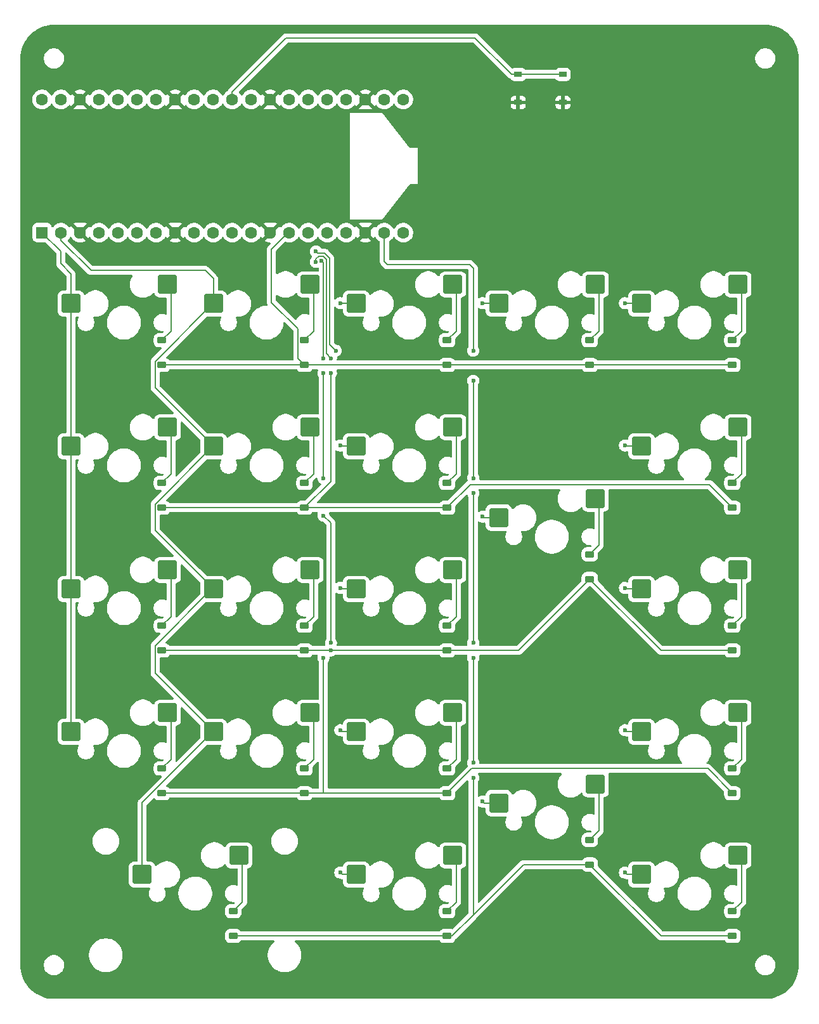
<source format=gbl>
%TF.GenerationSoftware,KiCad,Pcbnew,9.0.6*%
%TF.CreationDate,2025-11-16T09:10:10-08:00*%
%TF.ProjectId,MacroPad,4d616372-6f50-4616-942e-6b696361645f,rev?*%
%TF.SameCoordinates,Original*%
%TF.FileFunction,Copper,L2,Bot*%
%TF.FilePolarity,Positive*%
%FSLAX46Y46*%
G04 Gerber Fmt 4.6, Leading zero omitted, Abs format (unit mm)*
G04 Created by KiCad (PCBNEW 9.0.6) date 2025-11-16 09:10:10*
%MOMM*%
%LPD*%
G01*
G04 APERTURE LIST*
G04 Aperture macros list*
%AMRoundRect*
0 Rectangle with rounded corners*
0 $1 Rounding radius*
0 $2 $3 $4 $5 $6 $7 $8 $9 X,Y pos of 4 corners*
0 Add a 4 corners polygon primitive as box body*
4,1,4,$2,$3,$4,$5,$6,$7,$8,$9,$2,$3,0*
0 Add four circle primitives for the rounded corners*
1,1,$1+$1,$2,$3*
1,1,$1+$1,$4,$5*
1,1,$1+$1,$6,$7*
1,1,$1+$1,$8,$9*
0 Add four rect primitives between the rounded corners*
20,1,$1+$1,$2,$3,$4,$5,0*
20,1,$1+$1,$4,$5,$6,$7,0*
20,1,$1+$1,$6,$7,$8,$9,0*
20,1,$1+$1,$8,$9,$2,$3,0*%
%AMFreePoly0*
4,1,37,0.000000,0.796148,0.078414,0.796148,0.232228,0.765552,0.377117,0.705537,0.507515,0.618408,0.618408,0.507515,0.705537,0.377117,0.765552,0.232228,0.796148,0.078414,0.796148,-0.078414,0.765552,-0.232228,0.705537,-0.377117,0.618408,-0.507515,0.507515,-0.618408,0.377117,-0.705537,0.232228,-0.765552,0.078414,-0.796148,0.000000,-0.796148,0.000000,-0.800000,-0.600000,-0.800000,
-0.603843,-0.796157,-0.639018,-0.796157,-0.711114,-0.766294,-0.766294,-0.711114,-0.796157,-0.639018,-0.796157,-0.603843,-0.800000,-0.600000,-0.800000,0.600000,-0.796157,0.603843,-0.796157,0.639018,-0.766294,0.711114,-0.711114,0.766294,-0.639018,0.796157,-0.603843,0.796157,-0.600000,0.800000,0.000000,0.800000,0.000000,0.796148,0.000000,0.796148,$1*%
%AMFreePoly1*
4,1,37,0.603843,0.796157,0.639018,0.796157,0.711114,0.766294,0.766294,0.711114,0.796157,0.639018,0.796157,0.603843,0.800000,0.600000,0.800000,-0.600000,0.796157,-0.603843,0.796157,-0.639018,0.766294,-0.711114,0.711114,-0.766294,0.639018,-0.796157,0.603843,-0.796157,0.600000,-0.800000,0.000000,-0.800000,0.000000,-0.796148,-0.078414,-0.796148,-0.232228,-0.765552,-0.377117,-0.705537,
-0.507515,-0.618408,-0.618408,-0.507515,-0.705537,-0.377117,-0.765552,-0.232228,-0.796148,-0.078414,-0.796148,0.078414,-0.765552,0.232228,-0.705537,0.377117,-0.618408,0.507515,-0.507515,0.618408,-0.377117,0.705537,-0.232228,0.765552,-0.078414,0.796148,0.000000,0.796148,0.000000,0.800000,0.600000,0.800000,0.603843,0.796157,0.603843,0.796157,$1*%
G04 Aperture macros list end*
%TA.AperFunction,SMDPad,CuDef*%
%ADD10RoundRect,0.250000X-1.025000X-1.000000X1.025000X-1.000000X1.025000X1.000000X-1.025000X1.000000X0*%
%TD*%
%TA.AperFunction,ComponentPad*%
%ADD11C,1.600000*%
%TD*%
%TA.AperFunction,ComponentPad*%
%ADD12FreePoly0,90.000000*%
%TD*%
%TA.AperFunction,ComponentPad*%
%ADD13FreePoly1,90.000000*%
%TD*%
%TA.AperFunction,ComponentPad*%
%ADD14RoundRect,0.200000X0.600000X-0.600000X0.600000X0.600000X-0.600000X0.600000X-0.600000X-0.600000X0*%
%TD*%
%TA.AperFunction,SMDPad,CuDef*%
%ADD15RoundRect,0.225000X0.375000X-0.225000X0.375000X0.225000X-0.375000X0.225000X-0.375000X-0.225000X0*%
%TD*%
%TA.AperFunction,SMDPad,CuDef*%
%ADD16R,1.000000X0.750000*%
%TD*%
%TA.AperFunction,ViaPad*%
%ADD17C,0.600000*%
%TD*%
%TA.AperFunction,Conductor*%
%ADD18C,0.200000*%
%TD*%
G04 APERTURE END LIST*
D10*
%TO.P,SW16,1*%
%TO.N,COL1*%
X71310000Y-135860000D03*
%TO.P,SW16,2*%
%TO.N,N$16*%
X84237000Y-133320000D03*
%TD*%
%TO.P,SW6,1*%
%TO.N,COL0*%
X52260000Y-97760000D03*
%TO.P,SW6,2*%
%TO.N,N$6*%
X65187000Y-95220000D03*
%TD*%
%TO.P,SW15,1*%
%TO.N,COL0*%
X52260000Y-135860000D03*
%TO.P,SW15,2*%
%TO.N,N$15*%
X65187000Y-133320000D03*
%TD*%
%TO.P,SW1,1*%
%TO.N,COL0*%
X52260000Y-78710000D03*
%TO.P,SW1,2*%
%TO.N,N$1*%
X65187000Y-76170000D03*
%TD*%
%TO.P,SW12,1*%
%TO.N,COL2*%
X90360000Y-116810000D03*
%TO.P,SW12,2*%
%TO.N,N$12*%
X103287000Y-114270000D03*
%TD*%
%TO.P,SW21,1*%
%TO.N,COL3*%
X109410000Y-145385000D03*
%TO.P,SW21,2*%
%TO.N,N$21*%
X122337000Y-142845000D03*
%TD*%
%TO.P,SW18,1*%
%TO.N,COL4*%
X128460000Y-135860000D03*
%TO.P,SW18,2*%
%TO.N,N$18*%
X141387000Y-133320000D03*
%TD*%
%TO.P,SW2,1*%
%TO.N,COL1*%
X71310000Y-78710000D03*
%TO.P,SW2,2*%
%TO.N,N$2*%
X84237000Y-76170000D03*
%TD*%
%TO.P,SW19,1*%
%TO.N,COL1*%
X61785000Y-154910000D03*
%TO.P,SW19,2*%
%TO.N,N$19*%
X74712000Y-152370000D03*
%TD*%
%TO.P,SW17,1*%
%TO.N,COL2*%
X90360000Y-135860000D03*
%TO.P,SW17,2*%
%TO.N,N$17*%
X103287000Y-133320000D03*
%TD*%
%TO.P,SW5,1*%
%TO.N,COL4*%
X128460000Y-78710000D03*
%TO.P,SW5,2*%
%TO.N,N$5*%
X141387000Y-76170000D03*
%TD*%
%TO.P,SW11,1*%
%TO.N,COL1*%
X71310000Y-116810000D03*
%TO.P,SW11,2*%
%TO.N,N$11*%
X84237000Y-114270000D03*
%TD*%
%TO.P,SW7,1*%
%TO.N,COL1*%
X71310000Y-97760000D03*
%TO.P,SW7,2*%
%TO.N,N$7*%
X84237000Y-95220000D03*
%TD*%
D11*
%TO.P,REF\u002A\u002A,21*%
%TO.N,N/C*%
X96680000Y-51470000D03*
%TO.P,REF\u002A\u002A,22*%
X94140000Y-51470000D03*
D12*
%TO.P,REF\u002A\u002A,GND*%
%TO.N,GND*%
X91600000Y-51470000D03*
D11*
%TO.P,REF\u002A\u002A,24*%
%TO.N,N/C*%
X89060000Y-51470000D03*
%TO.P,REF\u002A\u002A,25*%
X86520000Y-51470000D03*
%TO.P,REF\u002A\u002A,26*%
X83980000Y-51470000D03*
%TO.P,REF\u002A\u002A,27*%
X81440000Y-51470000D03*
D12*
%TO.P,REF\u002A\u002A,GND*%
%TO.N,GND*%
X78900000Y-51470000D03*
D11*
%TO.P,REF\u002A\u002A,29*%
%TO.N,N/C*%
X76360000Y-51470000D03*
%TO.P,REF\u002A\u002A,31*%
X71280000Y-51470000D03*
%TO.P,REF\u002A\u002A,32*%
X68740000Y-51470000D03*
D12*
%TO.P,REF\u002A\u002A,GND*%
%TO.N,GND*%
X66200000Y-51470000D03*
D11*
%TO.P,REF\u002A\u002A,34*%
%TO.N,N/C*%
X63660000Y-51470000D03*
%TO.P,REF\u002A\u002A,35*%
X61120000Y-51470000D03*
%TO.P,REF\u002A\u002A,36*%
X58580000Y-51470000D03*
%TO.P,REF\u002A\u002A,37*%
X56040000Y-51470000D03*
D12*
%TO.P,REF\u002A\u002A,GND*%
%TO.N,GND*%
X53500000Y-51470000D03*
D11*
%TO.P,REF\u002A\u002A,39*%
%TO.N,N/C*%
X50960000Y-51470000D03*
%TO.P,REF\u002A\u002A,40*%
X48420000Y-51470000D03*
D13*
%TO.P,REF\u002A\u002A,GND*%
%TO.N,GND*%
X53500000Y-69250000D03*
X66200000Y-69250000D03*
X78900000Y-69250000D03*
X91600000Y-69250000D03*
D14*
%TO.P,REF\u002A\u002A,GP0*%
%TO.N,COL0*%
X48420000Y-69250000D03*
D11*
%TO.P,REF\u002A\u002A,GP1*%
%TO.N,COL1*%
X50960000Y-69250000D03*
%TO.P,REF\u002A\u002A,GP2*%
%TO.N,COL2*%
X56040000Y-69250000D03*
%TO.P,REF\u002A\u002A,GP3*%
%TO.N,COL3*%
X58580000Y-69250000D03*
%TO.P,REF\u002A\u002A,GP4*%
%TO.N,COL4*%
X61120000Y-69250000D03*
%TO.P,REF\u002A\u002A,GP5*%
%TO.N,N/C*%
X63660000Y-69250000D03*
%TO.P,REF\u002A\u002A,GP6*%
X68740000Y-69250000D03*
%TO.P,REF\u002A\u002A,GP7*%
X71280000Y-69250000D03*
%TO.P,REF\u002A\u002A,GP8*%
X73820000Y-69250000D03*
%TO.P,REF\u002A\u002A,GP9*%
X76360000Y-69250000D03*
%TO.P,REF\u002A\u002A,GP10*%
%TO.N,ROW0*%
X81440000Y-69250000D03*
%TO.P,REF\u002A\u002A,GP11*%
%TO.N,ROW1*%
X83980000Y-69250000D03*
%TO.P,REF\u002A\u002A,GP12*%
%TO.N,ROW2*%
X86520000Y-69250000D03*
%TO.P,REF\u002A\u002A,GP13*%
%TO.N,ROW3*%
X89060000Y-69250000D03*
%TO.P,REF\u002A\u002A,GP14*%
%TO.N,ROW4*%
X94140000Y-69250000D03*
%TO.P,REF\u002A\u002A,GP15*%
%TO.N,N/C*%
X96680000Y-69250000D03*
%TO.P,REF\u002A\u002A,RUN*%
%TO.N,RST*%
X73820000Y-51470000D03*
%TD*%
D10*
%TO.P,SW4,1*%
%TO.N,COL3*%
X109410000Y-78710000D03*
%TO.P,SW4,2*%
%TO.N,N$4*%
X122337000Y-76170000D03*
%TD*%
%TO.P,SW10,1*%
%TO.N,COL0*%
X52260000Y-116810000D03*
%TO.P,SW10,2*%
%TO.N,N$10*%
X65187000Y-114270000D03*
%TD*%
%TO.P,SW14,1*%
%TO.N,COL4*%
X128460000Y-116810000D03*
%TO.P,SW14,2*%
%TO.N,N$14*%
X141387000Y-114270000D03*
%TD*%
%TO.P,SW13,1*%
%TO.N,COL3*%
X109410000Y-107285000D03*
%TO.P,SW13,2*%
%TO.N,N$13*%
X122337000Y-104745000D03*
%TD*%
%TO.P,SW3,1*%
%TO.N,COL2*%
X90360000Y-78710000D03*
%TO.P,SW3,2*%
%TO.N,N$3*%
X103287000Y-76170000D03*
%TD*%
%TO.P,SW20,1*%
%TO.N,COL2*%
X90360000Y-154910000D03*
%TO.P,SW20,2*%
%TO.N,N$20*%
X103287000Y-152370000D03*
%TD*%
%TO.P,SW8,1*%
%TO.N,COL2*%
X90360000Y-97760000D03*
%TO.P,SW8,2*%
%TO.N,N$8*%
X103287000Y-95220000D03*
%TD*%
%TO.P,SW22,1*%
%TO.N,COL4*%
X128460000Y-154910000D03*
%TO.P,SW22,2*%
%TO.N,N$22*%
X141387000Y-152370000D03*
%TD*%
%TO.P,SW9,1*%
%TO.N,COL4*%
X128460000Y-97760000D03*
%TO.P,SW9,2*%
%TO.N,N$9*%
X141387000Y-95220000D03*
%TD*%
D15*
%TO.P,D19,1*%
%TO.N,ROW4*%
X73950000Y-163100000D03*
%TO.P,D19,2*%
%TO.N,N$19*%
X73950000Y-159800000D03*
%TD*%
%TO.P,D12,1*%
%TO.N,ROW2*%
X102525000Y-125000000D03*
%TO.P,D12,2*%
%TO.N,N$12*%
X102525000Y-121700000D03*
%TD*%
%TO.P,D3,1*%
%TO.N,ROW0*%
X102525000Y-86900000D03*
%TO.P,D3,2*%
%TO.N,N$3*%
X102525000Y-83600000D03*
%TD*%
%TO.P,D21,1*%
%TO.N,ROW4*%
X121575000Y-153575000D03*
%TO.P,D21,2*%
%TO.N,N$21*%
X121575000Y-150275000D03*
%TD*%
%TO.P,D9,1*%
%TO.N,ROW1*%
X140625000Y-105950000D03*
%TO.P,D9,2*%
%TO.N,N$9*%
X140625000Y-102650000D03*
%TD*%
%TO.P,D5,1*%
%TO.N,ROW0*%
X140625000Y-86900000D03*
%TO.P,D5,2*%
%TO.N,N$5*%
X140625000Y-83600000D03*
%TD*%
%TO.P,D14,1*%
%TO.N,ROW2*%
X140625000Y-125000000D03*
%TO.P,D14,2*%
%TO.N,N$14*%
X140625000Y-121700000D03*
%TD*%
%TO.P,D15,1*%
%TO.N,ROW3*%
X64425000Y-144050000D03*
%TO.P,D15,2*%
%TO.N,N$15*%
X64425000Y-140750000D03*
%TD*%
%TO.P,D6,1*%
%TO.N,ROW1*%
X64425000Y-105950000D03*
%TO.P,D6,2*%
%TO.N,N$6*%
X64425000Y-102650000D03*
%TD*%
D16*
%TO.P,SWR,1*%
%TO.N,RST*%
X118000000Y-48125000D03*
X112000000Y-48125000D03*
%TO.P,SWR,2*%
%TO.N,GND*%
X118000000Y-51875000D03*
X112000000Y-51875000D03*
%TD*%
D15*
%TO.P,D11,1*%
%TO.N,ROW2*%
X83475000Y-125000000D03*
%TO.P,D11,2*%
%TO.N,N$11*%
X83475000Y-121700000D03*
%TD*%
%TO.P,D2,1*%
%TO.N,ROW0*%
X83475000Y-86900000D03*
%TO.P,D2,2*%
%TO.N,N$2*%
X83475000Y-83600000D03*
%TD*%
%TO.P,D1,1*%
%TO.N,ROW0*%
X64425000Y-86900000D03*
%TO.P,D1,2*%
%TO.N,N$1*%
X64425000Y-83600000D03*
%TD*%
%TO.P,D4,1*%
%TO.N,ROW0*%
X121575000Y-86900000D03*
%TO.P,D4,2*%
%TO.N,N$4*%
X121575000Y-83600000D03*
%TD*%
%TO.P,D13,1*%
%TO.N,ROW2*%
X121575000Y-115475000D03*
%TO.P,D13,2*%
%TO.N,N$13*%
X121575000Y-112175000D03*
%TD*%
%TO.P,D10,1*%
%TO.N,ROW2*%
X64425000Y-125000000D03*
%TO.P,D10,2*%
%TO.N,N$10*%
X64425000Y-121700000D03*
%TD*%
%TO.P,D17,1*%
%TO.N,ROW3*%
X102525000Y-144050000D03*
%TO.P,D17,2*%
%TO.N,N$17*%
X102525000Y-140750000D03*
%TD*%
%TO.P,D18,1*%
%TO.N,ROW3*%
X140625000Y-144050000D03*
%TO.P,D18,2*%
%TO.N,N$18*%
X140625000Y-140750000D03*
%TD*%
%TO.P,D7,1*%
%TO.N,ROW1*%
X83475000Y-105950000D03*
%TO.P,D7,2*%
%TO.N,N$7*%
X83475000Y-102650000D03*
%TD*%
%TO.P,D8,1*%
%TO.N,ROW1*%
X102525000Y-105950000D03*
%TO.P,D8,2*%
%TO.N,N$8*%
X102525000Y-102650000D03*
%TD*%
%TO.P,D22,1*%
%TO.N,ROW4*%
X140625000Y-163100000D03*
%TO.P,D22,2*%
%TO.N,N$22*%
X140625000Y-159800000D03*
%TD*%
%TO.P,D20,1*%
%TO.N,ROW4*%
X102525000Y-163100000D03*
%TO.P,D20,2*%
%TO.N,N$20*%
X102525000Y-159800000D03*
%TD*%
%TO.P,D16,1*%
%TO.N,ROW3*%
X83475000Y-144050000D03*
%TO.P,D16,2*%
%TO.N,N$16*%
X83475000Y-140750000D03*
%TD*%
D17*
%TO.N,COL2*%
X88245000Y-116650000D03*
X88245000Y-78650000D03*
X88245000Y-154650000D03*
X88245000Y-135650000D03*
X88245000Y-97650000D03*
%TO.N,COL3*%
X107245000Y-145150000D03*
X107245000Y-78650000D03*
X107245000Y-107150000D03*
%TO.N,COL4*%
X126245000Y-78650000D03*
X126245000Y-116650000D03*
X126245000Y-135650000D03*
X126245000Y-97650000D03*
X126245000Y-154650000D03*
%TO.N,ROW1*%
X87000000Y-86000000D03*
X87000000Y-88000000D03*
X84964187Y-73150000D03*
%TO.N,ROW2*%
X87645000Y-85000000D03*
X87000000Y-125000000D03*
X85000000Y-71750000D03*
%TO.N,ROW3*%
X86000000Y-86000000D03*
X86000000Y-88000000D03*
X85750000Y-73000000D03*
X86000000Y-107000000D03*
X86000000Y-102000000D03*
X87000000Y-124000000D03*
X86000000Y-126000000D03*
%TO.N,ROW4*%
X106000000Y-140000000D03*
X106000000Y-142000000D03*
X106000000Y-126000000D03*
X106000000Y-124000000D03*
X106000000Y-85000000D03*
X106000000Y-102000000D03*
X106000000Y-89000000D03*
X106000000Y-104000000D03*
%TO.N,GND*%
X93000000Y-110000000D03*
X76000000Y-85000000D03*
X73000000Y-129000000D03*
X72000000Y-89000000D03*
X74000000Y-111000000D03*
X68000000Y-117000000D03*
X61750000Y-58000000D03*
X68000000Y-136000000D03*
X81000000Y-72000000D03*
X91000000Y-128000000D03*
X78000000Y-76000000D03*
X68000000Y-99000000D03*
X82000000Y-80000000D03*
%TD*%
D18*
%TO.N,RST*%
X73820000Y-51470000D02*
X73820000Y-50440000D01*
X73820000Y-50440000D02*
X81010000Y-43250000D01*
X81010000Y-43250000D02*
X106250000Y-43250000D01*
X106250000Y-43250000D02*
X111125000Y-48125000D01*
X111125000Y-48125000D02*
X112000000Y-48125000D01*
%TO.N,ROW4*%
X106000000Y-85000000D02*
X106000000Y-74000000D01*
X94500000Y-73500000D02*
X94500000Y-73470000D01*
X106000000Y-74000000D02*
X105500000Y-73500000D01*
X105500000Y-73500000D02*
X94500000Y-73500000D01*
X94500000Y-73470000D02*
X94140000Y-73110000D01*
X94140000Y-73110000D02*
X94140000Y-69250000D01*
%TO.N,ROW0*%
X81440000Y-69250000D02*
X81250000Y-69250000D01*
X81250000Y-69250000D02*
X79059000Y-71441000D01*
X79059000Y-71441000D02*
X79059000Y-78567826D01*
X79059000Y-78567826D02*
X82574000Y-82082826D01*
X82574000Y-82082826D02*
X82574000Y-85999000D01*
X82574000Y-85999000D02*
X83475000Y-86900000D01*
%TO.N,COL1*%
X50960000Y-69250000D02*
X50960000Y-70280000D01*
X50960000Y-70280000D02*
X54974000Y-74294000D01*
X54974000Y-74294000D02*
X70214000Y-74294000D01*
X70214000Y-74294000D02*
X71310000Y-75390000D01*
X71310000Y-75390000D02*
X71310000Y-78710000D01*
%TO.N,COL0*%
X52260000Y-78710000D02*
X52260000Y-74750000D01*
X52260000Y-74750000D02*
X50890000Y-73380000D01*
X50890000Y-73380000D02*
X50890000Y-71720000D01*
X50890000Y-71720000D02*
X48420000Y-69250000D01*
%TO.N,RST*%
X112000000Y-48125000D02*
X118000000Y-48125000D01*
%TO.N,COL0*%
X52260000Y-135860000D02*
X52260000Y-78710000D01*
%TO.N,COL1*%
X63524000Y-109024000D02*
X71310000Y-116810000D01*
X71310000Y-116810000D02*
X71085000Y-116810000D01*
X71310000Y-78710000D02*
X71264890Y-78710000D01*
X63524000Y-128074000D02*
X71310000Y-135860000D01*
X63524000Y-105500890D02*
X63524000Y-109024000D01*
X61785000Y-145339890D02*
X61785000Y-154910000D01*
X71310000Y-97760000D02*
X71264890Y-97760000D01*
X71264890Y-78710000D02*
X63524000Y-86450890D01*
X63524000Y-124371000D02*
X63524000Y-128074000D01*
X63524000Y-89974000D02*
X71310000Y-97760000D01*
X71310000Y-135860000D02*
X71264890Y-135860000D01*
X71264890Y-97760000D02*
X63524000Y-105500890D01*
X71264890Y-135860000D02*
X61785000Y-145339890D01*
X71085000Y-116810000D02*
X63524000Y-124371000D01*
X63524000Y-86450890D02*
X63524000Y-89974000D01*
%TO.N,COL2*%
X90360000Y-154910000D02*
X88505000Y-154910000D01*
X90360000Y-135860000D02*
X88455000Y-135860000D01*
X90360000Y-78710000D02*
X88305000Y-78710000D01*
X88405000Y-116810000D02*
X88245000Y-116650000D01*
X90360000Y-97760000D02*
X88355000Y-97760000D01*
X88455000Y-135860000D02*
X88245000Y-135650000D01*
X88505000Y-154910000D02*
X88245000Y-154650000D01*
X88355000Y-97760000D02*
X88245000Y-97650000D01*
X90360000Y-116810000D02*
X88405000Y-116810000D01*
X88305000Y-78710000D02*
X88245000Y-78650000D01*
%TO.N,COL3*%
X109410000Y-107285000D02*
X107380000Y-107285000D01*
X107305000Y-78710000D02*
X107245000Y-78650000D01*
X107480000Y-145385000D02*
X107245000Y-145150000D01*
X107380000Y-107285000D02*
X107245000Y-107150000D01*
X109410000Y-78710000D02*
X107305000Y-78710000D01*
X109410000Y-145385000D02*
X107480000Y-145385000D01*
%TO.N,COL4*%
X126505000Y-154910000D02*
X126245000Y-154650000D01*
X126455000Y-135860000D02*
X126245000Y-135650000D01*
X126355000Y-97760000D02*
X126245000Y-97650000D01*
X128460000Y-97760000D02*
X126355000Y-97760000D01*
X128460000Y-135860000D02*
X126455000Y-135860000D01*
X126405000Y-116810000D02*
X126245000Y-116650000D01*
X128460000Y-154910000D02*
X126505000Y-154910000D01*
X128460000Y-116810000D02*
X126405000Y-116810000D01*
X128460000Y-78710000D02*
X126305000Y-78710000D01*
X126305000Y-78710000D02*
X126245000Y-78650000D01*
%TO.N,N$1*%
X65651000Y-82374000D02*
X64425000Y-83600000D01*
X65187000Y-76170000D02*
X65651000Y-76634000D01*
X65651000Y-76634000D02*
X65651000Y-82374000D01*
%TO.N,N$10*%
X65651000Y-114734000D02*
X65651000Y-120474000D01*
X65187000Y-114270000D02*
X65651000Y-114734000D01*
X65651000Y-120474000D02*
X64425000Y-121700000D01*
%TO.N,N$11*%
X84701000Y-114734000D02*
X84701000Y-120474000D01*
X84237000Y-114270000D02*
X84701000Y-114734000D01*
X84701000Y-120474000D02*
X83475000Y-121700000D01*
%TO.N,N$12*%
X103751000Y-114734000D02*
X103751000Y-120474000D01*
X103287000Y-114270000D02*
X103751000Y-114734000D01*
X103751000Y-120474000D02*
X102525000Y-121700000D01*
%TO.N,N$13*%
X122801000Y-105209000D02*
X122801000Y-110949000D01*
X122337000Y-104745000D02*
X122801000Y-105209000D01*
X122801000Y-110949000D02*
X121575000Y-112175000D01*
%TO.N,N$14*%
X141851000Y-114734000D02*
X141851000Y-120474000D01*
X141851000Y-120474000D02*
X140625000Y-121700000D01*
X141387000Y-114270000D02*
X141851000Y-114734000D01*
%TO.N,N$15*%
X65651000Y-139524000D02*
X64425000Y-140750000D01*
X65651000Y-133784000D02*
X65651000Y-139524000D01*
X65187000Y-133320000D02*
X65651000Y-133784000D01*
%TO.N,N$16*%
X84701000Y-133784000D02*
X84701000Y-139524000D01*
X84237000Y-133320000D02*
X84701000Y-133784000D01*
X84701000Y-139524000D02*
X83475000Y-140750000D01*
%TO.N,N$17*%
X103751000Y-133784000D02*
X103751000Y-139524000D01*
X103751000Y-139524000D02*
X102525000Y-140750000D01*
X103287000Y-133320000D02*
X103751000Y-133784000D01*
%TO.N,N$18*%
X141387000Y-133320000D02*
X141851000Y-133784000D01*
X141851000Y-139524000D02*
X140625000Y-140750000D01*
X141851000Y-133784000D02*
X141851000Y-139524000D01*
%TO.N,N$19*%
X75176000Y-152834000D02*
X75176000Y-158574000D01*
X75176000Y-158574000D02*
X73950000Y-159800000D01*
X74712000Y-152370000D02*
X75176000Y-152834000D01*
%TO.N,N$2*%
X84701000Y-76634000D02*
X84701000Y-82374000D01*
X84237000Y-76170000D02*
X84701000Y-76634000D01*
X84701000Y-82374000D02*
X83475000Y-83600000D01*
%TO.N,N$20*%
X103751000Y-158574000D02*
X102525000Y-159800000D01*
X103287000Y-152370000D02*
X103751000Y-152834000D01*
X103751000Y-152834000D02*
X103751000Y-158574000D01*
%TO.N,N$21*%
X122801000Y-149049000D02*
X121575000Y-150275000D01*
X122801000Y-143309000D02*
X122801000Y-149049000D01*
X122337000Y-142845000D02*
X122801000Y-143309000D01*
%TO.N,N$22*%
X141851000Y-158574000D02*
X140625000Y-159800000D01*
X141851000Y-152834000D02*
X141851000Y-158574000D01*
X141387000Y-152370000D02*
X141851000Y-152834000D01*
%TO.N,N$3*%
X103287000Y-76170000D02*
X103751000Y-76634000D01*
X103751000Y-82374000D02*
X102525000Y-83600000D01*
X103751000Y-76634000D02*
X103751000Y-82374000D01*
%TO.N,N$4*%
X122801000Y-76634000D02*
X122801000Y-82374000D01*
X122801000Y-82374000D02*
X121575000Y-83600000D01*
X122337000Y-76170000D02*
X122801000Y-76634000D01*
%TO.N,N$5*%
X141387000Y-76170000D02*
X141851000Y-76634000D01*
X141851000Y-76634000D02*
X141851000Y-82374000D01*
X141851000Y-82374000D02*
X140625000Y-83600000D01*
%TO.N,N$6*%
X65187000Y-95220000D02*
X65651000Y-95684000D01*
X65651000Y-101424000D02*
X64425000Y-102650000D01*
X65651000Y-95684000D02*
X65651000Y-101424000D01*
%TO.N,N$7*%
X84701000Y-101424000D02*
X83475000Y-102650000D01*
X84237000Y-95220000D02*
X84701000Y-95684000D01*
X84701000Y-95684000D02*
X84701000Y-101424000D01*
%TO.N,N$8*%
X103287000Y-95220000D02*
X103751000Y-95684000D01*
X103751000Y-95684000D02*
X103751000Y-101424000D01*
X103751000Y-101424000D02*
X102525000Y-102650000D01*
%TO.N,N$9*%
X141387000Y-95220000D02*
X141851000Y-95684000D01*
X141851000Y-101424000D02*
X140625000Y-102650000D01*
X141851000Y-95684000D02*
X141851000Y-101424000D01*
%TO.N,ROW0*%
X102525000Y-86900000D02*
X121575000Y-86900000D01*
X83475000Y-86900000D02*
X102525000Y-86900000D01*
X121575000Y-86900000D02*
X140625000Y-86900000D01*
X64425000Y-86900000D02*
X83475000Y-86900000D01*
%TO.N,ROW1*%
X86401000Y-85401000D02*
X86401000Y-72801057D01*
X137544000Y-102869000D02*
X140625000Y-105950000D01*
X105606000Y-102869000D02*
X137544000Y-102869000D01*
X83475000Y-105950000D02*
X102525000Y-105950000D01*
X64425000Y-105950000D02*
X83475000Y-105950000D01*
X85998943Y-72399000D02*
X85351000Y-72399000D01*
X86401000Y-72801057D02*
X85998943Y-72399000D01*
X85000000Y-73185813D02*
X84964187Y-73150000D01*
X102525000Y-105950000D02*
X105606000Y-102869000D01*
X83475000Y-105950000D02*
X87000000Y-102425000D01*
X85351000Y-72399000D02*
X85000000Y-72750000D01*
X85000000Y-72750000D02*
X85000000Y-73185813D01*
X87000000Y-86000000D02*
X86401000Y-85401000D01*
X87000000Y-102425000D02*
X87000000Y-88000000D01*
%TO.N,ROW2*%
X85252000Y-71998000D02*
X85250000Y-72000000D01*
X86165043Y-71998000D02*
X85252000Y-71998000D01*
X64425000Y-125000000D02*
X83475000Y-125000000D01*
X85250000Y-72000000D02*
X85000000Y-71750000D01*
X102525000Y-125000000D02*
X112050000Y-125000000D01*
X87645000Y-85000000D02*
X86802000Y-84157000D01*
X121575000Y-115475000D02*
X131100000Y-125000000D01*
X86802000Y-84157000D02*
X86802000Y-73250000D01*
X112050000Y-125000000D02*
X121575000Y-115475000D01*
X87000000Y-125000000D02*
X102525000Y-125000000D01*
X86802000Y-73250000D02*
X86802000Y-72634957D01*
X83475000Y-125000000D02*
X87000000Y-125000000D01*
X86802000Y-72634957D02*
X86165043Y-71998000D01*
X131100000Y-125000000D02*
X140625000Y-125000000D01*
%TO.N,ROW3*%
X105824000Y-140751000D02*
X137326000Y-140751000D01*
X102525000Y-144050000D02*
X105824000Y-140751000D01*
X137326000Y-140751000D02*
X140625000Y-144050000D01*
X64425000Y-144050000D02*
X86000000Y-144050000D01*
X86000000Y-102000000D02*
X86000000Y-88000000D01*
X86000000Y-144050000D02*
X102525000Y-144050000D01*
X86000000Y-144050000D02*
X86000000Y-126000000D01*
X87000000Y-108000000D02*
X86000000Y-107000000D01*
X87000000Y-124000000D02*
X87000000Y-108000000D01*
X86000000Y-86000000D02*
X86000000Y-73250000D01*
X86000000Y-73250000D02*
X85750000Y-73000000D01*
%TO.N,ROW4*%
X131100000Y-163100000D02*
X140625000Y-163100000D01*
X112720000Y-153575000D02*
X121575000Y-153575000D01*
X102525000Y-163100000D02*
X103195000Y-163100000D01*
X106000000Y-104000000D02*
X106000000Y-124000000D01*
X73950000Y-163100000D02*
X102525000Y-163100000D01*
X106000000Y-142000000D02*
X106000000Y-160295000D01*
X106000000Y-89000000D02*
X106000000Y-102000000D01*
X106000000Y-126000000D02*
X106000000Y-140000000D01*
X103195000Y-163100000D02*
X106000000Y-160295000D01*
X121575000Y-153575000D02*
X131100000Y-163100000D01*
X106000000Y-160295000D02*
X112720000Y-153575000D01*
%TD*%
%TA.AperFunction,Conductor*%
%TO.N,GND*%
G36*
X82477035Y-125620185D02*
G01*
X82515535Y-125659404D01*
X82527031Y-125678043D01*
X82646955Y-125797967D01*
X82646959Y-125797970D01*
X82791294Y-125886998D01*
X82791297Y-125886999D01*
X82791303Y-125887003D01*
X82952292Y-125940349D01*
X83051655Y-125950500D01*
X83898344Y-125950499D01*
X83898352Y-125950498D01*
X83898355Y-125950498D01*
X83952760Y-125944940D01*
X83997708Y-125940349D01*
X84158697Y-125887003D01*
X84303044Y-125797968D01*
X84422968Y-125678044D01*
X84434465Y-125659403D01*
X84486412Y-125612679D01*
X84540004Y-125600500D01*
X85113445Y-125600500D01*
X85180484Y-125620185D01*
X85226239Y-125672989D01*
X85236183Y-125742147D01*
X85231159Y-125760411D01*
X85232031Y-125760676D01*
X85230261Y-125766510D01*
X85199500Y-125921153D01*
X85199500Y-126078846D01*
X85230261Y-126233489D01*
X85230264Y-126233501D01*
X85290602Y-126379172D01*
X85290609Y-126379185D01*
X85378602Y-126510874D01*
X85399480Y-126577551D01*
X85399500Y-126579765D01*
X85399500Y-131445500D01*
X85379815Y-131512539D01*
X85327011Y-131558294D01*
X85275500Y-131569500D01*
X83161998Y-131569500D01*
X83161981Y-131569501D01*
X83059203Y-131580000D01*
X83059200Y-131580001D01*
X82892668Y-131635185D01*
X82892663Y-131635187D01*
X82743342Y-131727289D01*
X82619289Y-131851342D01*
X82527187Y-132000663D01*
X82527186Y-132000666D01*
X82490239Y-132112164D01*
X82450466Y-132169608D01*
X82385950Y-132196431D01*
X82317174Y-132184116D01*
X82275535Y-132149778D01*
X82275432Y-132149870D01*
X82274872Y-132149231D01*
X82274151Y-132148637D01*
X82272755Y-132146817D01*
X82108186Y-131982248D01*
X82108179Y-131982242D01*
X81923540Y-131840564D01*
X81923538Y-131840562D01*
X81923532Y-131840558D01*
X81923527Y-131840555D01*
X81923524Y-131840553D01*
X81721976Y-131724188D01*
X81721960Y-131724180D01*
X81506947Y-131635120D01*
X81301237Y-131580000D01*
X81282126Y-131574879D01*
X81282125Y-131574878D01*
X81282122Y-131574878D01*
X81051382Y-131544501D01*
X81051377Y-131544500D01*
X81051372Y-131544500D01*
X80818628Y-131544500D01*
X80818622Y-131544500D01*
X80818617Y-131544501D01*
X80587877Y-131574878D01*
X80363052Y-131635120D01*
X80148039Y-131724180D01*
X80148023Y-131724188D01*
X79946475Y-131840553D01*
X79946459Y-131840564D01*
X79761820Y-131982242D01*
X79761813Y-131982248D01*
X79597248Y-132146813D01*
X79597242Y-132146820D01*
X79455564Y-132331459D01*
X79455553Y-132331475D01*
X79339188Y-132533023D01*
X79339180Y-132533039D01*
X79250120Y-132748052D01*
X79189878Y-132972877D01*
X79159501Y-133203617D01*
X79159500Y-133203634D01*
X79159500Y-133436365D01*
X79159501Y-133436382D01*
X79189878Y-133667122D01*
X79250120Y-133891947D01*
X79339180Y-134106960D01*
X79339188Y-134106976D01*
X79455553Y-134308524D01*
X79455564Y-134308540D01*
X79597242Y-134493179D01*
X79597248Y-134493186D01*
X79761813Y-134657751D01*
X79761820Y-134657757D01*
X79893303Y-134758647D01*
X79946468Y-134799442D01*
X79946475Y-134799446D01*
X80148023Y-134915811D01*
X80148039Y-134915819D01*
X80363052Y-135004879D01*
X80363054Y-135004879D01*
X80363060Y-135004882D01*
X80587874Y-135065121D01*
X80818628Y-135095500D01*
X80818635Y-135095500D01*
X81051365Y-135095500D01*
X81051372Y-135095500D01*
X81282126Y-135065121D01*
X81506940Y-135004882D01*
X81618340Y-134958739D01*
X81721960Y-134915819D01*
X81721963Y-134915817D01*
X81721969Y-134915815D01*
X81923532Y-134799442D01*
X82108181Y-134657756D01*
X82272756Y-134493181D01*
X82274151Y-134491363D01*
X82274706Y-134490957D01*
X82275432Y-134490130D01*
X82275617Y-134490292D01*
X82330575Y-134450155D01*
X82400321Y-134445995D01*
X82461244Y-134480202D01*
X82490239Y-134527836D01*
X82527186Y-134639333D01*
X82527187Y-134639336D01*
X82538549Y-134657756D01*
X82619288Y-134788656D01*
X82743344Y-134912712D01*
X82892666Y-135004814D01*
X83059203Y-135059999D01*
X83161991Y-135070500D01*
X83976500Y-135070499D01*
X84043539Y-135090183D01*
X84089294Y-135142987D01*
X84100500Y-135194499D01*
X84100500Y-137253179D01*
X84080815Y-137320218D01*
X84028011Y-137365973D01*
X83958853Y-137375917D01*
X83920209Y-137363666D01*
X83907044Y-137356958D01*
X83907039Y-137356956D01*
X83738556Y-137302214D01*
X83651067Y-137288357D01*
X83563579Y-137274500D01*
X83386421Y-137274500D01*
X83328095Y-137283738D01*
X83211443Y-137302214D01*
X83042960Y-137356956D01*
X83042957Y-137356957D01*
X82885109Y-137437386D01*
X82849500Y-137463258D01*
X82741786Y-137541517D01*
X82741784Y-137541519D01*
X82741783Y-137541519D01*
X82616519Y-137666783D01*
X82616519Y-137666784D01*
X82616517Y-137666786D01*
X82604746Y-137682988D01*
X82512386Y-137810109D01*
X82431957Y-137967957D01*
X82431956Y-137967960D01*
X82377214Y-138136443D01*
X82349500Y-138311421D01*
X82349500Y-138488578D01*
X82377214Y-138663556D01*
X82431956Y-138832039D01*
X82431957Y-138832042D01*
X82512386Y-138989890D01*
X82616517Y-139133214D01*
X82741786Y-139258483D01*
X82885110Y-139362614D01*
X82953577Y-139397500D01*
X83042957Y-139443042D01*
X83042960Y-139443043D01*
X83121071Y-139468422D01*
X83211445Y-139497786D01*
X83386421Y-139525500D01*
X83386422Y-139525500D01*
X83550902Y-139525500D01*
X83572148Y-139531738D01*
X83594238Y-139533319D01*
X83605020Y-139541391D01*
X83617941Y-139545185D01*
X83632439Y-139561916D01*
X83650171Y-139575191D01*
X83654878Y-139587812D01*
X83663696Y-139597989D01*
X83666847Y-139619906D01*
X83674586Y-139640656D01*
X83671723Y-139653815D01*
X83673640Y-139667147D01*
X83664440Y-139687291D01*
X83659733Y-139708929D01*
X83646464Y-139726653D01*
X83644615Y-139730703D01*
X83638595Y-139737168D01*
X83619979Y-139755785D01*
X83612581Y-139763183D01*
X83551257Y-139796667D01*
X83524901Y-139799500D01*
X83051662Y-139799500D01*
X83051644Y-139799501D01*
X82952292Y-139809650D01*
X82952289Y-139809651D01*
X82791305Y-139862996D01*
X82791294Y-139863001D01*
X82646959Y-139952029D01*
X82646955Y-139952032D01*
X82527032Y-140071955D01*
X82527029Y-140071959D01*
X82438001Y-140216294D01*
X82437998Y-140216300D01*
X82437997Y-140216303D01*
X82418468Y-140275238D01*
X82384651Y-140377290D01*
X82374500Y-140476647D01*
X82374500Y-141023337D01*
X82374501Y-141023355D01*
X82384650Y-141122707D01*
X82384651Y-141122710D01*
X82437996Y-141283694D01*
X82438001Y-141283705D01*
X82527029Y-141428040D01*
X82527032Y-141428044D01*
X82646955Y-141547967D01*
X82646959Y-141547970D01*
X82791294Y-141636998D01*
X82791297Y-141636999D01*
X82791303Y-141637003D01*
X82952292Y-141690349D01*
X83051655Y-141700500D01*
X83898344Y-141700499D01*
X83898352Y-141700498D01*
X83898355Y-141700498D01*
X83979558Y-141692203D01*
X83997708Y-141690349D01*
X84158697Y-141637003D01*
X84303044Y-141547968D01*
X84422968Y-141428044D01*
X84512003Y-141283697D01*
X84565349Y-141122708D01*
X84575500Y-141023345D01*
X84575499Y-140550095D01*
X84595183Y-140483057D01*
X84611813Y-140462420D01*
X85069713Y-140004521D01*
X85069716Y-140004520D01*
X85181520Y-139892716D01*
X85181740Y-139892334D01*
X85187762Y-139886305D01*
X85211583Y-139873277D01*
X85233504Y-139857258D01*
X85241785Y-139856761D01*
X85249064Y-139852781D01*
X85276143Y-139854700D01*
X85303248Y-139853074D01*
X85310483Y-139857133D01*
X85318759Y-139857720D01*
X85340502Y-139873975D01*
X85364182Y-139887261D01*
X85368074Y-139894588D01*
X85374719Y-139899556D01*
X85384222Y-139924985D01*
X85396961Y-139948965D01*
X85398373Y-139962850D01*
X85399178Y-139965004D01*
X85398779Y-139966842D01*
X85399500Y-139973930D01*
X85399500Y-143325500D01*
X85379815Y-143392539D01*
X85327011Y-143438294D01*
X85275500Y-143449500D01*
X84540004Y-143449500D01*
X84472965Y-143429815D01*
X84434465Y-143390596D01*
X84422968Y-143371956D01*
X84303044Y-143252032D01*
X84303040Y-143252029D01*
X84158705Y-143163001D01*
X84158699Y-143162998D01*
X84158697Y-143162997D01*
X84126020Y-143152169D01*
X83997709Y-143109651D01*
X83898346Y-143099500D01*
X83051662Y-143099500D01*
X83051644Y-143099501D01*
X82952292Y-143109650D01*
X82952289Y-143109651D01*
X82791305Y-143162996D01*
X82791294Y-143163001D01*
X82646959Y-143252029D01*
X82646955Y-143252032D01*
X82527031Y-143371956D01*
X82515535Y-143390596D01*
X82463588Y-143437321D01*
X82409996Y-143449500D01*
X65490004Y-143449500D01*
X65422965Y-143429815D01*
X65384465Y-143390596D01*
X65372968Y-143371956D01*
X65253044Y-143252032D01*
X65253040Y-143252029D01*
X65108705Y-143163001D01*
X65108698Y-143162998D01*
X65108697Y-143162997D01*
X65108694Y-143162996D01*
X65108692Y-143162995D01*
X65091812Y-143157402D01*
X65076018Y-143152168D01*
X65018574Y-143112397D01*
X64991750Y-143047881D01*
X65004065Y-142979105D01*
X65027338Y-142946785D01*
X70327306Y-137646818D01*
X70388629Y-137613333D01*
X70414987Y-137610499D01*
X72254048Y-137610499D01*
X72321087Y-137630184D01*
X72366842Y-137682988D01*
X72376786Y-137752146D01*
X72354365Y-137807386D01*
X72352386Y-137810108D01*
X72271957Y-137967957D01*
X72271956Y-137967960D01*
X72217214Y-138136443D01*
X72189500Y-138311421D01*
X72189500Y-138488578D01*
X72217214Y-138663556D01*
X72271956Y-138832039D01*
X72271957Y-138832042D01*
X72352386Y-138989890D01*
X72456517Y-139133214D01*
X72581786Y-139258483D01*
X72725110Y-139362614D01*
X72793577Y-139397500D01*
X72882957Y-139443042D01*
X72882960Y-139443043D01*
X72961071Y-139468422D01*
X73051445Y-139497786D01*
X73226421Y-139525500D01*
X73226422Y-139525500D01*
X73403578Y-139525500D01*
X73403579Y-139525500D01*
X73578555Y-139497786D01*
X73747042Y-139443042D01*
X73904890Y-139362614D01*
X74048214Y-139258483D01*
X74173483Y-139133214D01*
X74277614Y-138989890D01*
X74358042Y-138832042D01*
X74412786Y-138663555D01*
X74440500Y-138488579D01*
X74440500Y-138311421D01*
X74431165Y-138252486D01*
X76144500Y-138252486D01*
X76144500Y-138547513D01*
X76159778Y-138663555D01*
X76183007Y-138839993D01*
X76259361Y-139124951D01*
X76259364Y-139124961D01*
X76372254Y-139397500D01*
X76372258Y-139397510D01*
X76519761Y-139652993D01*
X76699352Y-139887040D01*
X76699358Y-139887047D01*
X76907952Y-140095641D01*
X76907959Y-140095647D01*
X77142006Y-140275238D01*
X77397489Y-140422741D01*
X77397490Y-140422741D01*
X77397493Y-140422743D01*
X77670048Y-140535639D01*
X77955007Y-140611993D01*
X78247494Y-140650500D01*
X78247501Y-140650500D01*
X78542499Y-140650500D01*
X78542506Y-140650500D01*
X78834993Y-140611993D01*
X79119952Y-140535639D01*
X79392507Y-140422743D01*
X79647994Y-140275238D01*
X79882042Y-140095646D01*
X80090646Y-139887042D01*
X80270238Y-139652994D01*
X80417743Y-139397507D01*
X80530639Y-139124952D01*
X80606993Y-138839993D01*
X80645500Y-138547506D01*
X80645500Y-138252494D01*
X80606993Y-137960007D01*
X80530639Y-137675048D01*
X80529615Y-137672577D01*
X80475329Y-137541519D01*
X80417743Y-137402493D01*
X80402399Y-137375917D01*
X80270238Y-137147006D01*
X80090647Y-136912959D01*
X80090641Y-136912952D01*
X79882047Y-136704358D01*
X79882040Y-136704352D01*
X79647993Y-136524761D01*
X79392510Y-136377258D01*
X79392500Y-136377254D01*
X79119961Y-136264364D01*
X79119954Y-136264362D01*
X79119952Y-136264361D01*
X78834993Y-136188007D01*
X78786113Y-136181571D01*
X78542513Y-136149500D01*
X78542506Y-136149500D01*
X78247494Y-136149500D01*
X78247486Y-136149500D01*
X77969085Y-136186153D01*
X77955007Y-136188007D01*
X77670048Y-136264361D01*
X77670038Y-136264364D01*
X77397499Y-136377254D01*
X77397489Y-136377258D01*
X77142006Y-136524761D01*
X76907959Y-136704352D01*
X76907952Y-136704358D01*
X76699358Y-136912952D01*
X76699352Y-136912959D01*
X76519761Y-137147006D01*
X76372258Y-137402489D01*
X76372254Y-137402499D01*
X76259364Y-137675038D01*
X76259361Y-137675048D01*
X76223172Y-137810110D01*
X76183008Y-137960004D01*
X76183006Y-137960015D01*
X76144500Y-138252486D01*
X74431165Y-138252486D01*
X74412786Y-138136445D01*
X74358042Y-137967958D01*
X74358040Y-137967952D01*
X74275513Y-137805987D01*
X74262616Y-137737317D01*
X74288892Y-137672577D01*
X74345998Y-137632319D01*
X74402181Y-137626752D01*
X74461564Y-137634570D01*
X74468612Y-137635498D01*
X74468628Y-137635500D01*
X74468635Y-137635500D01*
X74701365Y-137635500D01*
X74701372Y-137635500D01*
X74932126Y-137605121D01*
X75156940Y-137544882D01*
X75354000Y-137463258D01*
X75371960Y-137455819D01*
X75371963Y-137455817D01*
X75371969Y-137455815D01*
X75573532Y-137339442D01*
X75758181Y-137197756D01*
X75922756Y-137033181D01*
X76064442Y-136848532D01*
X76180815Y-136646969D01*
X76269882Y-136431940D01*
X76330121Y-136207126D01*
X76360500Y-135976372D01*
X76360500Y-135743628D01*
X76330121Y-135512874D01*
X76269882Y-135288060D01*
X76262744Y-135270827D01*
X76180819Y-135073039D01*
X76180811Y-135073023D01*
X76064446Y-134871475D01*
X76064442Y-134871468D01*
X75922756Y-134686819D01*
X75922751Y-134686813D01*
X75758186Y-134522248D01*
X75758179Y-134522242D01*
X75573540Y-134380564D01*
X75573538Y-134380562D01*
X75573532Y-134380558D01*
X75573527Y-134380555D01*
X75573524Y-134380553D01*
X75371976Y-134264188D01*
X75371960Y-134264180D01*
X75156947Y-134175120D01*
X74951237Y-134120000D01*
X74932126Y-134114879D01*
X74932125Y-134114878D01*
X74932122Y-134114878D01*
X74701382Y-134084501D01*
X74701377Y-134084500D01*
X74701372Y-134084500D01*
X74468628Y-134084500D01*
X74468622Y-134084500D01*
X74468617Y-134084501D01*
X74237877Y-134114878D01*
X74013052Y-134175120D01*
X73798039Y-134264180D01*
X73798023Y-134264188D01*
X73596475Y-134380553D01*
X73596459Y-134380564D01*
X73411821Y-134522241D01*
X73254948Y-134679114D01*
X73193625Y-134712598D01*
X73123933Y-134707614D01*
X73068000Y-134665742D01*
X73049561Y-134630437D01*
X73019814Y-134540666D01*
X72927712Y-134391344D01*
X72803656Y-134267288D01*
X72654334Y-134175186D01*
X72487797Y-134120001D01*
X72487795Y-134120000D01*
X72385016Y-134109500D01*
X72385009Y-134109500D01*
X70460098Y-134109500D01*
X70393059Y-134089815D01*
X70372417Y-134073181D01*
X64160819Y-127861583D01*
X64127334Y-127800260D01*
X64124500Y-127773902D01*
X64124500Y-126074499D01*
X64144185Y-126007460D01*
X64196989Y-125961705D01*
X64248500Y-125950499D01*
X64848338Y-125950499D01*
X64848344Y-125950499D01*
X64848352Y-125950498D01*
X64848355Y-125950498D01*
X64902760Y-125944940D01*
X64947708Y-125940349D01*
X65108697Y-125887003D01*
X65253044Y-125797968D01*
X65372968Y-125678044D01*
X65384465Y-125659403D01*
X65436412Y-125612679D01*
X65490004Y-125600500D01*
X82409996Y-125600500D01*
X82477035Y-125620185D01*
G37*
%TD.AperFunction*%
%TA.AperFunction,Conductor*%
G36*
X101469787Y-125603375D02*
G01*
X101479914Y-125602110D01*
X101502747Y-125613053D01*
X101527035Y-125620185D01*
X101535393Y-125628699D01*
X101542921Y-125632307D01*
X101565535Y-125659404D01*
X101577031Y-125678043D01*
X101696955Y-125797967D01*
X101696959Y-125797970D01*
X101841294Y-125886998D01*
X101841297Y-125886999D01*
X101841303Y-125887003D01*
X102002292Y-125940349D01*
X102101655Y-125950500D01*
X102948344Y-125950499D01*
X102948352Y-125950498D01*
X102948355Y-125950498D01*
X103002760Y-125944940D01*
X103047708Y-125940349D01*
X103208697Y-125887003D01*
X103353044Y-125797968D01*
X103472968Y-125678044D01*
X103484465Y-125659403D01*
X103536412Y-125612679D01*
X103590004Y-125600500D01*
X105113445Y-125600500D01*
X105180484Y-125620185D01*
X105226239Y-125672989D01*
X105236183Y-125742147D01*
X105231159Y-125760411D01*
X105232031Y-125760676D01*
X105230261Y-125766510D01*
X105199500Y-125921153D01*
X105199500Y-126078846D01*
X105230261Y-126233489D01*
X105230264Y-126233501D01*
X105290602Y-126379172D01*
X105290609Y-126379185D01*
X105378602Y-126510874D01*
X105399480Y-126577551D01*
X105399500Y-126579765D01*
X105399500Y-139420234D01*
X105379815Y-139487273D01*
X105378602Y-139489125D01*
X105290609Y-139620814D01*
X105290602Y-139620827D01*
X105230264Y-139766498D01*
X105230261Y-139766510D01*
X105199500Y-139921153D01*
X105199500Y-140078846D01*
X105230261Y-140233489D01*
X105230261Y-140233492D01*
X105275295Y-140342215D01*
X105282763Y-140411685D01*
X105251487Y-140474164D01*
X105248414Y-140477348D01*
X102662582Y-143063181D01*
X102601259Y-143096666D01*
X102574901Y-143099500D01*
X102101662Y-143099500D01*
X102101644Y-143099501D01*
X102002292Y-143109650D01*
X102002289Y-143109651D01*
X101841305Y-143162996D01*
X101841294Y-143163001D01*
X101696959Y-143252029D01*
X101696955Y-143252032D01*
X101577031Y-143371956D01*
X101565535Y-143390596D01*
X101513588Y-143437321D01*
X101459996Y-143449500D01*
X86724500Y-143449500D01*
X86657461Y-143429815D01*
X86611706Y-143377011D01*
X86600500Y-143325500D01*
X86600500Y-135571153D01*
X87444500Y-135571153D01*
X87444500Y-135728846D01*
X87475261Y-135883489D01*
X87475264Y-135883501D01*
X87535602Y-136029172D01*
X87535609Y-136029185D01*
X87623210Y-136160288D01*
X87623213Y-136160292D01*
X87734707Y-136271786D01*
X87734711Y-136271789D01*
X87865814Y-136359390D01*
X87865827Y-136359397D01*
X88011498Y-136419735D01*
X88011503Y-136419737D01*
X88157672Y-136448812D01*
X88166153Y-136450499D01*
X88166156Y-136450500D01*
X88322296Y-136450500D01*
X88331246Y-136450823D01*
X88343002Y-136451673D01*
X88375943Y-136460501D01*
X88464987Y-136460501D01*
X88469451Y-136460824D01*
X88498155Y-136471557D01*
X88527540Y-136480186D01*
X88530564Y-136483676D01*
X88534895Y-136485296D01*
X88553240Y-136509845D01*
X88573295Y-136532990D01*
X88574428Y-136538199D01*
X88576719Y-136541265D01*
X88577500Y-136552321D01*
X88584501Y-136584501D01*
X88584501Y-136910018D01*
X88595000Y-137012796D01*
X88595001Y-137012799D01*
X88650185Y-137179331D01*
X88650187Y-137179336D01*
X88661549Y-137197756D01*
X88742288Y-137328656D01*
X88866344Y-137452712D01*
X89015666Y-137544814D01*
X89182203Y-137599999D01*
X89284991Y-137610500D01*
X91304047Y-137610499D01*
X91371086Y-137630184D01*
X91416841Y-137682987D01*
X91426785Y-137752146D01*
X91404371Y-137807376D01*
X91402388Y-137810104D01*
X91321957Y-137967957D01*
X91321956Y-137967960D01*
X91267214Y-138136443D01*
X91239500Y-138311421D01*
X91239500Y-138488578D01*
X91267214Y-138663556D01*
X91321956Y-138832039D01*
X91321957Y-138832042D01*
X91402386Y-138989890D01*
X91506517Y-139133214D01*
X91631786Y-139258483D01*
X91775110Y-139362614D01*
X91843577Y-139397500D01*
X91932957Y-139443042D01*
X91932960Y-139443043D01*
X92011071Y-139468422D01*
X92101445Y-139497786D01*
X92276421Y-139525500D01*
X92276422Y-139525500D01*
X92453578Y-139525500D01*
X92453579Y-139525500D01*
X92628555Y-139497786D01*
X92797042Y-139443042D01*
X92954890Y-139362614D01*
X93098214Y-139258483D01*
X93223483Y-139133214D01*
X93327614Y-138989890D01*
X93408042Y-138832042D01*
X93462786Y-138663555D01*
X93490500Y-138488579D01*
X93490500Y-138311421D01*
X93481165Y-138252486D01*
X95194500Y-138252486D01*
X95194500Y-138547513D01*
X95209778Y-138663555D01*
X95233007Y-138839993D01*
X95309361Y-139124951D01*
X95309364Y-139124961D01*
X95422254Y-139397500D01*
X95422258Y-139397510D01*
X95569761Y-139652993D01*
X95749352Y-139887040D01*
X95749358Y-139887047D01*
X95957952Y-140095641D01*
X95957959Y-140095647D01*
X96192006Y-140275238D01*
X96447489Y-140422741D01*
X96447490Y-140422741D01*
X96447493Y-140422743D01*
X96720048Y-140535639D01*
X97005007Y-140611993D01*
X97297494Y-140650500D01*
X97297501Y-140650500D01*
X97592499Y-140650500D01*
X97592506Y-140650500D01*
X97884993Y-140611993D01*
X98169952Y-140535639D01*
X98442507Y-140422743D01*
X98697994Y-140275238D01*
X98932042Y-140095646D01*
X99140646Y-139887042D01*
X99320238Y-139652994D01*
X99467743Y-139397507D01*
X99580639Y-139124952D01*
X99656993Y-138839993D01*
X99695500Y-138547506D01*
X99695500Y-138252494D01*
X99656993Y-137960007D01*
X99580639Y-137675048D01*
X99579615Y-137672577D01*
X99525329Y-137541519D01*
X99467743Y-137402493D01*
X99452399Y-137375917D01*
X99320238Y-137147006D01*
X99140647Y-136912959D01*
X99140641Y-136912952D01*
X98932047Y-136704358D01*
X98932040Y-136704352D01*
X98697993Y-136524761D01*
X98442510Y-136377258D01*
X98442500Y-136377254D01*
X98169961Y-136264364D01*
X98169954Y-136264362D01*
X98169952Y-136264361D01*
X97884993Y-136188007D01*
X97836113Y-136181571D01*
X97592513Y-136149500D01*
X97592506Y-136149500D01*
X97297494Y-136149500D01*
X97297486Y-136149500D01*
X97019085Y-136186153D01*
X97005007Y-136188007D01*
X96720048Y-136264361D01*
X96720038Y-136264364D01*
X96447499Y-136377254D01*
X96447489Y-136377258D01*
X96192006Y-136524761D01*
X95957959Y-136704352D01*
X95957952Y-136704358D01*
X95749358Y-136912952D01*
X95749352Y-136912959D01*
X95569761Y-137147006D01*
X95422258Y-137402489D01*
X95422254Y-137402499D01*
X95309364Y-137675038D01*
X95309361Y-137675048D01*
X95273172Y-137810110D01*
X95233008Y-137960004D01*
X95233006Y-137960015D01*
X95194500Y-138252486D01*
X93481165Y-138252486D01*
X93462786Y-138136445D01*
X93408042Y-137967958D01*
X93408040Y-137967952D01*
X93325513Y-137805987D01*
X93312616Y-137737317D01*
X93338892Y-137672577D01*
X93395998Y-137632319D01*
X93452181Y-137626752D01*
X93511564Y-137634570D01*
X93518612Y-137635498D01*
X93518628Y-137635500D01*
X93518635Y-137635500D01*
X93751365Y-137635500D01*
X93751372Y-137635500D01*
X93982126Y-137605121D01*
X94206940Y-137544882D01*
X94404000Y-137463258D01*
X94421960Y-137455819D01*
X94421963Y-137455817D01*
X94421969Y-137455815D01*
X94623532Y-137339442D01*
X94808181Y-137197756D01*
X94972756Y-137033181D01*
X95114442Y-136848532D01*
X95230815Y-136646969D01*
X95319882Y-136431940D01*
X95380121Y-136207126D01*
X95410500Y-135976372D01*
X95410500Y-135743628D01*
X95380121Y-135512874D01*
X95319882Y-135288060D01*
X95312744Y-135270827D01*
X95230819Y-135073039D01*
X95230811Y-135073023D01*
X95114446Y-134871475D01*
X95114442Y-134871468D01*
X94972756Y-134686819D01*
X94972751Y-134686813D01*
X94808186Y-134522248D01*
X94808179Y-134522242D01*
X94623540Y-134380564D01*
X94623538Y-134380562D01*
X94623532Y-134380558D01*
X94623527Y-134380555D01*
X94623524Y-134380553D01*
X94421976Y-134264188D01*
X94421960Y-134264180D01*
X94206947Y-134175120D01*
X94001237Y-134120000D01*
X93982126Y-134114879D01*
X93982125Y-134114878D01*
X93982122Y-134114878D01*
X93751382Y-134084501D01*
X93751377Y-134084500D01*
X93751372Y-134084500D01*
X93518628Y-134084500D01*
X93518622Y-134084500D01*
X93518617Y-134084501D01*
X93287877Y-134114878D01*
X93063052Y-134175120D01*
X92848039Y-134264180D01*
X92848023Y-134264188D01*
X92646475Y-134380553D01*
X92646459Y-134380564D01*
X92461821Y-134522241D01*
X92304948Y-134679114D01*
X92243625Y-134712598D01*
X92173933Y-134707614D01*
X92118000Y-134665742D01*
X92099561Y-134630437D01*
X92069814Y-134540666D01*
X91977712Y-134391344D01*
X91853656Y-134267288D01*
X91704334Y-134175186D01*
X91537797Y-134120001D01*
X91537795Y-134120000D01*
X91435010Y-134109500D01*
X89284998Y-134109500D01*
X89284981Y-134109501D01*
X89182203Y-134120000D01*
X89182200Y-134120001D01*
X89015668Y-134175185D01*
X89015663Y-134175187D01*
X88866342Y-134267289D01*
X88742289Y-134391342D01*
X88650187Y-134540663D01*
X88650186Y-134540666D01*
X88595001Y-134707203D01*
X88595001Y-134707204D01*
X88595000Y-134707204D01*
X88589206Y-134763921D01*
X88562809Y-134828612D01*
X88505628Y-134868763D01*
X88441657Y-134872934D01*
X88323846Y-134849500D01*
X88323842Y-134849500D01*
X88166158Y-134849500D01*
X88166155Y-134849500D01*
X88011510Y-134880261D01*
X88011498Y-134880264D01*
X87865827Y-134940602D01*
X87865814Y-134940609D01*
X87734711Y-135028210D01*
X87734707Y-135028213D01*
X87623213Y-135139707D01*
X87623210Y-135139711D01*
X87535609Y-135270814D01*
X87535602Y-135270827D01*
X87475264Y-135416498D01*
X87475261Y-135416510D01*
X87444500Y-135571153D01*
X86600500Y-135571153D01*
X86600500Y-133203634D01*
X98209500Y-133203634D01*
X98209500Y-133436365D01*
X98209501Y-133436382D01*
X98239878Y-133667122D01*
X98300120Y-133891947D01*
X98389180Y-134106960D01*
X98389188Y-134106976D01*
X98505553Y-134308524D01*
X98505564Y-134308540D01*
X98647242Y-134493179D01*
X98647248Y-134493186D01*
X98811813Y-134657751D01*
X98811820Y-134657757D01*
X98943303Y-134758647D01*
X98996468Y-134799442D01*
X98996475Y-134799446D01*
X99198023Y-134915811D01*
X99198039Y-134915819D01*
X99413052Y-135004879D01*
X99413054Y-135004879D01*
X99413060Y-135004882D01*
X99637874Y-135065121D01*
X99868628Y-135095500D01*
X99868635Y-135095500D01*
X100101365Y-135095500D01*
X100101372Y-135095500D01*
X100332126Y-135065121D01*
X100556940Y-135004882D01*
X100668340Y-134958739D01*
X100771960Y-134915819D01*
X100771963Y-134915817D01*
X100771969Y-134915815D01*
X100973532Y-134799442D01*
X101158181Y-134657756D01*
X101322756Y-134493181D01*
X101324151Y-134491363D01*
X101324706Y-134490957D01*
X101325432Y-134490130D01*
X101325617Y-134490292D01*
X101380575Y-134450155D01*
X101450321Y-134445995D01*
X101511244Y-134480202D01*
X101540239Y-134527836D01*
X101577186Y-134639333D01*
X101577187Y-134639336D01*
X101588549Y-134657756D01*
X101669288Y-134788656D01*
X101793344Y-134912712D01*
X101942666Y-135004814D01*
X102109203Y-135059999D01*
X102211991Y-135070500D01*
X103026500Y-135070499D01*
X103093539Y-135090183D01*
X103139294Y-135142987D01*
X103150500Y-135194499D01*
X103150500Y-137253179D01*
X103130815Y-137320218D01*
X103078011Y-137365973D01*
X103008853Y-137375917D01*
X102970209Y-137363666D01*
X102957044Y-137356958D01*
X102957039Y-137356956D01*
X102788556Y-137302214D01*
X102701067Y-137288357D01*
X102613579Y-137274500D01*
X102436421Y-137274500D01*
X102378095Y-137283738D01*
X102261443Y-137302214D01*
X102092960Y-137356956D01*
X102092957Y-137356957D01*
X101935109Y-137437386D01*
X101899500Y-137463258D01*
X101791786Y-137541517D01*
X101791784Y-137541519D01*
X101791783Y-137541519D01*
X101666519Y-137666783D01*
X101666519Y-137666784D01*
X101666517Y-137666786D01*
X101654746Y-137682988D01*
X101562386Y-137810109D01*
X101481957Y-137967957D01*
X101481956Y-137967960D01*
X101427214Y-138136443D01*
X101399500Y-138311421D01*
X101399500Y-138488578D01*
X101427214Y-138663556D01*
X101481956Y-138832039D01*
X101481957Y-138832042D01*
X101562386Y-138989890D01*
X101666517Y-139133214D01*
X101791786Y-139258483D01*
X101935110Y-139362614D01*
X102003577Y-139397500D01*
X102092957Y-139443042D01*
X102092960Y-139443043D01*
X102171071Y-139468422D01*
X102261445Y-139497786D01*
X102436421Y-139525500D01*
X102436422Y-139525500D01*
X102600902Y-139525500D01*
X102622148Y-139531738D01*
X102644238Y-139533319D01*
X102655020Y-139541391D01*
X102667941Y-139545185D01*
X102682439Y-139561916D01*
X102700171Y-139575191D01*
X102704878Y-139587812D01*
X102713696Y-139597989D01*
X102716847Y-139619906D01*
X102724586Y-139640656D01*
X102721723Y-139653815D01*
X102723640Y-139667147D01*
X102714440Y-139687291D01*
X102709733Y-139708929D01*
X102696464Y-139726653D01*
X102694615Y-139730703D01*
X102688595Y-139737168D01*
X102669979Y-139755785D01*
X102662581Y-139763183D01*
X102601257Y-139796667D01*
X102574901Y-139799500D01*
X102101662Y-139799500D01*
X102101644Y-139799501D01*
X102002292Y-139809650D01*
X102002289Y-139809651D01*
X101841305Y-139862996D01*
X101841294Y-139863001D01*
X101696959Y-139952029D01*
X101696955Y-139952032D01*
X101577032Y-140071955D01*
X101577029Y-140071959D01*
X101488001Y-140216294D01*
X101487998Y-140216300D01*
X101487997Y-140216303D01*
X101468468Y-140275238D01*
X101434651Y-140377290D01*
X101424500Y-140476647D01*
X101424500Y-141023337D01*
X101424501Y-141023355D01*
X101434650Y-141122707D01*
X101434651Y-141122710D01*
X101487996Y-141283694D01*
X101488001Y-141283705D01*
X101577029Y-141428040D01*
X101577032Y-141428044D01*
X101696955Y-141547967D01*
X101696959Y-141547970D01*
X101841294Y-141636998D01*
X101841297Y-141636999D01*
X101841303Y-141637003D01*
X102002292Y-141690349D01*
X102101655Y-141700500D01*
X102948344Y-141700499D01*
X102948352Y-141700498D01*
X102948355Y-141700498D01*
X103029558Y-141692203D01*
X103047708Y-141690349D01*
X103208697Y-141637003D01*
X103353044Y-141547968D01*
X103472968Y-141428044D01*
X103562003Y-141283697D01*
X103615349Y-141122708D01*
X103625500Y-141023345D01*
X103625499Y-140550095D01*
X103645183Y-140483057D01*
X103661813Y-140462420D01*
X104109506Y-140014728D01*
X104109511Y-140014724D01*
X104119714Y-140004520D01*
X104119716Y-140004520D01*
X104231520Y-139892716D01*
X104252279Y-139856761D01*
X104285338Y-139799501D01*
X104285339Y-139799499D01*
X104310574Y-139755790D01*
X104310575Y-139755789D01*
X104310575Y-139755787D01*
X104310577Y-139755785D01*
X104351501Y-139603057D01*
X104351501Y-139444943D01*
X104351501Y-139437348D01*
X104351500Y-139437330D01*
X104351500Y-135183550D01*
X104371185Y-135116511D01*
X104423989Y-135070756D01*
X104458193Y-135061471D01*
X104458181Y-135061415D01*
X104459224Y-135061191D01*
X104462907Y-135060192D01*
X104464797Y-135059999D01*
X104631334Y-135004814D01*
X104780656Y-134912712D01*
X104904712Y-134788656D01*
X104996814Y-134639334D01*
X105051999Y-134472797D01*
X105062500Y-134370009D01*
X105062499Y-132269992D01*
X105051999Y-132167203D01*
X104996814Y-132000666D01*
X104904712Y-131851344D01*
X104780656Y-131727288D01*
X104631334Y-131635186D01*
X104464797Y-131580001D01*
X104464795Y-131580000D01*
X104362010Y-131569500D01*
X102211998Y-131569500D01*
X102211981Y-131569501D01*
X102109203Y-131580000D01*
X102109200Y-131580001D01*
X101942668Y-131635185D01*
X101942663Y-131635187D01*
X101793342Y-131727289D01*
X101669289Y-131851342D01*
X101577187Y-132000663D01*
X101577186Y-132000666D01*
X101540239Y-132112164D01*
X101500466Y-132169608D01*
X101435950Y-132196431D01*
X101367174Y-132184116D01*
X101325535Y-132149778D01*
X101325432Y-132149870D01*
X101324872Y-132149231D01*
X101324151Y-132148637D01*
X101322755Y-132146817D01*
X101158186Y-131982248D01*
X101158179Y-131982242D01*
X100973540Y-131840564D01*
X100973538Y-131840562D01*
X100973532Y-131840558D01*
X100973527Y-131840555D01*
X100973524Y-131840553D01*
X100771976Y-131724188D01*
X100771960Y-131724180D01*
X100556947Y-131635120D01*
X100351237Y-131580000D01*
X100332126Y-131574879D01*
X100332125Y-131574878D01*
X100332122Y-131574878D01*
X100101382Y-131544501D01*
X100101377Y-131544500D01*
X100101372Y-131544500D01*
X99868628Y-131544500D01*
X99868622Y-131544500D01*
X99868617Y-131544501D01*
X99637877Y-131574878D01*
X99413052Y-131635120D01*
X99198039Y-131724180D01*
X99198023Y-131724188D01*
X98996475Y-131840553D01*
X98996459Y-131840564D01*
X98811820Y-131982242D01*
X98811813Y-131982248D01*
X98647248Y-132146813D01*
X98647242Y-132146820D01*
X98505564Y-132331459D01*
X98505553Y-132331475D01*
X98389188Y-132533023D01*
X98389180Y-132533039D01*
X98300120Y-132748052D01*
X98239878Y-132972877D01*
X98209501Y-133203617D01*
X98209500Y-133203634D01*
X86600500Y-133203634D01*
X86600500Y-126579765D01*
X86620185Y-126512726D01*
X86621398Y-126510874D01*
X86709390Y-126379185D01*
X86709390Y-126379184D01*
X86709394Y-126379179D01*
X86769737Y-126233497D01*
X86800500Y-126078842D01*
X86800500Y-125924500D01*
X86820185Y-125857461D01*
X86872989Y-125811706D01*
X86924500Y-125800500D01*
X87078844Y-125800500D01*
X87078845Y-125800499D01*
X87233497Y-125769737D01*
X87379179Y-125709394D01*
X87433663Y-125672989D01*
X87510875Y-125621398D01*
X87577553Y-125600520D01*
X87579766Y-125600500D01*
X101459996Y-125600500D01*
X101469787Y-125603375D01*
G37*
%TD.AperFunction*%
%TA.AperFunction,Conductor*%
G36*
X67167702Y-132567383D02*
G01*
X67174180Y-132573415D01*
X69498181Y-134897416D01*
X69531666Y-134958739D01*
X69534500Y-134985097D01*
X69534500Y-136689792D01*
X69514815Y-136756831D01*
X69498181Y-136777473D01*
X66424598Y-139851055D01*
X66363275Y-139884540D01*
X66293583Y-139879556D01*
X66237650Y-139837684D01*
X66213233Y-139772220D01*
X66217141Y-139731286D01*
X66251501Y-139603057D01*
X66251501Y-139444943D01*
X66251501Y-139437348D01*
X66251500Y-139437330D01*
X66251500Y-135183550D01*
X66271185Y-135116511D01*
X66323989Y-135070756D01*
X66358193Y-135061471D01*
X66358181Y-135061415D01*
X66359224Y-135061191D01*
X66362907Y-135060192D01*
X66364797Y-135059999D01*
X66531334Y-135004814D01*
X66680656Y-134912712D01*
X66804712Y-134788656D01*
X66896814Y-134639334D01*
X66951999Y-134472797D01*
X66962500Y-134370009D01*
X66962499Y-132661095D01*
X66982184Y-132594057D01*
X67034987Y-132548302D01*
X67104146Y-132538358D01*
X67167702Y-132567383D01*
G37*
%TD.AperFunction*%
%TA.AperFunction,Conductor*%
G36*
X82419787Y-106553375D02*
G01*
X82429914Y-106552110D01*
X82452747Y-106563053D01*
X82477035Y-106570185D01*
X82485393Y-106578699D01*
X82492921Y-106582307D01*
X82515533Y-106609402D01*
X82521095Y-106618418D01*
X82527031Y-106628043D01*
X82646955Y-106747967D01*
X82646959Y-106747970D01*
X82791294Y-106836998D01*
X82791297Y-106836999D01*
X82791303Y-106837003D01*
X82952292Y-106890349D01*
X83051655Y-106900500D01*
X83898344Y-106900499D01*
X83898352Y-106900498D01*
X83898355Y-106900498D01*
X83952760Y-106894940D01*
X83997708Y-106890349D01*
X84158697Y-106837003D01*
X84303044Y-106747968D01*
X84422968Y-106628044D01*
X84434465Y-106609403D01*
X84486412Y-106562679D01*
X84540004Y-106550500D01*
X85134155Y-106550500D01*
X85201194Y-106570185D01*
X85246949Y-106622989D01*
X85256893Y-106692147D01*
X85248716Y-106721952D01*
X85230264Y-106766498D01*
X85230261Y-106766510D01*
X85199500Y-106921153D01*
X85199500Y-107078846D01*
X85230261Y-107233489D01*
X85230264Y-107233501D01*
X85290602Y-107379172D01*
X85290609Y-107379185D01*
X85378210Y-107510288D01*
X85378213Y-107510292D01*
X85489707Y-107621786D01*
X85489711Y-107621789D01*
X85620814Y-107709390D01*
X85620827Y-107709397D01*
X85762814Y-107768209D01*
X85766503Y-107769737D01*
X85831147Y-107782595D01*
X85921849Y-107800638D01*
X85983760Y-107833023D01*
X85985339Y-107834574D01*
X86363181Y-108212416D01*
X86396666Y-108273739D01*
X86399500Y-108300097D01*
X86399500Y-123420234D01*
X86379815Y-123487273D01*
X86378602Y-123489125D01*
X86290609Y-123620814D01*
X86290602Y-123620827D01*
X86230264Y-123766498D01*
X86230261Y-123766510D01*
X86199500Y-123921153D01*
X86199500Y-124078846D01*
X86230261Y-124233489D01*
X86232031Y-124239324D01*
X86229279Y-124240158D01*
X86235503Y-124297359D01*
X86204309Y-124359878D01*
X86144266Y-124395608D01*
X86113445Y-124399500D01*
X84540004Y-124399500D01*
X84472965Y-124379815D01*
X84434465Y-124340596D01*
X84422968Y-124321956D01*
X84303044Y-124202032D01*
X84303040Y-124202029D01*
X84158705Y-124113001D01*
X84158699Y-124112998D01*
X84158697Y-124112997D01*
X84086562Y-124089094D01*
X83997709Y-124059651D01*
X83898346Y-124049500D01*
X83051662Y-124049500D01*
X83051644Y-124049501D01*
X82952292Y-124059650D01*
X82952289Y-124059651D01*
X82791305Y-124112996D01*
X82791294Y-124113001D01*
X82646959Y-124202029D01*
X82646955Y-124202032D01*
X82527031Y-124321956D01*
X82515535Y-124340596D01*
X82463588Y-124387321D01*
X82409996Y-124399500D01*
X65490004Y-124399500D01*
X65422965Y-124379815D01*
X65384465Y-124340596D01*
X65372968Y-124321956D01*
X65253044Y-124202032D01*
X65253040Y-124202029D01*
X65108705Y-124113001D01*
X65108699Y-124112998D01*
X65108697Y-124112997D01*
X65036562Y-124089094D01*
X64941281Y-124057521D01*
X64942232Y-124054648D01*
X64892489Y-124027708D01*
X64858794Y-123966500D01*
X64863539Y-123896792D01*
X64892186Y-123852047D01*
X70147419Y-118596815D01*
X70208738Y-118563333D01*
X70235086Y-118560499D01*
X72254047Y-118560499D01*
X72321086Y-118580184D01*
X72366841Y-118632988D01*
X72376785Y-118702146D01*
X72354371Y-118757376D01*
X72352388Y-118760104D01*
X72271957Y-118917957D01*
X72271956Y-118917960D01*
X72217214Y-119086443D01*
X72189500Y-119261421D01*
X72189500Y-119438578D01*
X72217214Y-119613556D01*
X72271956Y-119782039D01*
X72271957Y-119782042D01*
X72352386Y-119939890D01*
X72456517Y-120083214D01*
X72581786Y-120208483D01*
X72725110Y-120312614D01*
X72793577Y-120347500D01*
X72882957Y-120393042D01*
X72882960Y-120393043D01*
X72967201Y-120420414D01*
X73051445Y-120447786D01*
X73226421Y-120475500D01*
X73226422Y-120475500D01*
X73403578Y-120475500D01*
X73403579Y-120475500D01*
X73578555Y-120447786D01*
X73747042Y-120393042D01*
X73904890Y-120312614D01*
X74048214Y-120208483D01*
X74173483Y-120083214D01*
X74277614Y-119939890D01*
X74358042Y-119782042D01*
X74412786Y-119613555D01*
X74440500Y-119438579D01*
X74440500Y-119261421D01*
X74431165Y-119202486D01*
X76144500Y-119202486D01*
X76144500Y-119497513D01*
X76159778Y-119613555D01*
X76183007Y-119789993D01*
X76259361Y-120074951D01*
X76259364Y-120074961D01*
X76372254Y-120347500D01*
X76372258Y-120347510D01*
X76519761Y-120602993D01*
X76699352Y-120837040D01*
X76699358Y-120837047D01*
X76907952Y-121045641D01*
X76907959Y-121045647D01*
X77142006Y-121225238D01*
X77397489Y-121372741D01*
X77397490Y-121372741D01*
X77397493Y-121372743D01*
X77670048Y-121485639D01*
X77955007Y-121561993D01*
X78247494Y-121600500D01*
X78247501Y-121600500D01*
X78542499Y-121600500D01*
X78542506Y-121600500D01*
X78834993Y-121561993D01*
X79119952Y-121485639D01*
X79392507Y-121372743D01*
X79647994Y-121225238D01*
X79882042Y-121045646D01*
X80090646Y-120837042D01*
X80270238Y-120602994D01*
X80417743Y-120347507D01*
X80530639Y-120074952D01*
X80606993Y-119789993D01*
X80645500Y-119497506D01*
X80645500Y-119202494D01*
X80606993Y-118910007D01*
X80530639Y-118625048D01*
X80529615Y-118622577D01*
X80475329Y-118491519D01*
X80417743Y-118352493D01*
X80402399Y-118325917D01*
X80270238Y-118097006D01*
X80090647Y-117862959D01*
X80090641Y-117862952D01*
X79882047Y-117654358D01*
X79882040Y-117654352D01*
X79647993Y-117474761D01*
X79392510Y-117327258D01*
X79392500Y-117327254D01*
X79119961Y-117214364D01*
X79119954Y-117214362D01*
X79119952Y-117214361D01*
X78834993Y-117138007D01*
X78786113Y-117131571D01*
X78542513Y-117099500D01*
X78542506Y-117099500D01*
X78247494Y-117099500D01*
X78247486Y-117099500D01*
X77969085Y-117136153D01*
X77955007Y-117138007D01*
X77871853Y-117160288D01*
X77670048Y-117214361D01*
X77670038Y-117214364D01*
X77397499Y-117327254D01*
X77397489Y-117327258D01*
X77142006Y-117474761D01*
X76907959Y-117654352D01*
X76907952Y-117654358D01*
X76699358Y-117862952D01*
X76699352Y-117862959D01*
X76519761Y-118097006D01*
X76372258Y-118352489D01*
X76372254Y-118352499D01*
X76259364Y-118625038D01*
X76259361Y-118625048D01*
X76223172Y-118760110D01*
X76183008Y-118910004D01*
X76183006Y-118910015D01*
X76144500Y-119202486D01*
X74431165Y-119202486D01*
X74412786Y-119086445D01*
X74358042Y-118917958D01*
X74358040Y-118917952D01*
X74275513Y-118755987D01*
X74262616Y-118687317D01*
X74288892Y-118622577D01*
X74345998Y-118582319D01*
X74402181Y-118576752D01*
X74461564Y-118584570D01*
X74468612Y-118585498D01*
X74468628Y-118585500D01*
X74468635Y-118585500D01*
X74701365Y-118585500D01*
X74701372Y-118585500D01*
X74932126Y-118555121D01*
X75156940Y-118494882D01*
X75354000Y-118413258D01*
X75371960Y-118405819D01*
X75371963Y-118405817D01*
X75371969Y-118405815D01*
X75573532Y-118289442D01*
X75758181Y-118147756D01*
X75922756Y-117983181D01*
X76064442Y-117798532D01*
X76180815Y-117596969D01*
X76269882Y-117381940D01*
X76330121Y-117157126D01*
X76360500Y-116926372D01*
X76360500Y-116693628D01*
X76330121Y-116462874D01*
X76269882Y-116238060D01*
X76269879Y-116238052D01*
X76180819Y-116023039D01*
X76180811Y-116023023D01*
X76064446Y-115821475D01*
X76064442Y-115821468D01*
X76000898Y-115738656D01*
X75922757Y-115636820D01*
X75922751Y-115636813D01*
X75758186Y-115472248D01*
X75758179Y-115472242D01*
X75573540Y-115330564D01*
X75573538Y-115330562D01*
X75573532Y-115330558D01*
X75573527Y-115330555D01*
X75573524Y-115330553D01*
X75371976Y-115214188D01*
X75371960Y-115214180D01*
X75156947Y-115125120D01*
X75071752Y-115102292D01*
X74932126Y-115064879D01*
X74932125Y-115064878D01*
X74932122Y-115064878D01*
X74701382Y-115034501D01*
X74701377Y-115034500D01*
X74701372Y-115034500D01*
X74468628Y-115034500D01*
X74468622Y-115034500D01*
X74468617Y-115034501D01*
X74237877Y-115064878D01*
X74013052Y-115125120D01*
X73798039Y-115214180D01*
X73798023Y-115214188D01*
X73596475Y-115330553D01*
X73596459Y-115330564D01*
X73411821Y-115472241D01*
X73254948Y-115629114D01*
X73193625Y-115662598D01*
X73123933Y-115657614D01*
X73068000Y-115615742D01*
X73049561Y-115580437D01*
X73019814Y-115490666D01*
X72927712Y-115341344D01*
X72803656Y-115217288D01*
X72654334Y-115125186D01*
X72487797Y-115070001D01*
X72487795Y-115070000D01*
X72385016Y-115059500D01*
X72385009Y-115059500D01*
X70460098Y-115059500D01*
X70393059Y-115039815D01*
X70372417Y-115023181D01*
X69502870Y-114153634D01*
X79159500Y-114153634D01*
X79159500Y-114386365D01*
X79159501Y-114386382D01*
X79189878Y-114617122D01*
X79250120Y-114841947D01*
X79339180Y-115056960D01*
X79339188Y-115056976D01*
X79455553Y-115258524D01*
X79455564Y-115258540D01*
X79597242Y-115443179D01*
X79597248Y-115443186D01*
X79761813Y-115607751D01*
X79761820Y-115607757D01*
X79849325Y-115674902D01*
X79946468Y-115749442D01*
X79946475Y-115749446D01*
X80148023Y-115865811D01*
X80148039Y-115865819D01*
X80363052Y-115954879D01*
X80363054Y-115954879D01*
X80363060Y-115954882D01*
X80587874Y-116015121D01*
X80818628Y-116045500D01*
X80818635Y-116045500D01*
X81051365Y-116045500D01*
X81051372Y-116045500D01*
X81282126Y-116015121D01*
X81506940Y-115954882D01*
X81656804Y-115892807D01*
X81721960Y-115865819D01*
X81721963Y-115865817D01*
X81721969Y-115865815D01*
X81923532Y-115749442D01*
X82108181Y-115607756D01*
X82272756Y-115443181D01*
X82274151Y-115441363D01*
X82274706Y-115440957D01*
X82275432Y-115440130D01*
X82275617Y-115440292D01*
X82330575Y-115400155D01*
X82400321Y-115395995D01*
X82461244Y-115430202D01*
X82490239Y-115477836D01*
X82527186Y-115589333D01*
X82527187Y-115589336D01*
X82538549Y-115607756D01*
X82619288Y-115738656D01*
X82743344Y-115862712D01*
X82892666Y-115954814D01*
X83059203Y-116009999D01*
X83161991Y-116020500D01*
X83976500Y-116020499D01*
X84043539Y-116040183D01*
X84089294Y-116092987D01*
X84100500Y-116144499D01*
X84100500Y-118203179D01*
X84080815Y-118270218D01*
X84028011Y-118315973D01*
X83958853Y-118325917D01*
X83920209Y-118313666D01*
X83907044Y-118306958D01*
X83907039Y-118306956D01*
X83738556Y-118252214D01*
X83651067Y-118238357D01*
X83563579Y-118224500D01*
X83386421Y-118224500D01*
X83328095Y-118233738D01*
X83211443Y-118252214D01*
X83042960Y-118306956D01*
X83042957Y-118306957D01*
X82885109Y-118387386D01*
X82849500Y-118413258D01*
X82741786Y-118491517D01*
X82741784Y-118491519D01*
X82741783Y-118491519D01*
X82616519Y-118616783D01*
X82616519Y-118616784D01*
X82616517Y-118616786D01*
X82604746Y-118632988D01*
X82512386Y-118760109D01*
X82431957Y-118917957D01*
X82431956Y-118917960D01*
X82377214Y-119086443D01*
X82349500Y-119261421D01*
X82349500Y-119438578D01*
X82377214Y-119613556D01*
X82431956Y-119782039D01*
X82431957Y-119782042D01*
X82512386Y-119939890D01*
X82616517Y-120083214D01*
X82741786Y-120208483D01*
X82885110Y-120312614D01*
X82953577Y-120347500D01*
X83042957Y-120393042D01*
X83042960Y-120393043D01*
X83127201Y-120420414D01*
X83211445Y-120447786D01*
X83386421Y-120475500D01*
X83386422Y-120475500D01*
X83550902Y-120475500D01*
X83572148Y-120481738D01*
X83594238Y-120483319D01*
X83605020Y-120491391D01*
X83617941Y-120495185D01*
X83632439Y-120511916D01*
X83650171Y-120525191D01*
X83654878Y-120537812D01*
X83663696Y-120547989D01*
X83666847Y-120569906D01*
X83674586Y-120590656D01*
X83671723Y-120603815D01*
X83673640Y-120617147D01*
X83664440Y-120637291D01*
X83659733Y-120658929D01*
X83646464Y-120676653D01*
X83644615Y-120680703D01*
X83638595Y-120687168D01*
X83619979Y-120705785D01*
X83612581Y-120713183D01*
X83551257Y-120746667D01*
X83524901Y-120749500D01*
X83051662Y-120749500D01*
X83051644Y-120749501D01*
X82952292Y-120759650D01*
X82952289Y-120759651D01*
X82791305Y-120812996D01*
X82791294Y-120813001D01*
X82646959Y-120902029D01*
X82646955Y-120902032D01*
X82527032Y-121021955D01*
X82527029Y-121021959D01*
X82438001Y-121166294D01*
X82437996Y-121166305D01*
X82384651Y-121327290D01*
X82374500Y-121426647D01*
X82374500Y-121973337D01*
X82374501Y-121973355D01*
X82384650Y-122072707D01*
X82384651Y-122072710D01*
X82437996Y-122233694D01*
X82438001Y-122233705D01*
X82527029Y-122378040D01*
X82527032Y-122378044D01*
X82646955Y-122497967D01*
X82646959Y-122497970D01*
X82791294Y-122586998D01*
X82791297Y-122586999D01*
X82791303Y-122587003D01*
X82952292Y-122640349D01*
X83051655Y-122650500D01*
X83898344Y-122650499D01*
X83898352Y-122650498D01*
X83898355Y-122650498D01*
X83952760Y-122644940D01*
X83997708Y-122640349D01*
X84158697Y-122587003D01*
X84303044Y-122497968D01*
X84422968Y-122378044D01*
X84512003Y-122233697D01*
X84565349Y-122072708D01*
X84575500Y-121973345D01*
X84575499Y-121500095D01*
X84595183Y-121433057D01*
X84611813Y-121412420D01*
X85059506Y-120964728D01*
X85059511Y-120964724D01*
X85069714Y-120954520D01*
X85069716Y-120954520D01*
X85181520Y-120842716D01*
X85198679Y-120812996D01*
X85235338Y-120749501D01*
X85235339Y-120749499D01*
X85260574Y-120705790D01*
X85260575Y-120705789D01*
X85260575Y-120705787D01*
X85260577Y-120705785D01*
X85301501Y-120553057D01*
X85301501Y-120394943D01*
X85301501Y-120387348D01*
X85301500Y-120387330D01*
X85301500Y-116133550D01*
X85321185Y-116066511D01*
X85373989Y-116020756D01*
X85408193Y-116011471D01*
X85408181Y-116011415D01*
X85409224Y-116011191D01*
X85412907Y-116010192D01*
X85414797Y-116009999D01*
X85581334Y-115954814D01*
X85730656Y-115862712D01*
X85854712Y-115738656D01*
X85946814Y-115589334D01*
X86001999Y-115422797D01*
X86012500Y-115320009D01*
X86012499Y-113219992D01*
X86001999Y-113117203D01*
X85946814Y-112950666D01*
X85854712Y-112801344D01*
X85730656Y-112677288D01*
X85581334Y-112585186D01*
X85414797Y-112530001D01*
X85414795Y-112530000D01*
X85312010Y-112519500D01*
X83161998Y-112519500D01*
X83161981Y-112519501D01*
X83059203Y-112530000D01*
X83059200Y-112530001D01*
X82892668Y-112585185D01*
X82892663Y-112585187D01*
X82743342Y-112677289D01*
X82619289Y-112801342D01*
X82527187Y-112950663D01*
X82527186Y-112950666D01*
X82490239Y-113062164D01*
X82450466Y-113119608D01*
X82385950Y-113146431D01*
X82317174Y-113134116D01*
X82275535Y-113099778D01*
X82275432Y-113099870D01*
X82274872Y-113099231D01*
X82274151Y-113098637D01*
X82272755Y-113096817D01*
X82108186Y-112932248D01*
X82108179Y-112932242D01*
X81923540Y-112790564D01*
X81923538Y-112790562D01*
X81923532Y-112790558D01*
X81923527Y-112790555D01*
X81923524Y-112790553D01*
X81721976Y-112674188D01*
X81721960Y-112674180D01*
X81506947Y-112585120D01*
X81367324Y-112547708D01*
X81282126Y-112524879D01*
X81282125Y-112524878D01*
X81282122Y-112524878D01*
X81051382Y-112494501D01*
X81051377Y-112494500D01*
X81051372Y-112494500D01*
X80818628Y-112494500D01*
X80818622Y-112494500D01*
X80818617Y-112494501D01*
X80587877Y-112524878D01*
X80363052Y-112585120D01*
X80148039Y-112674180D01*
X80148023Y-112674188D01*
X79946475Y-112790553D01*
X79946459Y-112790564D01*
X79761820Y-112932242D01*
X79761813Y-112932248D01*
X79597248Y-113096813D01*
X79597242Y-113096820D01*
X79455564Y-113281459D01*
X79455553Y-113281475D01*
X79339188Y-113483023D01*
X79339180Y-113483039D01*
X79250120Y-113698052D01*
X79189878Y-113922877D01*
X79159501Y-114153617D01*
X79159500Y-114153634D01*
X69502870Y-114153634D01*
X64160819Y-108811583D01*
X64127334Y-108750260D01*
X64124500Y-108723902D01*
X64124500Y-107024499D01*
X64144185Y-106957460D01*
X64196989Y-106911705D01*
X64248500Y-106900499D01*
X64848338Y-106900499D01*
X64848344Y-106900499D01*
X64848352Y-106900498D01*
X64848355Y-106900498D01*
X64902760Y-106894940D01*
X64947708Y-106890349D01*
X65108697Y-106837003D01*
X65253044Y-106747968D01*
X65372968Y-106628044D01*
X65384465Y-106609403D01*
X65436412Y-106562679D01*
X65490004Y-106550500D01*
X82409996Y-106550500D01*
X82419787Y-106553375D01*
G37*
%TD.AperFunction*%
%TA.AperFunction,Conductor*%
G36*
X105189187Y-104237560D02*
G01*
X105245120Y-104279432D01*
X105260414Y-104306290D01*
X105290602Y-104379172D01*
X105290609Y-104379185D01*
X105378602Y-104510874D01*
X105399480Y-104577551D01*
X105399500Y-104579765D01*
X105399500Y-123420234D01*
X105379815Y-123487273D01*
X105378602Y-123489125D01*
X105290609Y-123620814D01*
X105290602Y-123620827D01*
X105230264Y-123766498D01*
X105230261Y-123766510D01*
X105199500Y-123921153D01*
X105199500Y-124078846D01*
X105230261Y-124233489D01*
X105232031Y-124239324D01*
X105229279Y-124240158D01*
X105235503Y-124297359D01*
X105204309Y-124359878D01*
X105144266Y-124395608D01*
X105113445Y-124399500D01*
X103590004Y-124399500D01*
X103522965Y-124379815D01*
X103484465Y-124340596D01*
X103472968Y-124321956D01*
X103353044Y-124202032D01*
X103353040Y-124202029D01*
X103208705Y-124113001D01*
X103208699Y-124112998D01*
X103208697Y-124112997D01*
X103136562Y-124089094D01*
X103047709Y-124059651D01*
X102948346Y-124049500D01*
X102101662Y-124049500D01*
X102101644Y-124049501D01*
X102002292Y-124059650D01*
X102002289Y-124059651D01*
X101841305Y-124112996D01*
X101841294Y-124113001D01*
X101696959Y-124202029D01*
X101696955Y-124202032D01*
X101577031Y-124321956D01*
X101565535Y-124340596D01*
X101513588Y-124387321D01*
X101459996Y-124399500D01*
X87886555Y-124399500D01*
X87819516Y-124379815D01*
X87773761Y-124327011D01*
X87763817Y-124257853D01*
X87768840Y-124239588D01*
X87767969Y-124239324D01*
X87769731Y-124233509D01*
X87769737Y-124233497D01*
X87800500Y-124078842D01*
X87800500Y-123921158D01*
X87800500Y-123921155D01*
X87800499Y-123921153D01*
X87769738Y-123766510D01*
X87769737Y-123766503D01*
X87769735Y-123766498D01*
X87709397Y-123620827D01*
X87709390Y-123620814D01*
X87621398Y-123489125D01*
X87600520Y-123422447D01*
X87600500Y-123420234D01*
X87600500Y-117414100D01*
X87620185Y-117347061D01*
X87672989Y-117301306D01*
X87742147Y-117291362D01*
X87793391Y-117310998D01*
X87865814Y-117359390D01*
X87865827Y-117359397D01*
X88008060Y-117418311D01*
X88011503Y-117419737D01*
X88166153Y-117450499D01*
X88166156Y-117450500D01*
X88166158Y-117450500D01*
X88323844Y-117450500D01*
X88436309Y-117428129D01*
X88505901Y-117434356D01*
X88561078Y-117477219D01*
X88584323Y-117543109D01*
X88584501Y-117549746D01*
X88584501Y-117860018D01*
X88595000Y-117962796D01*
X88595001Y-117962799D01*
X88650185Y-118129331D01*
X88650187Y-118129336D01*
X88661549Y-118147756D01*
X88742288Y-118278656D01*
X88866344Y-118402712D01*
X89015666Y-118494814D01*
X89182203Y-118549999D01*
X89284991Y-118560500D01*
X91304047Y-118560499D01*
X91371086Y-118580184D01*
X91416841Y-118632987D01*
X91426785Y-118702146D01*
X91404371Y-118757376D01*
X91402388Y-118760104D01*
X91321957Y-118917957D01*
X91321956Y-118917960D01*
X91267214Y-119086443D01*
X91239500Y-119261421D01*
X91239500Y-119438578D01*
X91267214Y-119613556D01*
X91321956Y-119782039D01*
X91321957Y-119782042D01*
X91402386Y-119939890D01*
X91506517Y-120083214D01*
X91631786Y-120208483D01*
X91775110Y-120312614D01*
X91843577Y-120347500D01*
X91932957Y-120393042D01*
X91932960Y-120393043D01*
X92017201Y-120420414D01*
X92101445Y-120447786D01*
X92276421Y-120475500D01*
X92276422Y-120475500D01*
X92453578Y-120475500D01*
X92453579Y-120475500D01*
X92628555Y-120447786D01*
X92797042Y-120393042D01*
X92954890Y-120312614D01*
X93098214Y-120208483D01*
X93223483Y-120083214D01*
X93327614Y-119939890D01*
X93408042Y-119782042D01*
X93462786Y-119613555D01*
X93490500Y-119438579D01*
X93490500Y-119261421D01*
X93481165Y-119202486D01*
X95194500Y-119202486D01*
X95194500Y-119497513D01*
X95209778Y-119613555D01*
X95233007Y-119789993D01*
X95309361Y-120074951D01*
X95309364Y-120074961D01*
X95422254Y-120347500D01*
X95422258Y-120347510D01*
X95569761Y-120602993D01*
X95749352Y-120837040D01*
X95749358Y-120837047D01*
X95957952Y-121045641D01*
X95957959Y-121045647D01*
X96192006Y-121225238D01*
X96447489Y-121372741D01*
X96447490Y-121372741D01*
X96447493Y-121372743D01*
X96720048Y-121485639D01*
X97005007Y-121561993D01*
X97297494Y-121600500D01*
X97297501Y-121600500D01*
X97592499Y-121600500D01*
X97592506Y-121600500D01*
X97884993Y-121561993D01*
X98169952Y-121485639D01*
X98442507Y-121372743D01*
X98697994Y-121225238D01*
X98932042Y-121045646D01*
X99140646Y-120837042D01*
X99320238Y-120602994D01*
X99467743Y-120347507D01*
X99580639Y-120074952D01*
X99656993Y-119789993D01*
X99695500Y-119497506D01*
X99695500Y-119202494D01*
X99656993Y-118910007D01*
X99580639Y-118625048D01*
X99579615Y-118622577D01*
X99525329Y-118491519D01*
X99467743Y-118352493D01*
X99452399Y-118325917D01*
X99320238Y-118097006D01*
X99140647Y-117862959D01*
X99140641Y-117862952D01*
X98932047Y-117654358D01*
X98932040Y-117654352D01*
X98697993Y-117474761D01*
X98442510Y-117327258D01*
X98442500Y-117327254D01*
X98169961Y-117214364D01*
X98169954Y-117214362D01*
X98169952Y-117214361D01*
X97884993Y-117138007D01*
X97836113Y-117131571D01*
X97592513Y-117099500D01*
X97592506Y-117099500D01*
X97297494Y-117099500D01*
X97297486Y-117099500D01*
X97019085Y-117136153D01*
X97005007Y-117138007D01*
X96921853Y-117160288D01*
X96720048Y-117214361D01*
X96720038Y-117214364D01*
X96447499Y-117327254D01*
X96447489Y-117327258D01*
X96192006Y-117474761D01*
X95957959Y-117654352D01*
X95957952Y-117654358D01*
X95749358Y-117862952D01*
X95749352Y-117862959D01*
X95569761Y-118097006D01*
X95422258Y-118352489D01*
X95422254Y-118352499D01*
X95309364Y-118625038D01*
X95309361Y-118625048D01*
X95273172Y-118760110D01*
X95233008Y-118910004D01*
X95233006Y-118910015D01*
X95194500Y-119202486D01*
X93481165Y-119202486D01*
X93462786Y-119086445D01*
X93408042Y-118917958D01*
X93408040Y-118917952D01*
X93325513Y-118755987D01*
X93312616Y-118687317D01*
X93338892Y-118622577D01*
X93395998Y-118582319D01*
X93452181Y-118576752D01*
X93511564Y-118584570D01*
X93518612Y-118585498D01*
X93518628Y-118585500D01*
X93518635Y-118585500D01*
X93751365Y-118585500D01*
X93751372Y-118585500D01*
X93982126Y-118555121D01*
X94206940Y-118494882D01*
X94404000Y-118413258D01*
X94421960Y-118405819D01*
X94421963Y-118405817D01*
X94421969Y-118405815D01*
X94623532Y-118289442D01*
X94808181Y-118147756D01*
X94972756Y-117983181D01*
X95114442Y-117798532D01*
X95230815Y-117596969D01*
X95319882Y-117381940D01*
X95380121Y-117157126D01*
X95410500Y-116926372D01*
X95410500Y-116693628D01*
X95380121Y-116462874D01*
X95319882Y-116238060D01*
X95319879Y-116238052D01*
X95230819Y-116023039D01*
X95230811Y-116023023D01*
X95114446Y-115821475D01*
X95114442Y-115821468D01*
X95050898Y-115738656D01*
X94972757Y-115636820D01*
X94972751Y-115636813D01*
X94808186Y-115472248D01*
X94808179Y-115472242D01*
X94623540Y-115330564D01*
X94623538Y-115330562D01*
X94623532Y-115330558D01*
X94623527Y-115330555D01*
X94623524Y-115330553D01*
X94421976Y-115214188D01*
X94421960Y-115214180D01*
X94206947Y-115125120D01*
X94121752Y-115102292D01*
X93982126Y-115064879D01*
X93982125Y-115064878D01*
X93982122Y-115064878D01*
X93751382Y-115034501D01*
X93751377Y-115034500D01*
X93751372Y-115034500D01*
X93518628Y-115034500D01*
X93518622Y-115034500D01*
X93518617Y-115034501D01*
X93287877Y-115064878D01*
X93063052Y-115125120D01*
X92848039Y-115214180D01*
X92848023Y-115214188D01*
X92646475Y-115330553D01*
X92646459Y-115330564D01*
X92461821Y-115472241D01*
X92304948Y-115629114D01*
X92243625Y-115662598D01*
X92173933Y-115657614D01*
X92118000Y-115615742D01*
X92099561Y-115580437D01*
X92069814Y-115490666D01*
X91977712Y-115341344D01*
X91853656Y-115217288D01*
X91704334Y-115125186D01*
X91537797Y-115070001D01*
X91537795Y-115070000D01*
X91435010Y-115059500D01*
X89284998Y-115059500D01*
X89284981Y-115059501D01*
X89182203Y-115070000D01*
X89182200Y-115070001D01*
X89015668Y-115125185D01*
X89015663Y-115125187D01*
X88866342Y-115217289D01*
X88742289Y-115341342D01*
X88650187Y-115490663D01*
X88650186Y-115490666D01*
X88601756Y-115636820D01*
X88595001Y-115657204D01*
X88595000Y-115657205D01*
X88584200Y-115762924D01*
X88557804Y-115827616D01*
X88500623Y-115867767D01*
X88436651Y-115871938D01*
X88323846Y-115849500D01*
X88323842Y-115849500D01*
X88166158Y-115849500D01*
X88166155Y-115849500D01*
X88011510Y-115880261D01*
X88011498Y-115880264D01*
X87865827Y-115940602D01*
X87865816Y-115940608D01*
X87793390Y-115989002D01*
X87726713Y-116009879D01*
X87659333Y-115991394D01*
X87612643Y-115939415D01*
X87600500Y-115885899D01*
X87600500Y-114153634D01*
X98209500Y-114153634D01*
X98209500Y-114386365D01*
X98209501Y-114386382D01*
X98239878Y-114617122D01*
X98300120Y-114841947D01*
X98389180Y-115056960D01*
X98389188Y-115056976D01*
X98505553Y-115258524D01*
X98505564Y-115258540D01*
X98647242Y-115443179D01*
X98647248Y-115443186D01*
X98811813Y-115607751D01*
X98811820Y-115607757D01*
X98899325Y-115674902D01*
X98996468Y-115749442D01*
X98996475Y-115749446D01*
X99198023Y-115865811D01*
X99198039Y-115865819D01*
X99413052Y-115954879D01*
X99413054Y-115954879D01*
X99413060Y-115954882D01*
X99637874Y-116015121D01*
X99868628Y-116045500D01*
X99868635Y-116045500D01*
X100101365Y-116045500D01*
X100101372Y-116045500D01*
X100332126Y-116015121D01*
X100556940Y-115954882D01*
X100706804Y-115892807D01*
X100771960Y-115865819D01*
X100771963Y-115865817D01*
X100771969Y-115865815D01*
X100973532Y-115749442D01*
X101158181Y-115607756D01*
X101322756Y-115443181D01*
X101324151Y-115441363D01*
X101324706Y-115440957D01*
X101325432Y-115440130D01*
X101325617Y-115440292D01*
X101380575Y-115400155D01*
X101450321Y-115395995D01*
X101511244Y-115430202D01*
X101540239Y-115477836D01*
X101577186Y-115589333D01*
X101577187Y-115589336D01*
X101588549Y-115607756D01*
X101669288Y-115738656D01*
X101793344Y-115862712D01*
X101942666Y-115954814D01*
X102109203Y-116009999D01*
X102211991Y-116020500D01*
X103026500Y-116020499D01*
X103093539Y-116040183D01*
X103139294Y-116092987D01*
X103150500Y-116144499D01*
X103150500Y-118203179D01*
X103130815Y-118270218D01*
X103078011Y-118315973D01*
X103008853Y-118325917D01*
X102970209Y-118313666D01*
X102957044Y-118306958D01*
X102957039Y-118306956D01*
X102788556Y-118252214D01*
X102701067Y-118238357D01*
X102613579Y-118224500D01*
X102436421Y-118224500D01*
X102378095Y-118233738D01*
X102261443Y-118252214D01*
X102092960Y-118306956D01*
X102092957Y-118306957D01*
X101935109Y-118387386D01*
X101899500Y-118413258D01*
X101791786Y-118491517D01*
X101791784Y-118491519D01*
X101791783Y-118491519D01*
X101666519Y-118616783D01*
X101666519Y-118616784D01*
X101666517Y-118616786D01*
X101654746Y-118632988D01*
X101562386Y-118760109D01*
X101481957Y-118917957D01*
X101481956Y-118917960D01*
X101427214Y-119086443D01*
X101399500Y-119261421D01*
X101399500Y-119438578D01*
X101427214Y-119613556D01*
X101481956Y-119782039D01*
X101481957Y-119782042D01*
X101562386Y-119939890D01*
X101666517Y-120083214D01*
X101791786Y-120208483D01*
X101935110Y-120312614D01*
X102003577Y-120347500D01*
X102092957Y-120393042D01*
X102092960Y-120393043D01*
X102177201Y-120420414D01*
X102261445Y-120447786D01*
X102436421Y-120475500D01*
X102436422Y-120475500D01*
X102600902Y-120475500D01*
X102622148Y-120481738D01*
X102644238Y-120483319D01*
X102655020Y-120491391D01*
X102667941Y-120495185D01*
X102682439Y-120511916D01*
X102700171Y-120525191D01*
X102704878Y-120537812D01*
X102713696Y-120547989D01*
X102716847Y-120569906D01*
X102724586Y-120590656D01*
X102721723Y-120603815D01*
X102723640Y-120617147D01*
X102714440Y-120637291D01*
X102709733Y-120658929D01*
X102696464Y-120676653D01*
X102694615Y-120680703D01*
X102688595Y-120687168D01*
X102669979Y-120705785D01*
X102662581Y-120713183D01*
X102601257Y-120746667D01*
X102574901Y-120749500D01*
X102101662Y-120749500D01*
X102101644Y-120749501D01*
X102002292Y-120759650D01*
X102002289Y-120759651D01*
X101841305Y-120812996D01*
X101841294Y-120813001D01*
X101696959Y-120902029D01*
X101696955Y-120902032D01*
X101577032Y-121021955D01*
X101577029Y-121021959D01*
X101488001Y-121166294D01*
X101487996Y-121166305D01*
X101434651Y-121327290D01*
X101424500Y-121426647D01*
X101424500Y-121973337D01*
X101424501Y-121973355D01*
X101434650Y-122072707D01*
X101434651Y-122072710D01*
X101487996Y-122233694D01*
X101488001Y-122233705D01*
X101577029Y-122378040D01*
X101577032Y-122378044D01*
X101696955Y-122497967D01*
X101696959Y-122497970D01*
X101841294Y-122586998D01*
X101841297Y-122586999D01*
X101841303Y-122587003D01*
X102002292Y-122640349D01*
X102101655Y-122650500D01*
X102948344Y-122650499D01*
X102948352Y-122650498D01*
X102948355Y-122650498D01*
X103002760Y-122644940D01*
X103047708Y-122640349D01*
X103208697Y-122587003D01*
X103353044Y-122497968D01*
X103472968Y-122378044D01*
X103562003Y-122233697D01*
X103615349Y-122072708D01*
X103625500Y-121973345D01*
X103625499Y-121500095D01*
X103645183Y-121433057D01*
X103661813Y-121412420D01*
X104109506Y-120964728D01*
X104109511Y-120964724D01*
X104119714Y-120954520D01*
X104119716Y-120954520D01*
X104231520Y-120842716D01*
X104248679Y-120812996D01*
X104285338Y-120749501D01*
X104285339Y-120749499D01*
X104310574Y-120705790D01*
X104310575Y-120705789D01*
X104310575Y-120705787D01*
X104310577Y-120705785D01*
X104351501Y-120553057D01*
X104351501Y-120394943D01*
X104351501Y-120387348D01*
X104351500Y-120387330D01*
X104351500Y-116133550D01*
X104371185Y-116066511D01*
X104423989Y-116020756D01*
X104458193Y-116011471D01*
X104458181Y-116011415D01*
X104459224Y-116011191D01*
X104462907Y-116010192D01*
X104464797Y-116009999D01*
X104631334Y-115954814D01*
X104780656Y-115862712D01*
X104904712Y-115738656D01*
X104996814Y-115589334D01*
X105051999Y-115422797D01*
X105062500Y-115320009D01*
X105062499Y-113219992D01*
X105051999Y-113117203D01*
X104996814Y-112950666D01*
X104904712Y-112801344D01*
X104780656Y-112677288D01*
X104631334Y-112585186D01*
X104464797Y-112530001D01*
X104464795Y-112530000D01*
X104362010Y-112519500D01*
X102211998Y-112519500D01*
X102211981Y-112519501D01*
X102109203Y-112530000D01*
X102109200Y-112530001D01*
X101942668Y-112585185D01*
X101942663Y-112585187D01*
X101793342Y-112677289D01*
X101669289Y-112801342D01*
X101577187Y-112950663D01*
X101577186Y-112950666D01*
X101540239Y-113062164D01*
X101500466Y-113119608D01*
X101435950Y-113146431D01*
X101367174Y-113134116D01*
X101325535Y-113099778D01*
X101325432Y-113099870D01*
X101324872Y-113099231D01*
X101324151Y-113098637D01*
X101322755Y-113096817D01*
X101158186Y-112932248D01*
X101158179Y-112932242D01*
X100973540Y-112790564D01*
X100973538Y-112790562D01*
X100973532Y-112790558D01*
X100973527Y-112790555D01*
X100973524Y-112790553D01*
X100771976Y-112674188D01*
X100771960Y-112674180D01*
X100556947Y-112585120D01*
X100417324Y-112547708D01*
X100332126Y-112524879D01*
X100332125Y-112524878D01*
X100332122Y-112524878D01*
X100101382Y-112494501D01*
X100101377Y-112494500D01*
X100101372Y-112494500D01*
X99868628Y-112494500D01*
X99868622Y-112494500D01*
X99868617Y-112494501D01*
X99637877Y-112524878D01*
X99413052Y-112585120D01*
X99198039Y-112674180D01*
X99198023Y-112674188D01*
X98996475Y-112790553D01*
X98996459Y-112790564D01*
X98811820Y-112932242D01*
X98811813Y-112932248D01*
X98647248Y-113096813D01*
X98647242Y-113096820D01*
X98505564Y-113281459D01*
X98505553Y-113281475D01*
X98389188Y-113483023D01*
X98389180Y-113483039D01*
X98300120Y-113698052D01*
X98239878Y-113922877D01*
X98209501Y-114153617D01*
X98209500Y-114153634D01*
X87600500Y-114153634D01*
X87600500Y-108089060D01*
X87600501Y-108089047D01*
X87600501Y-107920944D01*
X87600177Y-107919735D01*
X87559577Y-107768216D01*
X87525618Y-107709397D01*
X87480524Y-107631290D01*
X87480518Y-107631282D01*
X86834573Y-106985337D01*
X86826355Y-106970867D01*
X86815467Y-106960683D01*
X86804991Y-106933251D01*
X86802035Y-106928045D01*
X86800500Y-106921972D01*
X86800500Y-106921158D01*
X86769737Y-106766503D01*
X86747834Y-106713624D01*
X86745626Y-106704889D01*
X86746624Y-106678618D01*
X86743815Y-106652483D01*
X86747931Y-106644259D01*
X86748281Y-106635069D01*
X86763325Y-106613507D01*
X86775091Y-106590004D01*
X86782998Y-106585312D01*
X86788262Y-106577769D01*
X86812575Y-106567763D01*
X86835180Y-106554352D01*
X86849554Y-106552546D01*
X86852875Y-106551180D01*
X86855952Y-106551742D01*
X86865845Y-106550500D01*
X101459996Y-106550500D01*
X101527035Y-106570185D01*
X101565534Y-106609403D01*
X101571095Y-106618418D01*
X101577031Y-106628043D01*
X101696955Y-106747967D01*
X101696959Y-106747970D01*
X101841294Y-106836998D01*
X101841297Y-106836999D01*
X101841303Y-106837003D01*
X102002292Y-106890349D01*
X102101655Y-106900500D01*
X102948344Y-106900499D01*
X102948352Y-106900498D01*
X102948355Y-106900498D01*
X103002760Y-106894940D01*
X103047708Y-106890349D01*
X103208697Y-106837003D01*
X103353044Y-106747968D01*
X103472968Y-106628044D01*
X103562003Y-106483697D01*
X103615349Y-106322708D01*
X103625500Y-106223345D01*
X103625499Y-105750095D01*
X103645183Y-105683057D01*
X103661813Y-105662420D01*
X105058174Y-104266059D01*
X105119495Y-104232576D01*
X105189187Y-104237560D01*
G37*
%TD.AperFunction*%
%TA.AperFunction,Conductor*%
G36*
X67167702Y-113517383D02*
G01*
X67174180Y-113523415D01*
X69498181Y-115847416D01*
X69531666Y-115908739D01*
X69534500Y-115935097D01*
X69534500Y-117459901D01*
X69514815Y-117526940D01*
X69498181Y-117547582D01*
X66463182Y-120582581D01*
X66443749Y-120593191D01*
X66427014Y-120607694D01*
X66413680Y-120609611D01*
X66401859Y-120616066D01*
X66379773Y-120614486D01*
X66357855Y-120617638D01*
X66345602Y-120612042D01*
X66332167Y-120611082D01*
X66314441Y-120597812D01*
X66294299Y-120588614D01*
X66287015Y-120577281D01*
X66276234Y-120569210D01*
X66268496Y-120548465D01*
X66256524Y-120529836D01*
X66253372Y-120507916D01*
X66251817Y-120503746D01*
X66251501Y-120494901D01*
X66251501Y-120447785D01*
X66251501Y-120394943D01*
X66251500Y-120394939D01*
X66251500Y-116133550D01*
X66271185Y-116066511D01*
X66323989Y-116020756D01*
X66358193Y-116011471D01*
X66358181Y-116011415D01*
X66359224Y-116011191D01*
X66362907Y-116010192D01*
X66364797Y-116009999D01*
X66531334Y-115954814D01*
X66680656Y-115862712D01*
X66804712Y-115738656D01*
X66896814Y-115589334D01*
X66951999Y-115422797D01*
X66962500Y-115320009D01*
X66962499Y-113611095D01*
X66982184Y-113544057D01*
X67034987Y-113498302D01*
X67104146Y-113488358D01*
X67167702Y-113517383D01*
G37*
%TD.AperFunction*%
%TA.AperFunction,Conductor*%
G36*
X82419787Y-87503375D02*
G01*
X82429914Y-87502110D01*
X82452747Y-87513053D01*
X82477035Y-87520185D01*
X82485393Y-87528699D01*
X82492921Y-87532307D01*
X82515535Y-87559404D01*
X82527031Y-87578043D01*
X82646955Y-87697967D01*
X82646959Y-87697970D01*
X82791294Y-87786998D01*
X82791297Y-87786999D01*
X82791303Y-87787003D01*
X82952292Y-87840349D01*
X83051655Y-87850500D01*
X83898344Y-87850499D01*
X83898352Y-87850498D01*
X83898355Y-87850498D01*
X83952760Y-87844940D01*
X83997708Y-87840349D01*
X84158697Y-87787003D01*
X84303044Y-87697968D01*
X84422968Y-87578044D01*
X84434465Y-87559403D01*
X84486412Y-87512679D01*
X84540004Y-87500500D01*
X85154866Y-87500500D01*
X85221905Y-87520185D01*
X85267660Y-87572989D01*
X85277604Y-87642147D01*
X85269427Y-87671950D01*
X85258651Y-87697968D01*
X85230263Y-87766502D01*
X85230261Y-87766510D01*
X85199500Y-87921153D01*
X85199500Y-88078846D01*
X85230261Y-88233489D01*
X85230264Y-88233501D01*
X85290602Y-88379172D01*
X85290609Y-88379185D01*
X85378602Y-88510874D01*
X85399480Y-88577551D01*
X85399500Y-88579765D01*
X85399500Y-93345500D01*
X85379815Y-93412539D01*
X85327011Y-93458294D01*
X85275500Y-93469500D01*
X83161998Y-93469500D01*
X83161981Y-93469501D01*
X83059203Y-93480000D01*
X83059200Y-93480001D01*
X82892668Y-93535185D01*
X82892663Y-93535187D01*
X82743342Y-93627289D01*
X82619289Y-93751342D01*
X82527187Y-93900663D01*
X82527186Y-93900666D01*
X82490239Y-94012164D01*
X82450466Y-94069608D01*
X82385950Y-94096431D01*
X82317174Y-94084116D01*
X82275535Y-94049778D01*
X82275432Y-94049870D01*
X82274872Y-94049231D01*
X82274151Y-94048637D01*
X82272755Y-94046817D01*
X82108186Y-93882248D01*
X82108179Y-93882242D01*
X81923540Y-93740564D01*
X81923538Y-93740562D01*
X81923532Y-93740558D01*
X81923527Y-93740555D01*
X81923524Y-93740553D01*
X81721976Y-93624188D01*
X81721960Y-93624180D01*
X81506947Y-93535120D01*
X81301237Y-93480000D01*
X81282126Y-93474879D01*
X81282125Y-93474878D01*
X81282122Y-93474878D01*
X81051382Y-93444501D01*
X81051377Y-93444500D01*
X81051372Y-93444500D01*
X80818628Y-93444500D01*
X80818622Y-93444500D01*
X80818617Y-93444501D01*
X80587877Y-93474878D01*
X80363052Y-93535120D01*
X80148039Y-93624180D01*
X80148023Y-93624188D01*
X79946475Y-93740553D01*
X79946459Y-93740564D01*
X79761820Y-93882242D01*
X79761813Y-93882248D01*
X79597248Y-94046813D01*
X79597242Y-94046820D01*
X79455564Y-94231459D01*
X79455553Y-94231475D01*
X79339188Y-94433023D01*
X79339180Y-94433039D01*
X79250120Y-94648052D01*
X79189878Y-94872877D01*
X79159501Y-95103617D01*
X79159500Y-95103634D01*
X79159500Y-95336365D01*
X79159501Y-95336382D01*
X79189878Y-95567122D01*
X79250120Y-95791947D01*
X79339180Y-96006960D01*
X79339188Y-96006976D01*
X79455553Y-96208524D01*
X79455564Y-96208540D01*
X79597242Y-96393179D01*
X79597248Y-96393186D01*
X79761813Y-96557751D01*
X79761820Y-96557757D01*
X79893303Y-96658647D01*
X79946468Y-96699442D01*
X79946475Y-96699446D01*
X80148023Y-96815811D01*
X80148039Y-96815819D01*
X80363052Y-96904879D01*
X80363054Y-96904879D01*
X80363060Y-96904882D01*
X80587874Y-96965121D01*
X80818628Y-96995500D01*
X80818635Y-96995500D01*
X81051365Y-96995500D01*
X81051372Y-96995500D01*
X81282126Y-96965121D01*
X81506940Y-96904882D01*
X81566381Y-96880261D01*
X81721960Y-96815819D01*
X81721963Y-96815817D01*
X81721969Y-96815815D01*
X81923532Y-96699442D01*
X82108181Y-96557756D01*
X82272756Y-96393181D01*
X82274151Y-96391363D01*
X82274706Y-96390957D01*
X82275432Y-96390130D01*
X82275617Y-96390292D01*
X82330575Y-96350155D01*
X82400321Y-96345995D01*
X82461244Y-96380202D01*
X82490239Y-96427836D01*
X82527186Y-96539333D01*
X82527187Y-96539336D01*
X82538549Y-96557756D01*
X82619288Y-96688656D01*
X82743344Y-96812712D01*
X82892666Y-96904814D01*
X83059203Y-96959999D01*
X83161991Y-96970500D01*
X83976500Y-96970499D01*
X84043539Y-96990183D01*
X84089294Y-97042987D01*
X84100500Y-97094499D01*
X84100500Y-99153179D01*
X84080815Y-99220218D01*
X84028011Y-99265973D01*
X83958853Y-99275917D01*
X83920209Y-99263666D01*
X83907044Y-99256958D01*
X83907039Y-99256956D01*
X83738556Y-99202214D01*
X83651067Y-99188357D01*
X83563579Y-99174500D01*
X83386421Y-99174500D01*
X83328095Y-99183738D01*
X83211443Y-99202214D01*
X83042960Y-99256956D01*
X83042957Y-99256957D01*
X82885109Y-99337386D01*
X82849500Y-99363258D01*
X82741786Y-99441517D01*
X82741784Y-99441519D01*
X82741783Y-99441519D01*
X82616519Y-99566783D01*
X82616519Y-99566784D01*
X82616517Y-99566786D01*
X82604746Y-99582988D01*
X82512386Y-99710109D01*
X82431957Y-99867957D01*
X82431956Y-99867960D01*
X82377214Y-100036443D01*
X82349500Y-100211421D01*
X82349500Y-100388578D01*
X82377214Y-100563556D01*
X82431956Y-100732039D01*
X82431957Y-100732042D01*
X82512386Y-100889890D01*
X82616517Y-101033214D01*
X82741786Y-101158483D01*
X82885110Y-101262614D01*
X82953577Y-101297500D01*
X83042957Y-101343042D01*
X83042960Y-101343043D01*
X83127201Y-101370414D01*
X83211445Y-101397786D01*
X83386421Y-101425500D01*
X83386422Y-101425500D01*
X83550902Y-101425500D01*
X83572148Y-101431738D01*
X83594238Y-101433319D01*
X83605020Y-101441391D01*
X83617941Y-101445185D01*
X83632439Y-101461916D01*
X83650171Y-101475191D01*
X83654878Y-101487812D01*
X83663696Y-101497989D01*
X83666847Y-101519906D01*
X83674586Y-101540656D01*
X83671723Y-101553815D01*
X83673640Y-101567147D01*
X83664440Y-101587291D01*
X83659733Y-101608929D01*
X83646464Y-101626653D01*
X83644615Y-101630703D01*
X83638595Y-101637168D01*
X83619979Y-101655785D01*
X83612581Y-101663183D01*
X83551257Y-101696667D01*
X83524901Y-101699500D01*
X83051662Y-101699500D01*
X83051644Y-101699501D01*
X82952292Y-101709650D01*
X82952289Y-101709651D01*
X82791305Y-101762996D01*
X82791294Y-101763001D01*
X82646959Y-101852029D01*
X82646955Y-101852032D01*
X82527032Y-101971955D01*
X82527029Y-101971959D01*
X82438001Y-102116294D01*
X82437996Y-102116305D01*
X82384651Y-102277290D01*
X82374500Y-102376647D01*
X82374500Y-102923337D01*
X82374501Y-102923355D01*
X82384650Y-103022707D01*
X82384651Y-103022710D01*
X82437996Y-103183694D01*
X82438001Y-103183705D01*
X82527029Y-103328040D01*
X82527032Y-103328044D01*
X82646955Y-103447967D01*
X82646959Y-103447970D01*
X82791294Y-103536998D01*
X82791297Y-103536999D01*
X82791303Y-103537003D01*
X82952292Y-103590349D01*
X83051655Y-103600500D01*
X83898344Y-103600499D01*
X83898352Y-103600498D01*
X83898355Y-103600498D01*
X83979558Y-103592203D01*
X83997708Y-103590349D01*
X84158697Y-103537003D01*
X84303044Y-103447968D01*
X84422968Y-103328044D01*
X84512003Y-103183697D01*
X84565349Y-103022708D01*
X84575500Y-102923345D01*
X84575499Y-102450095D01*
X84595183Y-102383057D01*
X84611813Y-102362420D01*
X84987819Y-101986415D01*
X85049142Y-101952930D01*
X85118834Y-101957914D01*
X85174767Y-101999786D01*
X85199184Y-102065250D01*
X85199500Y-102074096D01*
X85199500Y-102078846D01*
X85230261Y-102233489D01*
X85230264Y-102233501D01*
X85290602Y-102379172D01*
X85290609Y-102379185D01*
X85378210Y-102510288D01*
X85378213Y-102510292D01*
X85489707Y-102621786D01*
X85489711Y-102621789D01*
X85620814Y-102709390D01*
X85620818Y-102709392D01*
X85620821Y-102709394D01*
X85622987Y-102710291D01*
X85623948Y-102711065D01*
X85626191Y-102712264D01*
X85625963Y-102712689D01*
X85677394Y-102754126D01*
X85699466Y-102820417D01*
X85682193Y-102888119D01*
X85663226Y-102912537D01*
X83612582Y-104963181D01*
X83551259Y-104996666D01*
X83524901Y-104999500D01*
X83051662Y-104999500D01*
X83051644Y-104999501D01*
X82952292Y-105009650D01*
X82952289Y-105009651D01*
X82791305Y-105062996D01*
X82791294Y-105063001D01*
X82646959Y-105152029D01*
X82646955Y-105152032D01*
X82527031Y-105271956D01*
X82515535Y-105290596D01*
X82463588Y-105337321D01*
X82409996Y-105349500D01*
X65490004Y-105349500D01*
X65422965Y-105329815D01*
X65384465Y-105290596D01*
X65372968Y-105271956D01*
X65253044Y-105152032D01*
X65253040Y-105152029D01*
X65108705Y-105063001D01*
X65108698Y-105062998D01*
X65108697Y-105062997D01*
X65108694Y-105062996D01*
X65108692Y-105062995D01*
X65091812Y-105057402D01*
X65076018Y-105052168D01*
X65018574Y-105012397D01*
X64991750Y-104947881D01*
X65004065Y-104879105D01*
X65027338Y-104846785D01*
X70327306Y-99546818D01*
X70388629Y-99513333D01*
X70414987Y-99510499D01*
X72254048Y-99510499D01*
X72321087Y-99530184D01*
X72366842Y-99582988D01*
X72376786Y-99652146D01*
X72354365Y-99707386D01*
X72352386Y-99710108D01*
X72271957Y-99867957D01*
X72271956Y-99867960D01*
X72217214Y-100036443D01*
X72189500Y-100211421D01*
X72189500Y-100388578D01*
X72217214Y-100563556D01*
X72271956Y-100732039D01*
X72271957Y-100732042D01*
X72352386Y-100889890D01*
X72456517Y-101033214D01*
X72581786Y-101158483D01*
X72725110Y-101262614D01*
X72793577Y-101297500D01*
X72882957Y-101343042D01*
X72882960Y-101343043D01*
X72967201Y-101370414D01*
X73051445Y-101397786D01*
X73226421Y-101425500D01*
X73226422Y-101425500D01*
X73403578Y-101425500D01*
X73403579Y-101425500D01*
X73578555Y-101397786D01*
X73747042Y-101343042D01*
X73904890Y-101262614D01*
X74048214Y-101158483D01*
X74173483Y-101033214D01*
X74277614Y-100889890D01*
X74358042Y-100732042D01*
X74412786Y-100563555D01*
X74440500Y-100388579D01*
X74440500Y-100211421D01*
X74431165Y-100152486D01*
X76144500Y-100152486D01*
X76144500Y-100447513D01*
X76159778Y-100563555D01*
X76183007Y-100739993D01*
X76259361Y-101024951D01*
X76259364Y-101024961D01*
X76372254Y-101297500D01*
X76372258Y-101297510D01*
X76519761Y-101552993D01*
X76699352Y-101787040D01*
X76699358Y-101787047D01*
X76907952Y-101995641D01*
X76907959Y-101995647D01*
X77142006Y-102175238D01*
X77397489Y-102322741D01*
X77397490Y-102322741D01*
X77397493Y-102322743D01*
X77670048Y-102435639D01*
X77955007Y-102511993D01*
X78247494Y-102550500D01*
X78247501Y-102550500D01*
X78542499Y-102550500D01*
X78542506Y-102550500D01*
X78834993Y-102511993D01*
X79119952Y-102435639D01*
X79392507Y-102322743D01*
X79647994Y-102175238D01*
X79882042Y-101995646D01*
X80090646Y-101787042D01*
X80270238Y-101552994D01*
X80417743Y-101297507D01*
X80530639Y-101024952D01*
X80606993Y-100739993D01*
X80645500Y-100447506D01*
X80645500Y-100152494D01*
X80606993Y-99860007D01*
X80530639Y-99575048D01*
X80529615Y-99572577D01*
X80475329Y-99441519D01*
X80417743Y-99302493D01*
X80402399Y-99275917D01*
X80270238Y-99047006D01*
X80090647Y-98812959D01*
X80090641Y-98812952D01*
X79882047Y-98604358D01*
X79882040Y-98604352D01*
X79647993Y-98424761D01*
X79392510Y-98277258D01*
X79392500Y-98277254D01*
X79119961Y-98164364D01*
X79119954Y-98164362D01*
X79119952Y-98164361D01*
X78834993Y-98088007D01*
X78786113Y-98081571D01*
X78542513Y-98049500D01*
X78542506Y-98049500D01*
X78247494Y-98049500D01*
X78247486Y-98049500D01*
X77969085Y-98086153D01*
X77955007Y-98088007D01*
X77685249Y-98160288D01*
X77670048Y-98164361D01*
X77670038Y-98164364D01*
X77397499Y-98277254D01*
X77397489Y-98277258D01*
X77142006Y-98424761D01*
X76907959Y-98604352D01*
X76907952Y-98604358D01*
X76699358Y-98812952D01*
X76699352Y-98812959D01*
X76519761Y-99047006D01*
X76372258Y-99302489D01*
X76372254Y-99302499D01*
X76259364Y-99575038D01*
X76259361Y-99575048D01*
X76223172Y-99710110D01*
X76183008Y-99860004D01*
X76183006Y-99860015D01*
X76144500Y-100152486D01*
X74431165Y-100152486D01*
X74412786Y-100036445D01*
X74358042Y-99867958D01*
X74358040Y-99867952D01*
X74275513Y-99705987D01*
X74262616Y-99637317D01*
X74288892Y-99572577D01*
X74345998Y-99532319D01*
X74402181Y-99526752D01*
X74461564Y-99534570D01*
X74468612Y-99535498D01*
X74468628Y-99535500D01*
X74468635Y-99535500D01*
X74701365Y-99535500D01*
X74701372Y-99535500D01*
X74932126Y-99505121D01*
X75156940Y-99444882D01*
X75354000Y-99363258D01*
X75371960Y-99355819D01*
X75371963Y-99355817D01*
X75371969Y-99355815D01*
X75573532Y-99239442D01*
X75758181Y-99097756D01*
X75922756Y-98933181D01*
X76064442Y-98748532D01*
X76180815Y-98546969D01*
X76182415Y-98543108D01*
X76269879Y-98331947D01*
X76269878Y-98331947D01*
X76269882Y-98331940D01*
X76330121Y-98107126D01*
X76360500Y-97876372D01*
X76360500Y-97643628D01*
X76330121Y-97412874D01*
X76269882Y-97188060D01*
X76263934Y-97173700D01*
X76180819Y-96973039D01*
X76180811Y-96973023D01*
X76064446Y-96771475D01*
X76064442Y-96771468D01*
X75922756Y-96586819D01*
X75922751Y-96586813D01*
X75758186Y-96422248D01*
X75758179Y-96422242D01*
X75573540Y-96280564D01*
X75573538Y-96280562D01*
X75573532Y-96280558D01*
X75573527Y-96280555D01*
X75573524Y-96280553D01*
X75371976Y-96164188D01*
X75371960Y-96164180D01*
X75156947Y-96075120D01*
X74951237Y-96020000D01*
X74932126Y-96014879D01*
X74932125Y-96014878D01*
X74932122Y-96014878D01*
X74701382Y-95984501D01*
X74701377Y-95984500D01*
X74701372Y-95984500D01*
X74468628Y-95984500D01*
X74468622Y-95984500D01*
X74468617Y-95984501D01*
X74237877Y-96014878D01*
X74013052Y-96075120D01*
X73798039Y-96164180D01*
X73798023Y-96164188D01*
X73596475Y-96280553D01*
X73596459Y-96280564D01*
X73411821Y-96422241D01*
X73254948Y-96579114D01*
X73193625Y-96612598D01*
X73123933Y-96607614D01*
X73068000Y-96565742D01*
X73049561Y-96530437D01*
X73019814Y-96440666D01*
X72927712Y-96291344D01*
X72803656Y-96167288D01*
X72654334Y-96075186D01*
X72487797Y-96020001D01*
X72487795Y-96020000D01*
X72385016Y-96009500D01*
X72385009Y-96009500D01*
X70460098Y-96009500D01*
X70393059Y-95989815D01*
X70372417Y-95973181D01*
X64160819Y-89761583D01*
X64127334Y-89700260D01*
X64124500Y-89673902D01*
X64124500Y-87974499D01*
X64144185Y-87907460D01*
X64196989Y-87861705D01*
X64248500Y-87850499D01*
X64848338Y-87850499D01*
X64848344Y-87850499D01*
X64848352Y-87850498D01*
X64848355Y-87850498D01*
X64902760Y-87844940D01*
X64947708Y-87840349D01*
X65108697Y-87787003D01*
X65253044Y-87697968D01*
X65372968Y-87578044D01*
X65384465Y-87559403D01*
X65436412Y-87512679D01*
X65490004Y-87500500D01*
X82409996Y-87500500D01*
X82419787Y-87503375D01*
G37*
%TD.AperFunction*%
%TA.AperFunction,Conductor*%
G36*
X67167702Y-94467383D02*
G01*
X67174180Y-94473415D01*
X69498181Y-96797416D01*
X69531666Y-96858739D01*
X69534500Y-96885097D01*
X69534500Y-98589791D01*
X69514815Y-98656830D01*
X69498181Y-98677472D01*
X66424598Y-101751054D01*
X66363275Y-101784539D01*
X66293583Y-101779555D01*
X66237650Y-101737683D01*
X66213233Y-101672219D01*
X66217141Y-101631288D01*
X66251501Y-101503057D01*
X66251501Y-101344943D01*
X66251501Y-101337348D01*
X66251500Y-101337330D01*
X66251500Y-97083550D01*
X66271185Y-97016511D01*
X66323989Y-96970756D01*
X66358193Y-96961471D01*
X66358181Y-96961415D01*
X66359224Y-96961191D01*
X66362907Y-96960192D01*
X66364797Y-96959999D01*
X66531334Y-96904814D01*
X66680656Y-96812712D01*
X66804712Y-96688656D01*
X66896814Y-96539334D01*
X66951999Y-96372797D01*
X66962500Y-96270009D01*
X66962499Y-94561095D01*
X66982184Y-94494057D01*
X67034987Y-94448302D01*
X67104146Y-94438358D01*
X67167702Y-94467383D01*
G37*
%TD.AperFunction*%
%TA.AperFunction,Conductor*%
G36*
X78434075Y-69442993D02*
G01*
X78499901Y-69557007D01*
X78592993Y-69650099D01*
X78707007Y-69715925D01*
X78770589Y-69732962D01*
X78171085Y-70332465D01*
X78240488Y-70378838D01*
X78240498Y-70378844D01*
X78327801Y-70425509D01*
X78473387Y-70485814D01*
X78568135Y-70514555D01*
X78722699Y-70545298D01*
X78810231Y-70553918D01*
X78875018Y-70580077D01*
X78915378Y-70637111D01*
X78918497Y-70706911D01*
X78885761Y-70765002D01*
X78701264Y-70949500D01*
X78690286Y-70960478D01*
X78690284Y-70960480D01*
X78578480Y-71072284D01*
X78548334Y-71124499D01*
X78542674Y-71134300D01*
X78542673Y-71134303D01*
X78499424Y-71209213D01*
X78499423Y-71209215D01*
X78458499Y-71361943D01*
X78458499Y-71361945D01*
X78458499Y-71530046D01*
X78458500Y-71530059D01*
X78458500Y-78481156D01*
X78458499Y-78481174D01*
X78458499Y-78646880D01*
X78458498Y-78646880D01*
X78458499Y-78646883D01*
X78499423Y-78799611D01*
X78499424Y-78799613D01*
X78499423Y-78799613D01*
X78507441Y-78813499D01*
X78523915Y-78881399D01*
X78501063Y-78947426D01*
X78446143Y-78990617D01*
X78400055Y-78999500D01*
X78247486Y-78999500D01*
X77969085Y-79036153D01*
X77955007Y-79038007D01*
X77670048Y-79114361D01*
X77670038Y-79114364D01*
X77397499Y-79227254D01*
X77397489Y-79227258D01*
X77142006Y-79374761D01*
X76907959Y-79554352D01*
X76907952Y-79554358D01*
X76699358Y-79762952D01*
X76699352Y-79762959D01*
X76519761Y-79997006D01*
X76372258Y-80252489D01*
X76372254Y-80252499D01*
X76259364Y-80525038D01*
X76259361Y-80525048D01*
X76223172Y-80660110D01*
X76183008Y-80810004D01*
X76183006Y-80810015D01*
X76144500Y-81102486D01*
X76144500Y-81397513D01*
X76159778Y-81513555D01*
X76183007Y-81689993D01*
X76259361Y-81974951D01*
X76259364Y-81974961D01*
X76372254Y-82247500D01*
X76372258Y-82247510D01*
X76519761Y-82502993D01*
X76699352Y-82737040D01*
X76699358Y-82737047D01*
X76907952Y-82945641D01*
X76907959Y-82945647D01*
X77142006Y-83125238D01*
X77397489Y-83272741D01*
X77397490Y-83272741D01*
X77397493Y-83272743D01*
X77670048Y-83385639D01*
X77955007Y-83461993D01*
X78247494Y-83500500D01*
X78247501Y-83500500D01*
X78542499Y-83500500D01*
X78542506Y-83500500D01*
X78834993Y-83461993D01*
X79119952Y-83385639D01*
X79392507Y-83272743D01*
X79647994Y-83125238D01*
X79882042Y-82945646D01*
X80090646Y-82737042D01*
X80270238Y-82502994D01*
X80417743Y-82247507D01*
X80530639Y-81974952D01*
X80606993Y-81689993D01*
X80645500Y-81397506D01*
X80645500Y-81302923D01*
X80665185Y-81235884D01*
X80717989Y-81190129D01*
X80787147Y-81180185D01*
X80850703Y-81209210D01*
X80857181Y-81215242D01*
X81937181Y-82295242D01*
X81970666Y-82356565D01*
X81973500Y-82382923D01*
X81973500Y-85912330D01*
X81973499Y-85912348D01*
X81973499Y-86078054D01*
X81973498Y-86078054D01*
X81974602Y-86082174D01*
X81991009Y-86143407D01*
X81989347Y-86213256D01*
X81950185Y-86271119D01*
X81885956Y-86298623D01*
X81871235Y-86299500D01*
X65490004Y-86299500D01*
X65422965Y-86279815D01*
X65384465Y-86240596D01*
X65380086Y-86233497D01*
X65372968Y-86221956D01*
X65253044Y-86102032D01*
X65253040Y-86102029D01*
X65108705Y-86013001D01*
X65108698Y-86012998D01*
X65108697Y-86012997D01*
X65108694Y-86012996D01*
X65108692Y-86012995D01*
X65091812Y-86007402D01*
X65076018Y-86002168D01*
X65018574Y-85962397D01*
X64991750Y-85897881D01*
X65004065Y-85829105D01*
X65027338Y-85796785D01*
X70327306Y-80496818D01*
X70388629Y-80463333D01*
X70414987Y-80460499D01*
X72254048Y-80460499D01*
X72321087Y-80480184D01*
X72366842Y-80532988D01*
X72376786Y-80602146D01*
X72354365Y-80657386D01*
X72352386Y-80660108D01*
X72271957Y-80817957D01*
X72271956Y-80817960D01*
X72217214Y-80986443D01*
X72189500Y-81161421D01*
X72189500Y-81338578D01*
X72217214Y-81513556D01*
X72271956Y-81682039D01*
X72271957Y-81682042D01*
X72352386Y-81839890D01*
X72456517Y-81983214D01*
X72581786Y-82108483D01*
X72725110Y-82212614D01*
X72793577Y-82247500D01*
X72882957Y-82293042D01*
X72882960Y-82293043D01*
X72967201Y-82320414D01*
X73051445Y-82347786D01*
X73226421Y-82375500D01*
X73226422Y-82375500D01*
X73403578Y-82375500D01*
X73403579Y-82375500D01*
X73578555Y-82347786D01*
X73747042Y-82293042D01*
X73904890Y-82212614D01*
X74048214Y-82108483D01*
X74173483Y-81983214D01*
X74277614Y-81839890D01*
X74358042Y-81682042D01*
X74412786Y-81513555D01*
X74440500Y-81338579D01*
X74440500Y-81161421D01*
X74412786Y-80986445D01*
X74378646Y-80881370D01*
X74358043Y-80817960D01*
X74358040Y-80817952D01*
X74275513Y-80655987D01*
X74262616Y-80587317D01*
X74288892Y-80522577D01*
X74345998Y-80482319D01*
X74402181Y-80476752D01*
X74461564Y-80484570D01*
X74468612Y-80485498D01*
X74468628Y-80485500D01*
X74468635Y-80485500D01*
X74701365Y-80485500D01*
X74701372Y-80485500D01*
X74932126Y-80455121D01*
X75156940Y-80394882D01*
X75354000Y-80313258D01*
X75371960Y-80305819D01*
X75371963Y-80305817D01*
X75371969Y-80305815D01*
X75573532Y-80189442D01*
X75758181Y-80047756D01*
X75922756Y-79883181D01*
X76064442Y-79698532D01*
X76180815Y-79496969D01*
X76212568Y-79420311D01*
X76269879Y-79281947D01*
X76269878Y-79281947D01*
X76269882Y-79281940D01*
X76330121Y-79057126D01*
X76360500Y-78826372D01*
X76360500Y-78593628D01*
X76330121Y-78362874D01*
X76269882Y-78138060D01*
X76269879Y-78138052D01*
X76180819Y-77923039D01*
X76180811Y-77923023D01*
X76064446Y-77721475D01*
X76064442Y-77721468D01*
X75922756Y-77536819D01*
X75922751Y-77536813D01*
X75758186Y-77372248D01*
X75758179Y-77372242D01*
X75573540Y-77230564D01*
X75573538Y-77230562D01*
X75573532Y-77230558D01*
X75573527Y-77230555D01*
X75573524Y-77230553D01*
X75371976Y-77114188D01*
X75371960Y-77114180D01*
X75156947Y-77025120D01*
X74951237Y-76970000D01*
X74932126Y-76964879D01*
X74932125Y-76964878D01*
X74932122Y-76964878D01*
X74701382Y-76934501D01*
X74701377Y-76934500D01*
X74701372Y-76934500D01*
X74468628Y-76934500D01*
X74468622Y-76934500D01*
X74468617Y-76934501D01*
X74237877Y-76964878D01*
X74013052Y-77025120D01*
X73798039Y-77114180D01*
X73798023Y-77114188D01*
X73596475Y-77230553D01*
X73596459Y-77230564D01*
X73411821Y-77372241D01*
X73254948Y-77529114D01*
X73193625Y-77562598D01*
X73123933Y-77557614D01*
X73068000Y-77515742D01*
X73049561Y-77480437D01*
X73019814Y-77390666D01*
X72927712Y-77241344D01*
X72803656Y-77117288D01*
X72654334Y-77025186D01*
X72487797Y-76970001D01*
X72487795Y-76970000D01*
X72385016Y-76959500D01*
X72385009Y-76959500D01*
X72034500Y-76959500D01*
X71967461Y-76939815D01*
X71921706Y-76887011D01*
X71910500Y-76835500D01*
X71910500Y-75310945D01*
X71910500Y-75310943D01*
X71888951Y-75230520D01*
X71869577Y-75158215D01*
X71847511Y-75119998D01*
X71840639Y-75108095D01*
X71840637Y-75108092D01*
X71832493Y-75093986D01*
X71790520Y-75021284D01*
X71678716Y-74909480D01*
X71678715Y-74909479D01*
X71674385Y-74905149D01*
X71674374Y-74905139D01*
X70701590Y-73932355D01*
X70701588Y-73932352D01*
X70582717Y-73813481D01*
X70582716Y-73813480D01*
X70495904Y-73763360D01*
X70495904Y-73763359D01*
X70495900Y-73763358D01*
X70445785Y-73734423D01*
X70293057Y-73693499D01*
X70134943Y-73693499D01*
X70127347Y-73693499D01*
X70127331Y-73693500D01*
X55274097Y-73693500D01*
X55207058Y-73673815D01*
X55186416Y-73657181D01*
X51876891Y-70347656D01*
X51843406Y-70286333D01*
X51848390Y-70216641D01*
X51876891Y-70172294D01*
X51909579Y-70139606D01*
X51951966Y-70097219D01*
X51951968Y-70097215D01*
X51951971Y-70097213D01*
X52072286Y-69931611D01*
X52072287Y-69931610D01*
X52116058Y-69845703D01*
X52164030Y-69794909D01*
X52231851Y-69778113D01*
X52297986Y-69800650D01*
X52335900Y-69843545D01*
X52371155Y-69909500D01*
X52371167Y-69909521D01*
X52458704Y-70040530D01*
X52458708Y-70040536D01*
X52521514Y-70117064D01*
X52632935Y-70228485D01*
X52709463Y-70291291D01*
X52709469Y-70291295D01*
X52840478Y-70378832D01*
X52840498Y-70378844D01*
X52927801Y-70425509D01*
X53073387Y-70485814D01*
X53168135Y-70514555D01*
X53322699Y-70545298D01*
X53421210Y-70555000D01*
X53578790Y-70555000D01*
X53677299Y-70545298D01*
X53677302Y-70545298D01*
X53831864Y-70514555D01*
X53926612Y-70485814D01*
X54072198Y-70425509D01*
X54159511Y-70378838D01*
X54159515Y-70378837D01*
X54228913Y-70332465D01*
X53629410Y-69732962D01*
X53692993Y-69715925D01*
X53807007Y-69650099D01*
X53900099Y-69557007D01*
X53965925Y-69442993D01*
X53982962Y-69379410D01*
X54582465Y-69978913D01*
X54628837Y-69909515D01*
X54628843Y-69909503D01*
X54664099Y-69843546D01*
X54713061Y-69793702D01*
X54781199Y-69778241D01*
X54846879Y-69802073D01*
X54883941Y-69845702D01*
X54914976Y-69906613D01*
X54927715Y-69931614D01*
X55048028Y-70097213D01*
X55192786Y-70241971D01*
X55317343Y-70332465D01*
X55358390Y-70362287D01*
X55457060Y-70412562D01*
X55540776Y-70455218D01*
X55540778Y-70455218D01*
X55540781Y-70455220D01*
X55615818Y-70479601D01*
X55735465Y-70518477D01*
X55836557Y-70534488D01*
X55937648Y-70550500D01*
X55937649Y-70550500D01*
X56142351Y-70550500D01*
X56142352Y-70550500D01*
X56344534Y-70518477D01*
X56539219Y-70455220D01*
X56721610Y-70362287D01*
X56827733Y-70285185D01*
X56887213Y-70241971D01*
X56887215Y-70241968D01*
X56887219Y-70241966D01*
X57031966Y-70097219D01*
X57031968Y-70097215D01*
X57031971Y-70097213D01*
X57152284Y-69931614D01*
X57152286Y-69931611D01*
X57152287Y-69931610D01*
X57199516Y-69838917D01*
X57247489Y-69788123D01*
X57315310Y-69771328D01*
X57381445Y-69793865D01*
X57420483Y-69838917D01*
X57454976Y-69906613D01*
X57467715Y-69931614D01*
X57588028Y-70097213D01*
X57732786Y-70241971D01*
X57857343Y-70332465D01*
X57898390Y-70362287D01*
X57997060Y-70412562D01*
X58080776Y-70455218D01*
X58080778Y-70455218D01*
X58080781Y-70455220D01*
X58155818Y-70479601D01*
X58275465Y-70518477D01*
X58376557Y-70534488D01*
X58477648Y-70550500D01*
X58477649Y-70550500D01*
X58682351Y-70550500D01*
X58682352Y-70550500D01*
X58884534Y-70518477D01*
X59079219Y-70455220D01*
X59261610Y-70362287D01*
X59367733Y-70285185D01*
X59427213Y-70241971D01*
X59427215Y-70241968D01*
X59427219Y-70241966D01*
X59571966Y-70097219D01*
X59571968Y-70097215D01*
X59571971Y-70097213D01*
X59692284Y-69931614D01*
X59692286Y-69931611D01*
X59692287Y-69931610D01*
X59739516Y-69838917D01*
X59787489Y-69788123D01*
X59855310Y-69771328D01*
X59921445Y-69793865D01*
X59960483Y-69838917D01*
X59994976Y-69906613D01*
X60007715Y-69931614D01*
X60128028Y-70097213D01*
X60272786Y-70241971D01*
X60397343Y-70332465D01*
X60438390Y-70362287D01*
X60537060Y-70412562D01*
X60620776Y-70455218D01*
X60620778Y-70455218D01*
X60620781Y-70455220D01*
X60695818Y-70479601D01*
X60815465Y-70518477D01*
X60916557Y-70534488D01*
X61017648Y-70550500D01*
X61017649Y-70550500D01*
X61222351Y-70550500D01*
X61222352Y-70550500D01*
X61424534Y-70518477D01*
X61619219Y-70455220D01*
X61801610Y-70362287D01*
X61907733Y-70285185D01*
X61967213Y-70241971D01*
X61967215Y-70241968D01*
X61967219Y-70241966D01*
X62111966Y-70097219D01*
X62111968Y-70097215D01*
X62111971Y-70097213D01*
X62232284Y-69931614D01*
X62232286Y-69931611D01*
X62232287Y-69931610D01*
X62279516Y-69838917D01*
X62327489Y-69788123D01*
X62395310Y-69771328D01*
X62461445Y-69793865D01*
X62500483Y-69838917D01*
X62534976Y-69906613D01*
X62547715Y-69931614D01*
X62668028Y-70097213D01*
X62812786Y-70241971D01*
X62937343Y-70332465D01*
X62978390Y-70362287D01*
X63077060Y-70412562D01*
X63160776Y-70455218D01*
X63160778Y-70455218D01*
X63160781Y-70455220D01*
X63235818Y-70479601D01*
X63355465Y-70518477D01*
X63456557Y-70534488D01*
X63557648Y-70550500D01*
X63557649Y-70550500D01*
X63762351Y-70550500D01*
X63762352Y-70550500D01*
X63964534Y-70518477D01*
X64159219Y-70455220D01*
X64341610Y-70362287D01*
X64447733Y-70285185D01*
X64507213Y-70241971D01*
X64507215Y-70241968D01*
X64507219Y-70241966D01*
X64651966Y-70097219D01*
X64651968Y-70097215D01*
X64651971Y-70097213D01*
X64772286Y-69931611D01*
X64772287Y-69931610D01*
X64816058Y-69845703D01*
X64864030Y-69794909D01*
X64931851Y-69778113D01*
X64997986Y-69800650D01*
X65035900Y-69843545D01*
X65071155Y-69909500D01*
X65071161Y-69909511D01*
X65117534Y-69978912D01*
X65717037Y-69379410D01*
X65734075Y-69442993D01*
X65799901Y-69557007D01*
X65892993Y-69650099D01*
X66007007Y-69715925D01*
X66070589Y-69732962D01*
X65471085Y-70332465D01*
X65540488Y-70378838D01*
X65540498Y-70378844D01*
X65627801Y-70425509D01*
X65773387Y-70485814D01*
X65868135Y-70514555D01*
X66022699Y-70545298D01*
X66121210Y-70555000D01*
X66278790Y-70555000D01*
X66377299Y-70545298D01*
X66377302Y-70545298D01*
X66531864Y-70514555D01*
X66626612Y-70485814D01*
X66772198Y-70425509D01*
X66859511Y-70378838D01*
X66859515Y-70378837D01*
X66928913Y-70332465D01*
X66329410Y-69732962D01*
X66392993Y-69715925D01*
X66507007Y-69650099D01*
X66600099Y-69557007D01*
X66665925Y-69442993D01*
X66682962Y-69379410D01*
X67282465Y-69978913D01*
X67328837Y-69909515D01*
X67328843Y-69909503D01*
X67364099Y-69843546D01*
X67413061Y-69793702D01*
X67481199Y-69778241D01*
X67546879Y-69802073D01*
X67583941Y-69845702D01*
X67614976Y-69906613D01*
X67627715Y-69931614D01*
X67748028Y-70097213D01*
X67892786Y-70241971D01*
X68017343Y-70332465D01*
X68058390Y-70362287D01*
X68157060Y-70412562D01*
X68240776Y-70455218D01*
X68240778Y-70455218D01*
X68240781Y-70455220D01*
X68315818Y-70479601D01*
X68435465Y-70518477D01*
X68536557Y-70534488D01*
X68637648Y-70550500D01*
X68637649Y-70550500D01*
X68842351Y-70550500D01*
X68842352Y-70550500D01*
X69044534Y-70518477D01*
X69239219Y-70455220D01*
X69421610Y-70362287D01*
X69527733Y-70285185D01*
X69587213Y-70241971D01*
X69587215Y-70241968D01*
X69587219Y-70241966D01*
X69731966Y-70097219D01*
X69731968Y-70097215D01*
X69731971Y-70097213D01*
X69852284Y-69931614D01*
X69852286Y-69931611D01*
X69852287Y-69931610D01*
X69899516Y-69838917D01*
X69947489Y-69788123D01*
X70015310Y-69771328D01*
X70081445Y-69793865D01*
X70120483Y-69838917D01*
X70154976Y-69906613D01*
X70167715Y-69931614D01*
X70288028Y-70097213D01*
X70432786Y-70241971D01*
X70557343Y-70332465D01*
X70598390Y-70362287D01*
X70697060Y-70412562D01*
X70780776Y-70455218D01*
X70780778Y-70455218D01*
X70780781Y-70455220D01*
X70855818Y-70479601D01*
X70975465Y-70518477D01*
X71076557Y-70534488D01*
X71177648Y-70550500D01*
X71177649Y-70550500D01*
X71382351Y-70550500D01*
X71382352Y-70550500D01*
X71584534Y-70518477D01*
X71779219Y-70455220D01*
X71961610Y-70362287D01*
X72067733Y-70285185D01*
X72127213Y-70241971D01*
X72127215Y-70241968D01*
X72127219Y-70241966D01*
X72271966Y-70097219D01*
X72271968Y-70097215D01*
X72271971Y-70097213D01*
X72392284Y-69931614D01*
X72392286Y-69931611D01*
X72392287Y-69931610D01*
X72439516Y-69838917D01*
X72487489Y-69788123D01*
X72555310Y-69771328D01*
X72621445Y-69793865D01*
X72660483Y-69838917D01*
X72694976Y-69906613D01*
X72707715Y-69931614D01*
X72828028Y-70097213D01*
X72972786Y-70241971D01*
X73097343Y-70332465D01*
X73138390Y-70362287D01*
X73237060Y-70412562D01*
X73320776Y-70455218D01*
X73320778Y-70455218D01*
X73320781Y-70455220D01*
X73395818Y-70479601D01*
X73515465Y-70518477D01*
X73616557Y-70534488D01*
X73717648Y-70550500D01*
X73717649Y-70550500D01*
X73922351Y-70550500D01*
X73922352Y-70550500D01*
X74124534Y-70518477D01*
X74319219Y-70455220D01*
X74501610Y-70362287D01*
X74607733Y-70285185D01*
X74667213Y-70241971D01*
X74667215Y-70241968D01*
X74667219Y-70241966D01*
X74811966Y-70097219D01*
X74811968Y-70097215D01*
X74811971Y-70097213D01*
X74932284Y-69931614D01*
X74932286Y-69931611D01*
X74932287Y-69931610D01*
X74979516Y-69838917D01*
X75027489Y-69788123D01*
X75095310Y-69771328D01*
X75161445Y-69793865D01*
X75200483Y-69838917D01*
X75234976Y-69906613D01*
X75247715Y-69931614D01*
X75368028Y-70097213D01*
X75512786Y-70241971D01*
X75637343Y-70332465D01*
X75678390Y-70362287D01*
X75777060Y-70412562D01*
X75860776Y-70455218D01*
X75860778Y-70455218D01*
X75860781Y-70455220D01*
X75935818Y-70479601D01*
X76055465Y-70518477D01*
X76156557Y-70534488D01*
X76257648Y-70550500D01*
X76257649Y-70550500D01*
X76462351Y-70550500D01*
X76462352Y-70550500D01*
X76664534Y-70518477D01*
X76859219Y-70455220D01*
X77041610Y-70362287D01*
X77147733Y-70285185D01*
X77207213Y-70241971D01*
X77207215Y-70241968D01*
X77207219Y-70241966D01*
X77351966Y-70097219D01*
X77351968Y-70097215D01*
X77351971Y-70097213D01*
X77472286Y-69931611D01*
X77472287Y-69931610D01*
X77516058Y-69845703D01*
X77564030Y-69794909D01*
X77631851Y-69778113D01*
X77697986Y-69800650D01*
X77735900Y-69843545D01*
X77771155Y-69909500D01*
X77771161Y-69909511D01*
X77817534Y-69978912D01*
X78417037Y-69379410D01*
X78434075Y-69442993D01*
G37*
%TD.AperFunction*%
%TA.AperFunction,Conductor*%
G36*
X82375450Y-77297478D02*
G01*
X82400321Y-77295995D01*
X82409578Y-77301192D01*
X82420136Y-77302342D01*
X82439518Y-77318003D01*
X82461244Y-77330202D01*
X82467660Y-77340742D01*
X82474482Y-77346255D01*
X82490239Y-77377836D01*
X82527186Y-77489333D01*
X82527187Y-77489336D01*
X82538549Y-77507756D01*
X82619288Y-77638656D01*
X82743344Y-77762712D01*
X82892666Y-77854814D01*
X83059203Y-77909999D01*
X83161991Y-77920500D01*
X83976500Y-77920499D01*
X84043539Y-77940183D01*
X84089294Y-77992987D01*
X84100500Y-78044499D01*
X84100500Y-80103179D01*
X84080815Y-80170218D01*
X84028011Y-80215973D01*
X83958853Y-80225917D01*
X83920209Y-80213666D01*
X83907044Y-80206958D01*
X83907039Y-80206956D01*
X83738556Y-80152214D01*
X83651067Y-80138357D01*
X83563579Y-80124500D01*
X83386421Y-80124500D01*
X83328095Y-80133738D01*
X83211443Y-80152214D01*
X83042960Y-80206956D01*
X83042957Y-80206957D01*
X82885109Y-80287386D01*
X82849500Y-80313258D01*
X82741786Y-80391517D01*
X82741784Y-80391519D01*
X82741783Y-80391519D01*
X82616519Y-80516783D01*
X82616519Y-80516784D01*
X82616517Y-80516786D01*
X82604746Y-80532988D01*
X82512386Y-80660109D01*
X82431957Y-80817957D01*
X82431954Y-80817967D01*
X82427390Y-80832012D01*
X82387951Y-80889686D01*
X82323591Y-80916881D01*
X82254745Y-80904964D01*
X82221780Y-80881370D01*
X79695819Y-78355409D01*
X79662334Y-78294086D01*
X79659500Y-78267728D01*
X79659500Y-77680691D01*
X79679185Y-77613652D01*
X79731989Y-77567897D01*
X79801147Y-77557953D01*
X79858986Y-77582315D01*
X79920531Y-77629539D01*
X79946468Y-77649442D01*
X79946475Y-77649446D01*
X80148023Y-77765811D01*
X80148039Y-77765819D01*
X80363052Y-77854879D01*
X80363054Y-77854879D01*
X80363060Y-77854882D01*
X80587874Y-77915121D01*
X80818628Y-77945500D01*
X80818635Y-77945500D01*
X81051365Y-77945500D01*
X81051372Y-77945500D01*
X81282126Y-77915121D01*
X81506940Y-77854882D01*
X81687692Y-77780013D01*
X81721960Y-77765819D01*
X81721963Y-77765817D01*
X81721969Y-77765815D01*
X81923532Y-77649442D01*
X82108181Y-77507756D01*
X82272756Y-77343181D01*
X82274151Y-77341363D01*
X82274706Y-77340957D01*
X82275432Y-77340130D01*
X82275617Y-77340292D01*
X82282725Y-77335101D01*
X82288156Y-77325975D01*
X82310454Y-77314849D01*
X82330575Y-77300155D01*
X82341173Y-77299522D01*
X82350676Y-77294782D01*
X82375450Y-77297478D01*
G37*
%TD.AperFunction*%
%TA.AperFunction,Conductor*%
G36*
X145002702Y-41500617D02*
G01*
X145386771Y-41517386D01*
X145397506Y-41518326D01*
X145775971Y-41568152D01*
X145786597Y-41570025D01*
X146159284Y-41652648D01*
X146169710Y-41655442D01*
X146533765Y-41770227D01*
X146543911Y-41773920D01*
X146896578Y-41920000D01*
X146906369Y-41924566D01*
X147244942Y-42100816D01*
X147254310Y-42106224D01*
X147576244Y-42311318D01*
X147585105Y-42317523D01*
X147887930Y-42549889D01*
X147896217Y-42556843D01*
X148177635Y-42814715D01*
X148185284Y-42822364D01*
X148443156Y-43103782D01*
X148450110Y-43112069D01*
X148682476Y-43414894D01*
X148688681Y-43423755D01*
X148893775Y-43745689D01*
X148899183Y-43755057D01*
X149075430Y-44093623D01*
X149080002Y-44103427D01*
X149226075Y-44456078D01*
X149229775Y-44466244D01*
X149344554Y-44830278D01*
X149347354Y-44840727D01*
X149429971Y-45213389D01*
X149431849Y-45224042D01*
X149481671Y-45602473D01*
X149482614Y-45613249D01*
X149499382Y-45997297D01*
X149499500Y-46002706D01*
X149499500Y-166997293D01*
X149499382Y-167002702D01*
X149482614Y-167386750D01*
X149481671Y-167397526D01*
X149431849Y-167775957D01*
X149429971Y-167786610D01*
X149347354Y-168159272D01*
X149344554Y-168169721D01*
X149229775Y-168533755D01*
X149226075Y-168543921D01*
X149080002Y-168896572D01*
X149075430Y-168906376D01*
X148899183Y-169244942D01*
X148893775Y-169254310D01*
X148688681Y-169576244D01*
X148682476Y-169585105D01*
X148450110Y-169887930D01*
X148443156Y-169896217D01*
X148185284Y-170177635D01*
X148177635Y-170185284D01*
X147896217Y-170443156D01*
X147887930Y-170450110D01*
X147585105Y-170682476D01*
X147576244Y-170688681D01*
X147254310Y-170893775D01*
X147244942Y-170899183D01*
X146906376Y-171075430D01*
X146896572Y-171080002D01*
X146543921Y-171226075D01*
X146533755Y-171229775D01*
X146169721Y-171344554D01*
X146159272Y-171347354D01*
X145786610Y-171429971D01*
X145775957Y-171431849D01*
X145397526Y-171481671D01*
X145386750Y-171482614D01*
X145002703Y-171499382D01*
X144997294Y-171499500D01*
X50002706Y-171499500D01*
X49997297Y-171499382D01*
X49613249Y-171482614D01*
X49602473Y-171481671D01*
X49224042Y-171431849D01*
X49213389Y-171429971D01*
X48840727Y-171347354D01*
X48830278Y-171344554D01*
X48466244Y-171229775D01*
X48456078Y-171226075D01*
X48103427Y-171080002D01*
X48093623Y-171075430D01*
X47755057Y-170899183D01*
X47745689Y-170893775D01*
X47423755Y-170688681D01*
X47414894Y-170682476D01*
X47112069Y-170450110D01*
X47103782Y-170443156D01*
X46822364Y-170185284D01*
X46814715Y-170177635D01*
X46556843Y-169896217D01*
X46549889Y-169887930D01*
X46317523Y-169585105D01*
X46311318Y-169576244D01*
X46106224Y-169254310D01*
X46100816Y-169244942D01*
X45924569Y-168906376D01*
X45919997Y-168896572D01*
X45773924Y-168543921D01*
X45770224Y-168533755D01*
X45655442Y-168169710D01*
X45652648Y-168159284D01*
X45570025Y-167786597D01*
X45568152Y-167775971D01*
X45518326Y-167397506D01*
X45517386Y-167386771D01*
X45500618Y-167002702D01*
X45500500Y-166997293D01*
X45500500Y-166893713D01*
X48649500Y-166893713D01*
X48649500Y-167106287D01*
X48682754Y-167316243D01*
X48705663Y-167386750D01*
X48748444Y-167518414D01*
X48844951Y-167707820D01*
X48969890Y-167879786D01*
X49120213Y-168030109D01*
X49292179Y-168155048D01*
X49292181Y-168155049D01*
X49292184Y-168155051D01*
X49481588Y-168251557D01*
X49683757Y-168317246D01*
X49893713Y-168350500D01*
X49893714Y-168350500D01*
X50106286Y-168350500D01*
X50106287Y-168350500D01*
X50316243Y-168317246D01*
X50518412Y-168251557D01*
X50707816Y-168155051D01*
X50742637Y-168129752D01*
X50879786Y-168030109D01*
X50879788Y-168030106D01*
X50879792Y-168030104D01*
X51030104Y-167879792D01*
X51030106Y-167879788D01*
X51030109Y-167879786D01*
X51155048Y-167707820D01*
X51155047Y-167707820D01*
X51155051Y-167707816D01*
X51251557Y-167518412D01*
X51317246Y-167316243D01*
X51350500Y-167106287D01*
X51350500Y-166893713D01*
X51317246Y-166683757D01*
X51251557Y-166481588D01*
X51155051Y-166292184D01*
X51155049Y-166292181D01*
X51155048Y-166292179D01*
X51030109Y-166120213D01*
X50879786Y-165969890D01*
X50707820Y-165844951D01*
X50518414Y-165748444D01*
X50518413Y-165748443D01*
X50518412Y-165748443D01*
X50316243Y-165682754D01*
X50316241Y-165682753D01*
X50316240Y-165682753D01*
X50154957Y-165657208D01*
X50106287Y-165649500D01*
X49893713Y-165649500D01*
X49845042Y-165657208D01*
X49683760Y-165682753D01*
X49481585Y-165748444D01*
X49292179Y-165844951D01*
X49120213Y-165969890D01*
X48969890Y-166120213D01*
X48844951Y-166292179D01*
X48748444Y-166481585D01*
X48682753Y-166683760D01*
X48649500Y-166893713D01*
X45500500Y-166893713D01*
X45500500Y-165527900D01*
X54687600Y-165527900D01*
X54687600Y-165822099D01*
X54687601Y-165822116D01*
X54726001Y-166113796D01*
X54802152Y-166397994D01*
X54914734Y-166669794D01*
X54914742Y-166669810D01*
X55061840Y-166924589D01*
X55061851Y-166924605D01*
X55240948Y-167158009D01*
X55240954Y-167158016D01*
X55448983Y-167366045D01*
X55448990Y-167366051D01*
X55483012Y-167392157D01*
X55682403Y-167545155D01*
X55682410Y-167545159D01*
X55937189Y-167692257D01*
X55937205Y-167692265D01*
X56209005Y-167804847D01*
X56209007Y-167804847D01*
X56209013Y-167804850D01*
X56493200Y-167880998D01*
X56784894Y-167919400D01*
X56784901Y-167919400D01*
X57079099Y-167919400D01*
X57079106Y-167919400D01*
X57370800Y-167880998D01*
X57654987Y-167804850D01*
X57889250Y-167707816D01*
X57926794Y-167692265D01*
X57926797Y-167692263D01*
X57926803Y-167692261D01*
X58181597Y-167545155D01*
X58415011Y-167366050D01*
X58623050Y-167158011D01*
X58802155Y-166924597D01*
X58949261Y-166669803D01*
X59061850Y-166397987D01*
X59137998Y-166113800D01*
X59176400Y-165822106D01*
X59176400Y-165527894D01*
X59137998Y-165236200D01*
X59061850Y-164952013D01*
X59061847Y-164952005D01*
X58949265Y-164680205D01*
X58949257Y-164680189D01*
X58802159Y-164425410D01*
X58802155Y-164425403D01*
X58623050Y-164191989D01*
X58623045Y-164191983D01*
X58415016Y-163983954D01*
X58415009Y-163983948D01*
X58181605Y-163804851D01*
X58181603Y-163804849D01*
X58181597Y-163804845D01*
X58181592Y-163804842D01*
X58181589Y-163804840D01*
X57926810Y-163657742D01*
X57926794Y-163657734D01*
X57654994Y-163545152D01*
X57620659Y-163535952D01*
X57370800Y-163469002D01*
X57370799Y-163469001D01*
X57370796Y-163469001D01*
X57079116Y-163430601D01*
X57079111Y-163430600D01*
X57079106Y-163430600D01*
X56784894Y-163430600D01*
X56784888Y-163430600D01*
X56784883Y-163430601D01*
X56493203Y-163469001D01*
X56209005Y-163545152D01*
X55937205Y-163657734D01*
X55937189Y-163657742D01*
X55682410Y-163804840D01*
X55682394Y-163804851D01*
X55448990Y-163983948D01*
X55448983Y-163983954D01*
X55240954Y-164191983D01*
X55240948Y-164191990D01*
X55061851Y-164425394D01*
X55061840Y-164425410D01*
X54914742Y-164680189D01*
X54914734Y-164680205D01*
X54802152Y-164952005D01*
X54726001Y-165236203D01*
X54687601Y-165527883D01*
X54687600Y-165527900D01*
X45500500Y-165527900D01*
X45500500Y-150348685D01*
X55157500Y-150348685D01*
X55157500Y-150581314D01*
X55171176Y-150685185D01*
X55187863Y-150811930D01*
X55217965Y-150924274D01*
X55248068Y-151036620D01*
X55337083Y-151251521D01*
X55337088Y-151251532D01*
X55453387Y-151452966D01*
X55453398Y-151452982D01*
X55594996Y-151637517D01*
X55595002Y-151637524D01*
X55759475Y-151801997D01*
X55759481Y-151802002D01*
X55944026Y-151943608D01*
X55944033Y-151943612D01*
X56145467Y-152059911D01*
X56145472Y-152059913D01*
X56145475Y-152059915D01*
X56145485Y-152059919D01*
X56360379Y-152148931D01*
X56360380Y-152148931D01*
X56360382Y-152148932D01*
X56585070Y-152209137D01*
X56815693Y-152239500D01*
X56815700Y-152239500D01*
X57048300Y-152239500D01*
X57048307Y-152239500D01*
X57278930Y-152209137D01*
X57503618Y-152148932D01*
X57718525Y-152059915D01*
X57919974Y-151943608D01*
X58104519Y-151802002D01*
X58269002Y-151637519D01*
X58410608Y-151452974D01*
X58526915Y-151251525D01*
X58615932Y-151036618D01*
X58676137Y-150811930D01*
X58706500Y-150581307D01*
X58706500Y-150348693D01*
X58676137Y-150118070D01*
X58615932Y-149893382D01*
X58526915Y-149678475D01*
X58526913Y-149678472D01*
X58526911Y-149678467D01*
X58410612Y-149477033D01*
X58410611Y-149477032D01*
X58410608Y-149477026D01*
X58269002Y-149292481D01*
X58268997Y-149292475D01*
X58104524Y-149128002D01*
X58104517Y-149127996D01*
X57919982Y-148986398D01*
X57919980Y-148986396D01*
X57919974Y-148986392D01*
X57919969Y-148986389D01*
X57919966Y-148986387D01*
X57718532Y-148870088D01*
X57718521Y-148870083D01*
X57503620Y-148781068D01*
X57391274Y-148750965D01*
X57278930Y-148720863D01*
X57227680Y-148714115D01*
X57048314Y-148690500D01*
X57048307Y-148690500D01*
X56815693Y-148690500D01*
X56815685Y-148690500D01*
X56610694Y-148717489D01*
X56585070Y-148720863D01*
X56528898Y-148735914D01*
X56360379Y-148781068D01*
X56145478Y-148870083D01*
X56145467Y-148870088D01*
X55944033Y-148986387D01*
X55944017Y-148986398D01*
X55759482Y-149127996D01*
X55759475Y-149128002D01*
X55595002Y-149292475D01*
X55594996Y-149292482D01*
X55453398Y-149477017D01*
X55453387Y-149477033D01*
X55337088Y-149678467D01*
X55337083Y-149678478D01*
X55248068Y-149893379D01*
X55187863Y-150118071D01*
X55157500Y-150348685D01*
X45500500Y-150348685D01*
X45500500Y-68593384D01*
X47119500Y-68593384D01*
X47119500Y-69906616D01*
X47119764Y-69909521D01*
X47125913Y-69977192D01*
X47125913Y-69977194D01*
X47125914Y-69977196D01*
X47176522Y-70139606D01*
X47238400Y-70241965D01*
X47264530Y-70285188D01*
X47384811Y-70405469D01*
X47384813Y-70405470D01*
X47384815Y-70405472D01*
X47530394Y-70493478D01*
X47692804Y-70544086D01*
X47763384Y-70550500D01*
X48819903Y-70550500D01*
X48886942Y-70570185D01*
X48907584Y-70586819D01*
X50253181Y-71932416D01*
X50286666Y-71993739D01*
X50289500Y-72020097D01*
X50289500Y-73293330D01*
X50289499Y-73293348D01*
X50289499Y-73459054D01*
X50289498Y-73459054D01*
X50330422Y-73611782D01*
X50330424Y-73611787D01*
X50334426Y-73618718D01*
X50334427Y-73618720D01*
X50409477Y-73748712D01*
X50409481Y-73748717D01*
X50528349Y-73867585D01*
X50528355Y-73867590D01*
X51623181Y-74962416D01*
X51656666Y-75023739D01*
X51659500Y-75050097D01*
X51659500Y-76835500D01*
X51639815Y-76902539D01*
X51587011Y-76948294D01*
X51535500Y-76959500D01*
X51184998Y-76959500D01*
X51184980Y-76959501D01*
X51082203Y-76970000D01*
X51082200Y-76970001D01*
X50915668Y-77025185D01*
X50915663Y-77025187D01*
X50766342Y-77117289D01*
X50642289Y-77241342D01*
X50550187Y-77390663D01*
X50550186Y-77390666D01*
X50495001Y-77557203D01*
X50495001Y-77557204D01*
X50495000Y-77557204D01*
X50484500Y-77659983D01*
X50484500Y-79760001D01*
X50484501Y-79760018D01*
X50495000Y-79862796D01*
X50495001Y-79862799D01*
X50550185Y-80029331D01*
X50550187Y-80029336D01*
X50561549Y-80047756D01*
X50642288Y-80178656D01*
X50766344Y-80302712D01*
X50915666Y-80394814D01*
X51082203Y-80449999D01*
X51184991Y-80460500D01*
X51535500Y-80460499D01*
X51602539Y-80480183D01*
X51648294Y-80532987D01*
X51659500Y-80584499D01*
X51659500Y-95885500D01*
X51639815Y-95952539D01*
X51587011Y-95998294D01*
X51535500Y-96009500D01*
X51184998Y-96009500D01*
X51184980Y-96009501D01*
X51082203Y-96020000D01*
X51082200Y-96020001D01*
X50915668Y-96075185D01*
X50915663Y-96075187D01*
X50766342Y-96167289D01*
X50642289Y-96291342D01*
X50550187Y-96440663D01*
X50550186Y-96440666D01*
X50495001Y-96607203D01*
X50495001Y-96607204D01*
X50495000Y-96607204D01*
X50484500Y-96709983D01*
X50484500Y-98810001D01*
X50484501Y-98810018D01*
X50495000Y-98912796D01*
X50495001Y-98912799D01*
X50550185Y-99079331D01*
X50550187Y-99079336D01*
X50561549Y-99097756D01*
X50642288Y-99228656D01*
X50766344Y-99352712D01*
X50915666Y-99444814D01*
X51082203Y-99499999D01*
X51184991Y-99510500D01*
X51535500Y-99510499D01*
X51602539Y-99530183D01*
X51648294Y-99582987D01*
X51659500Y-99634499D01*
X51659500Y-114935500D01*
X51639815Y-115002539D01*
X51587011Y-115048294D01*
X51535500Y-115059500D01*
X51184998Y-115059500D01*
X51184980Y-115059501D01*
X51082203Y-115070000D01*
X51082200Y-115070001D01*
X50915668Y-115125185D01*
X50915663Y-115125187D01*
X50766342Y-115217289D01*
X50642289Y-115341342D01*
X50550187Y-115490663D01*
X50550186Y-115490666D01*
X50495001Y-115657203D01*
X50495001Y-115657204D01*
X50495000Y-115657204D01*
X50484500Y-115759983D01*
X50484500Y-117860001D01*
X50484501Y-117860018D01*
X50495000Y-117962796D01*
X50495001Y-117962799D01*
X50550185Y-118129331D01*
X50550187Y-118129336D01*
X50561549Y-118147756D01*
X50642288Y-118278656D01*
X50766344Y-118402712D01*
X50915666Y-118494814D01*
X51082203Y-118549999D01*
X51184991Y-118560500D01*
X51535500Y-118560499D01*
X51602539Y-118580183D01*
X51648294Y-118632987D01*
X51659500Y-118684499D01*
X51659500Y-133985500D01*
X51639815Y-134052539D01*
X51587011Y-134098294D01*
X51535500Y-134109500D01*
X51184998Y-134109500D01*
X51184980Y-134109501D01*
X51082203Y-134120000D01*
X51082200Y-134120001D01*
X50915668Y-134175185D01*
X50915663Y-134175187D01*
X50766342Y-134267289D01*
X50642289Y-134391342D01*
X50550187Y-134540663D01*
X50550186Y-134540666D01*
X50495001Y-134707203D01*
X50495001Y-134707204D01*
X50495000Y-134707204D01*
X50484500Y-134809983D01*
X50484500Y-136910001D01*
X50484501Y-136910018D01*
X50495000Y-137012796D01*
X50495001Y-137012799D01*
X50550185Y-137179331D01*
X50550187Y-137179336D01*
X50561549Y-137197756D01*
X50642288Y-137328656D01*
X50766344Y-137452712D01*
X50915666Y-137544814D01*
X51082203Y-137599999D01*
X51184991Y-137610500D01*
X53204047Y-137610499D01*
X53271086Y-137630184D01*
X53316841Y-137682987D01*
X53326785Y-137752146D01*
X53304371Y-137807376D01*
X53302388Y-137810104D01*
X53221957Y-137967957D01*
X53221956Y-137967960D01*
X53167214Y-138136443D01*
X53139500Y-138311421D01*
X53139500Y-138488578D01*
X53167214Y-138663556D01*
X53221956Y-138832039D01*
X53221957Y-138832042D01*
X53302386Y-138989890D01*
X53406517Y-139133214D01*
X53531786Y-139258483D01*
X53675110Y-139362614D01*
X53743577Y-139397500D01*
X53832957Y-139443042D01*
X53832960Y-139443043D01*
X53911071Y-139468422D01*
X54001445Y-139497786D01*
X54176421Y-139525500D01*
X54176422Y-139525500D01*
X54353578Y-139525500D01*
X54353579Y-139525500D01*
X54528555Y-139497786D01*
X54697042Y-139443042D01*
X54854890Y-139362614D01*
X54998214Y-139258483D01*
X55123483Y-139133214D01*
X55227614Y-138989890D01*
X55308042Y-138832042D01*
X55362786Y-138663555D01*
X55390500Y-138488579D01*
X55390500Y-138311421D01*
X55381165Y-138252486D01*
X57094500Y-138252486D01*
X57094500Y-138547513D01*
X57109778Y-138663555D01*
X57133007Y-138839993D01*
X57209361Y-139124951D01*
X57209364Y-139124961D01*
X57322254Y-139397500D01*
X57322258Y-139397510D01*
X57469761Y-139652993D01*
X57649352Y-139887040D01*
X57649358Y-139887047D01*
X57857952Y-140095641D01*
X57857959Y-140095647D01*
X58092006Y-140275238D01*
X58347489Y-140422741D01*
X58347490Y-140422741D01*
X58347493Y-140422743D01*
X58620048Y-140535639D01*
X58905007Y-140611993D01*
X59197494Y-140650500D01*
X59197501Y-140650500D01*
X59492499Y-140650500D01*
X59492506Y-140650500D01*
X59784993Y-140611993D01*
X60069952Y-140535639D01*
X60342507Y-140422743D01*
X60597994Y-140275238D01*
X60832042Y-140095646D01*
X61040646Y-139887042D01*
X61220238Y-139652994D01*
X61367743Y-139397507D01*
X61480639Y-139124952D01*
X61556993Y-138839993D01*
X61595500Y-138547506D01*
X61595500Y-138252494D01*
X61556993Y-137960007D01*
X61480639Y-137675048D01*
X61479615Y-137672577D01*
X61425329Y-137541519D01*
X61367743Y-137402493D01*
X61352399Y-137375917D01*
X61220238Y-137147006D01*
X61040647Y-136912959D01*
X61040641Y-136912952D01*
X60832047Y-136704358D01*
X60832040Y-136704352D01*
X60597993Y-136524761D01*
X60342510Y-136377258D01*
X60342500Y-136377254D01*
X60069961Y-136264364D01*
X60069954Y-136264362D01*
X60069952Y-136264361D01*
X59784993Y-136188007D01*
X59736113Y-136181571D01*
X59492513Y-136149500D01*
X59492506Y-136149500D01*
X59197494Y-136149500D01*
X59197486Y-136149500D01*
X58919085Y-136186153D01*
X58905007Y-136188007D01*
X58620048Y-136264361D01*
X58620038Y-136264364D01*
X58347499Y-136377254D01*
X58347489Y-136377258D01*
X58092006Y-136524761D01*
X57857959Y-136704352D01*
X57857952Y-136704358D01*
X57649358Y-136912952D01*
X57649352Y-136912959D01*
X57469761Y-137147006D01*
X57322258Y-137402489D01*
X57322254Y-137402499D01*
X57209364Y-137675038D01*
X57209361Y-137675048D01*
X57173172Y-137810110D01*
X57133008Y-137960004D01*
X57133006Y-137960015D01*
X57094500Y-138252486D01*
X55381165Y-138252486D01*
X55362786Y-138136445D01*
X55308042Y-137967958D01*
X55308040Y-137967952D01*
X55225513Y-137805987D01*
X55212616Y-137737317D01*
X55238892Y-137672577D01*
X55295998Y-137632319D01*
X55352181Y-137626752D01*
X55411564Y-137634570D01*
X55418612Y-137635498D01*
X55418628Y-137635500D01*
X55418635Y-137635500D01*
X55651365Y-137635500D01*
X55651372Y-137635500D01*
X55882126Y-137605121D01*
X56106940Y-137544882D01*
X56304000Y-137463258D01*
X56321960Y-137455819D01*
X56321963Y-137455817D01*
X56321969Y-137455815D01*
X56523532Y-137339442D01*
X56708181Y-137197756D01*
X56872756Y-137033181D01*
X57014442Y-136848532D01*
X57130815Y-136646969D01*
X57219882Y-136431940D01*
X57280121Y-136207126D01*
X57310500Y-135976372D01*
X57310500Y-135743628D01*
X57280121Y-135512874D01*
X57219882Y-135288060D01*
X57212744Y-135270827D01*
X57130819Y-135073039D01*
X57130811Y-135073023D01*
X57014446Y-134871475D01*
X57014442Y-134871468D01*
X56872756Y-134686819D01*
X56872751Y-134686813D01*
X56708186Y-134522248D01*
X56708179Y-134522242D01*
X56523540Y-134380564D01*
X56523538Y-134380562D01*
X56523532Y-134380558D01*
X56523527Y-134380555D01*
X56523524Y-134380553D01*
X56321976Y-134264188D01*
X56321960Y-134264180D01*
X56106947Y-134175120D01*
X55901237Y-134120000D01*
X55882126Y-134114879D01*
X55882125Y-134114878D01*
X55882122Y-134114878D01*
X55651382Y-134084501D01*
X55651377Y-134084500D01*
X55651372Y-134084500D01*
X55418628Y-134084500D01*
X55418622Y-134084500D01*
X55418617Y-134084501D01*
X55187877Y-134114878D01*
X54963052Y-134175120D01*
X54748039Y-134264180D01*
X54748023Y-134264188D01*
X54546475Y-134380553D01*
X54546459Y-134380564D01*
X54361821Y-134522241D01*
X54204948Y-134679114D01*
X54143625Y-134712598D01*
X54073933Y-134707614D01*
X54018000Y-134665742D01*
X53999561Y-134630437D01*
X53969814Y-134540666D01*
X53877712Y-134391344D01*
X53753656Y-134267288D01*
X53604334Y-134175186D01*
X53437797Y-134120001D01*
X53437795Y-134120000D01*
X53335016Y-134109500D01*
X53335009Y-134109500D01*
X52984500Y-134109500D01*
X52917461Y-134089815D01*
X52871706Y-134037011D01*
X52860500Y-133985500D01*
X52860500Y-118684499D01*
X52880185Y-118617460D01*
X52932989Y-118571705D01*
X52984500Y-118560499D01*
X53204048Y-118560499D01*
X53271087Y-118580184D01*
X53316842Y-118632988D01*
X53326786Y-118702146D01*
X53304365Y-118757386D01*
X53302386Y-118760108D01*
X53221957Y-118917957D01*
X53221956Y-118917960D01*
X53167214Y-119086443D01*
X53139500Y-119261421D01*
X53139500Y-119438578D01*
X53167214Y-119613556D01*
X53221956Y-119782039D01*
X53221957Y-119782042D01*
X53302386Y-119939890D01*
X53406517Y-120083214D01*
X53531786Y-120208483D01*
X53675110Y-120312614D01*
X53743577Y-120347500D01*
X53832957Y-120393042D01*
X53832960Y-120393043D01*
X53917201Y-120420414D01*
X54001445Y-120447786D01*
X54176421Y-120475500D01*
X54176422Y-120475500D01*
X54353578Y-120475500D01*
X54353579Y-120475500D01*
X54528555Y-120447786D01*
X54697042Y-120393042D01*
X54854890Y-120312614D01*
X54998214Y-120208483D01*
X55123483Y-120083214D01*
X55227614Y-119939890D01*
X55308042Y-119782042D01*
X55362786Y-119613555D01*
X55390500Y-119438579D01*
X55390500Y-119261421D01*
X55381165Y-119202486D01*
X57094500Y-119202486D01*
X57094500Y-119497513D01*
X57109778Y-119613555D01*
X57133007Y-119789993D01*
X57209361Y-120074951D01*
X57209364Y-120074961D01*
X57322254Y-120347500D01*
X57322258Y-120347510D01*
X57469761Y-120602993D01*
X57649352Y-120837040D01*
X57649358Y-120837047D01*
X57857952Y-121045641D01*
X57857959Y-121045647D01*
X58092006Y-121225238D01*
X58347489Y-121372741D01*
X58347490Y-121372741D01*
X58347493Y-121372743D01*
X58620048Y-121485639D01*
X58905007Y-121561993D01*
X59197494Y-121600500D01*
X59197501Y-121600500D01*
X59492499Y-121600500D01*
X59492506Y-121600500D01*
X59784993Y-121561993D01*
X60069952Y-121485639D01*
X60342507Y-121372743D01*
X60597994Y-121225238D01*
X60832042Y-121045646D01*
X61040646Y-120837042D01*
X61220238Y-120602994D01*
X61367743Y-120347507D01*
X61480639Y-120074952D01*
X61556993Y-119789993D01*
X61595500Y-119497506D01*
X61595500Y-119202494D01*
X61556993Y-118910007D01*
X61480639Y-118625048D01*
X61479615Y-118622577D01*
X61425329Y-118491519D01*
X61367743Y-118352493D01*
X61352399Y-118325917D01*
X61220238Y-118097006D01*
X61040647Y-117862959D01*
X61040641Y-117862952D01*
X60832047Y-117654358D01*
X60832040Y-117654352D01*
X60597993Y-117474761D01*
X60342510Y-117327258D01*
X60342500Y-117327254D01*
X60069961Y-117214364D01*
X60069954Y-117214362D01*
X60069952Y-117214361D01*
X59784993Y-117138007D01*
X59736113Y-117131571D01*
X59492513Y-117099500D01*
X59492506Y-117099500D01*
X59197494Y-117099500D01*
X59197486Y-117099500D01*
X58919085Y-117136153D01*
X58905007Y-117138007D01*
X58821853Y-117160288D01*
X58620048Y-117214361D01*
X58620038Y-117214364D01*
X58347499Y-117327254D01*
X58347489Y-117327258D01*
X58092006Y-117474761D01*
X57857959Y-117654352D01*
X57857952Y-117654358D01*
X57649358Y-117862952D01*
X57649352Y-117862959D01*
X57469761Y-118097006D01*
X57322258Y-118352489D01*
X57322254Y-118352499D01*
X57209364Y-118625038D01*
X57209361Y-118625048D01*
X57173172Y-118760110D01*
X57133008Y-118910004D01*
X57133006Y-118910015D01*
X57094500Y-119202486D01*
X55381165Y-119202486D01*
X55362786Y-119086445D01*
X55308042Y-118917958D01*
X55308040Y-118917952D01*
X55225513Y-118755987D01*
X55212616Y-118687317D01*
X55238892Y-118622577D01*
X55295998Y-118582319D01*
X55352181Y-118576752D01*
X55411564Y-118584570D01*
X55418612Y-118585498D01*
X55418628Y-118585500D01*
X55418635Y-118585500D01*
X55651365Y-118585500D01*
X55651372Y-118585500D01*
X55882126Y-118555121D01*
X56106940Y-118494882D01*
X56304000Y-118413258D01*
X56321960Y-118405819D01*
X56321963Y-118405817D01*
X56321969Y-118405815D01*
X56523532Y-118289442D01*
X56708181Y-118147756D01*
X56872756Y-117983181D01*
X57014442Y-117798532D01*
X57130815Y-117596969D01*
X57219882Y-117381940D01*
X57280121Y-117157126D01*
X57310500Y-116926372D01*
X57310500Y-116693628D01*
X57280121Y-116462874D01*
X57219882Y-116238060D01*
X57219879Y-116238052D01*
X57130819Y-116023039D01*
X57130811Y-116023023D01*
X57014446Y-115821475D01*
X57014442Y-115821468D01*
X56950898Y-115738656D01*
X56872757Y-115636820D01*
X56872751Y-115636813D01*
X56708186Y-115472248D01*
X56708179Y-115472242D01*
X56523540Y-115330564D01*
X56523538Y-115330562D01*
X56523532Y-115330558D01*
X56523527Y-115330555D01*
X56523524Y-115330553D01*
X56321976Y-115214188D01*
X56321960Y-115214180D01*
X56106947Y-115125120D01*
X56021752Y-115102292D01*
X55882126Y-115064879D01*
X55882125Y-115064878D01*
X55882122Y-115064878D01*
X55651382Y-115034501D01*
X55651377Y-115034500D01*
X55651372Y-115034500D01*
X55418628Y-115034500D01*
X55418622Y-115034500D01*
X55418617Y-115034501D01*
X55187877Y-115064878D01*
X54963052Y-115125120D01*
X54748039Y-115214180D01*
X54748023Y-115214188D01*
X54546475Y-115330553D01*
X54546459Y-115330564D01*
X54361821Y-115472241D01*
X54204948Y-115629114D01*
X54143625Y-115662598D01*
X54073933Y-115657614D01*
X54018000Y-115615742D01*
X53999561Y-115580437D01*
X53969814Y-115490666D01*
X53877712Y-115341344D01*
X53753656Y-115217288D01*
X53604334Y-115125186D01*
X53437797Y-115070001D01*
X53437795Y-115070000D01*
X53335016Y-115059500D01*
X53335009Y-115059500D01*
X52984500Y-115059500D01*
X52917461Y-115039815D01*
X52871706Y-114987011D01*
X52860500Y-114935500D01*
X52860500Y-99634499D01*
X52880185Y-99567460D01*
X52932989Y-99521705D01*
X52984500Y-99510499D01*
X53204048Y-99510499D01*
X53271087Y-99530184D01*
X53316842Y-99582988D01*
X53326786Y-99652146D01*
X53304365Y-99707386D01*
X53302386Y-99710108D01*
X53221957Y-99867957D01*
X53221956Y-99867960D01*
X53167214Y-100036443D01*
X53139500Y-100211421D01*
X53139500Y-100388578D01*
X53167214Y-100563556D01*
X53221956Y-100732039D01*
X53221957Y-100732042D01*
X53302386Y-100889890D01*
X53406517Y-101033214D01*
X53531786Y-101158483D01*
X53675110Y-101262614D01*
X53743577Y-101297500D01*
X53832957Y-101343042D01*
X53832960Y-101343043D01*
X53917201Y-101370414D01*
X54001445Y-101397786D01*
X54176421Y-101425500D01*
X54176422Y-101425500D01*
X54353578Y-101425500D01*
X54353579Y-101425500D01*
X54528555Y-101397786D01*
X54697042Y-101343042D01*
X54854890Y-101262614D01*
X54998214Y-101158483D01*
X55123483Y-101033214D01*
X55227614Y-100889890D01*
X55308042Y-100732042D01*
X55362786Y-100563555D01*
X55390500Y-100388579D01*
X55390500Y-100211421D01*
X55381165Y-100152486D01*
X57094500Y-100152486D01*
X57094500Y-100447513D01*
X57109778Y-100563555D01*
X57133007Y-100739993D01*
X57209361Y-101024951D01*
X57209364Y-101024961D01*
X57322254Y-101297500D01*
X57322258Y-101297510D01*
X57469761Y-101552993D01*
X57649352Y-101787040D01*
X57649358Y-101787047D01*
X57857952Y-101995641D01*
X57857959Y-101995647D01*
X58092006Y-102175238D01*
X58347489Y-102322741D01*
X58347490Y-102322741D01*
X58347493Y-102322743D01*
X58620048Y-102435639D01*
X58905007Y-102511993D01*
X59197494Y-102550500D01*
X59197501Y-102550500D01*
X59492499Y-102550500D01*
X59492506Y-102550500D01*
X59784993Y-102511993D01*
X60069952Y-102435639D01*
X60342507Y-102322743D01*
X60597994Y-102175238D01*
X60832042Y-101995646D01*
X61040646Y-101787042D01*
X61220238Y-101552994D01*
X61367743Y-101297507D01*
X61480639Y-101024952D01*
X61556993Y-100739993D01*
X61595500Y-100447506D01*
X61595500Y-100152494D01*
X61556993Y-99860007D01*
X61480639Y-99575048D01*
X61479615Y-99572577D01*
X61425329Y-99441519D01*
X61367743Y-99302493D01*
X61352399Y-99275917D01*
X61220238Y-99047006D01*
X61040647Y-98812959D01*
X61040641Y-98812952D01*
X60832047Y-98604358D01*
X60832040Y-98604352D01*
X60597993Y-98424761D01*
X60342510Y-98277258D01*
X60342500Y-98277254D01*
X60069961Y-98164364D01*
X60069954Y-98164362D01*
X60069952Y-98164361D01*
X59784993Y-98088007D01*
X59736113Y-98081571D01*
X59492513Y-98049500D01*
X59492506Y-98049500D01*
X59197494Y-98049500D01*
X59197486Y-98049500D01*
X58919085Y-98086153D01*
X58905007Y-98088007D01*
X58635249Y-98160288D01*
X58620048Y-98164361D01*
X58620038Y-98164364D01*
X58347499Y-98277254D01*
X58347489Y-98277258D01*
X58092006Y-98424761D01*
X57857959Y-98604352D01*
X57857952Y-98604358D01*
X57649358Y-98812952D01*
X57649352Y-98812959D01*
X57469761Y-99047006D01*
X57322258Y-99302489D01*
X57322254Y-99302499D01*
X57209364Y-99575038D01*
X57209361Y-99575048D01*
X57173172Y-99710110D01*
X57133008Y-99860004D01*
X57133006Y-99860015D01*
X57094500Y-100152486D01*
X55381165Y-100152486D01*
X55362786Y-100036445D01*
X55308042Y-99867958D01*
X55308040Y-99867952D01*
X55225513Y-99705987D01*
X55212616Y-99637317D01*
X55238892Y-99572577D01*
X55295998Y-99532319D01*
X55352181Y-99526752D01*
X55411564Y-99534570D01*
X55418612Y-99535498D01*
X55418628Y-99535500D01*
X55418635Y-99535500D01*
X55651365Y-99535500D01*
X55651372Y-99535500D01*
X55882126Y-99505121D01*
X56106940Y-99444882D01*
X56304000Y-99363258D01*
X56321960Y-99355819D01*
X56321963Y-99355817D01*
X56321969Y-99355815D01*
X56523532Y-99239442D01*
X56708181Y-99097756D01*
X56872756Y-98933181D01*
X57014442Y-98748532D01*
X57130815Y-98546969D01*
X57132415Y-98543108D01*
X57219879Y-98331947D01*
X57219878Y-98331947D01*
X57219882Y-98331940D01*
X57280121Y-98107126D01*
X57310500Y-97876372D01*
X57310500Y-97643628D01*
X57280121Y-97412874D01*
X57219882Y-97188060D01*
X57213934Y-97173700D01*
X57130819Y-96973039D01*
X57130811Y-96973023D01*
X57014446Y-96771475D01*
X57014442Y-96771468D01*
X56872756Y-96586819D01*
X56872751Y-96586813D01*
X56708186Y-96422248D01*
X56708179Y-96422242D01*
X56523540Y-96280564D01*
X56523538Y-96280562D01*
X56523532Y-96280558D01*
X56523527Y-96280555D01*
X56523524Y-96280553D01*
X56321976Y-96164188D01*
X56321960Y-96164180D01*
X56106947Y-96075120D01*
X55901237Y-96020000D01*
X55882126Y-96014879D01*
X55882125Y-96014878D01*
X55882122Y-96014878D01*
X55651382Y-95984501D01*
X55651377Y-95984500D01*
X55651372Y-95984500D01*
X55418628Y-95984500D01*
X55418622Y-95984500D01*
X55418617Y-95984501D01*
X55187877Y-96014878D01*
X54963052Y-96075120D01*
X54748039Y-96164180D01*
X54748023Y-96164188D01*
X54546475Y-96280553D01*
X54546459Y-96280564D01*
X54361821Y-96422241D01*
X54204948Y-96579114D01*
X54143625Y-96612598D01*
X54073933Y-96607614D01*
X54018000Y-96565742D01*
X53999561Y-96530437D01*
X53969814Y-96440666D01*
X53877712Y-96291344D01*
X53753656Y-96167288D01*
X53604334Y-96075186D01*
X53437797Y-96020001D01*
X53437795Y-96020000D01*
X53335016Y-96009500D01*
X53335009Y-96009500D01*
X52984500Y-96009500D01*
X52917461Y-95989815D01*
X52871706Y-95937011D01*
X52860500Y-95885500D01*
X52860500Y-80584499D01*
X52880185Y-80517460D01*
X52932989Y-80471705D01*
X52984500Y-80460499D01*
X53204048Y-80460499D01*
X53271087Y-80480184D01*
X53316842Y-80532988D01*
X53326786Y-80602146D01*
X53304365Y-80657386D01*
X53302386Y-80660108D01*
X53221957Y-80817957D01*
X53221956Y-80817960D01*
X53167214Y-80986443D01*
X53139500Y-81161421D01*
X53139500Y-81338578D01*
X53167214Y-81513556D01*
X53221956Y-81682039D01*
X53221957Y-81682042D01*
X53302386Y-81839890D01*
X53406517Y-81983214D01*
X53531786Y-82108483D01*
X53675110Y-82212614D01*
X53743577Y-82247500D01*
X53832957Y-82293042D01*
X53832960Y-82293043D01*
X53917201Y-82320414D01*
X54001445Y-82347786D01*
X54176421Y-82375500D01*
X54176422Y-82375500D01*
X54353578Y-82375500D01*
X54353579Y-82375500D01*
X54528555Y-82347786D01*
X54697042Y-82293042D01*
X54854890Y-82212614D01*
X54998214Y-82108483D01*
X55123483Y-81983214D01*
X55227614Y-81839890D01*
X55308042Y-81682042D01*
X55362786Y-81513555D01*
X55390500Y-81338579D01*
X55390500Y-81161421D01*
X55381165Y-81102486D01*
X57094500Y-81102486D01*
X57094500Y-81397513D01*
X57109778Y-81513555D01*
X57133007Y-81689993D01*
X57209361Y-81974951D01*
X57209364Y-81974961D01*
X57322254Y-82247500D01*
X57322258Y-82247510D01*
X57469761Y-82502993D01*
X57649352Y-82737040D01*
X57649358Y-82737047D01*
X57857952Y-82945641D01*
X57857959Y-82945647D01*
X58092006Y-83125238D01*
X58347489Y-83272741D01*
X58347490Y-83272741D01*
X58347493Y-83272743D01*
X58620048Y-83385639D01*
X58905007Y-83461993D01*
X59197494Y-83500500D01*
X59197501Y-83500500D01*
X59492499Y-83500500D01*
X59492506Y-83500500D01*
X59784993Y-83461993D01*
X60069952Y-83385639D01*
X60342507Y-83272743D01*
X60597994Y-83125238D01*
X60832042Y-82945646D01*
X61040646Y-82737042D01*
X61220238Y-82502994D01*
X61367743Y-82247507D01*
X61480639Y-81974952D01*
X61556993Y-81689993D01*
X61595500Y-81397506D01*
X61595500Y-81102494D01*
X61556993Y-80810007D01*
X61480639Y-80525048D01*
X61479615Y-80522577D01*
X61425329Y-80391519D01*
X61367743Y-80252493D01*
X61352399Y-80225917D01*
X61220238Y-79997006D01*
X61040647Y-79762959D01*
X61040641Y-79762952D01*
X60832047Y-79554358D01*
X60832040Y-79554352D01*
X60597993Y-79374761D01*
X60342510Y-79227258D01*
X60342500Y-79227254D01*
X60069961Y-79114364D01*
X60069954Y-79114362D01*
X60069952Y-79114361D01*
X59784993Y-79038007D01*
X59717984Y-79029185D01*
X59492513Y-78999500D01*
X59492506Y-78999500D01*
X59197494Y-78999500D01*
X59197486Y-78999500D01*
X58919085Y-79036153D01*
X58905007Y-79038007D01*
X58620048Y-79114361D01*
X58620038Y-79114364D01*
X58347499Y-79227254D01*
X58347489Y-79227258D01*
X58092006Y-79374761D01*
X57857959Y-79554352D01*
X57857952Y-79554358D01*
X57649358Y-79762952D01*
X57649352Y-79762959D01*
X57469761Y-79997006D01*
X57322258Y-80252489D01*
X57322254Y-80252499D01*
X57209364Y-80525038D01*
X57209361Y-80525048D01*
X57173172Y-80660110D01*
X57133008Y-80810004D01*
X57133006Y-80810015D01*
X57094500Y-81102486D01*
X55381165Y-81102486D01*
X55362786Y-80986445D01*
X55328646Y-80881370D01*
X55308043Y-80817960D01*
X55308040Y-80817952D01*
X55225513Y-80655987D01*
X55212616Y-80587317D01*
X55238892Y-80522577D01*
X55295998Y-80482319D01*
X55352181Y-80476752D01*
X55411564Y-80484570D01*
X55418612Y-80485498D01*
X55418628Y-80485500D01*
X55418635Y-80485500D01*
X55651365Y-80485500D01*
X55651372Y-80485500D01*
X55882126Y-80455121D01*
X56106940Y-80394882D01*
X56304000Y-80313258D01*
X56321960Y-80305819D01*
X56321963Y-80305817D01*
X56321969Y-80305815D01*
X56523532Y-80189442D01*
X56708181Y-80047756D01*
X56872756Y-79883181D01*
X57014442Y-79698532D01*
X57130815Y-79496969D01*
X57162568Y-79420311D01*
X57219879Y-79281947D01*
X57219878Y-79281947D01*
X57219882Y-79281940D01*
X57280121Y-79057126D01*
X57310500Y-78826372D01*
X57310500Y-78593628D01*
X57280121Y-78362874D01*
X57219882Y-78138060D01*
X57219879Y-78138052D01*
X57130819Y-77923039D01*
X57130811Y-77923023D01*
X57014446Y-77721475D01*
X57014442Y-77721468D01*
X56872756Y-77536819D01*
X56872751Y-77536813D01*
X56708186Y-77372248D01*
X56708179Y-77372242D01*
X56523540Y-77230564D01*
X56523538Y-77230562D01*
X56523532Y-77230558D01*
X56523527Y-77230555D01*
X56523524Y-77230553D01*
X56321976Y-77114188D01*
X56321960Y-77114180D01*
X56106947Y-77025120D01*
X55901237Y-76970000D01*
X55882126Y-76964879D01*
X55882125Y-76964878D01*
X55882122Y-76964878D01*
X55651382Y-76934501D01*
X55651377Y-76934500D01*
X55651372Y-76934500D01*
X55418628Y-76934500D01*
X55418622Y-76934500D01*
X55418617Y-76934501D01*
X55187877Y-76964878D01*
X54963052Y-77025120D01*
X54748039Y-77114180D01*
X54748023Y-77114188D01*
X54546475Y-77230553D01*
X54546459Y-77230564D01*
X54361821Y-77372241D01*
X54204948Y-77529114D01*
X54143625Y-77562598D01*
X54073933Y-77557614D01*
X54018000Y-77515742D01*
X53999561Y-77480437D01*
X53969814Y-77390666D01*
X53877712Y-77241344D01*
X53753656Y-77117288D01*
X53604334Y-77025186D01*
X53437797Y-76970001D01*
X53437795Y-76970000D01*
X53335016Y-76959500D01*
X53335009Y-76959500D01*
X52984500Y-76959500D01*
X52917461Y-76939815D01*
X52871706Y-76887011D01*
X52860500Y-76835500D01*
X52860500Y-74839060D01*
X52860501Y-74839047D01*
X52860501Y-74670944D01*
X52860501Y-74670943D01*
X52819577Y-74518216D01*
X52767744Y-74428438D01*
X52740524Y-74381290D01*
X52740518Y-74381282D01*
X51526819Y-73167583D01*
X51493334Y-73106260D01*
X51490500Y-73079902D01*
X51490500Y-71959097D01*
X51510185Y-71892058D01*
X51562989Y-71846303D01*
X51632147Y-71836359D01*
X51695703Y-71865384D01*
X51702181Y-71871416D01*
X54489139Y-74658374D01*
X54489149Y-74658385D01*
X54493479Y-74662715D01*
X54493480Y-74662716D01*
X54605284Y-74774520D01*
X54692095Y-74824639D01*
X54692097Y-74824641D01*
X54742213Y-74853576D01*
X54742215Y-74853577D01*
X54894942Y-74894500D01*
X54894943Y-74894500D01*
X60374309Y-74894500D01*
X60441348Y-74914185D01*
X60487103Y-74966989D01*
X60497047Y-75036147D01*
X60472685Y-75093986D01*
X60405564Y-75181459D01*
X60405553Y-75181475D01*
X60289188Y-75383023D01*
X60289180Y-75383039D01*
X60200120Y-75598052D01*
X60139878Y-75822877D01*
X60109501Y-76053617D01*
X60109500Y-76053634D01*
X60109500Y-76286365D01*
X60109501Y-76286382D01*
X60139878Y-76517122D01*
X60200120Y-76741947D01*
X60289180Y-76956960D01*
X60289188Y-76956976D01*
X60405553Y-77158524D01*
X60405564Y-77158540D01*
X60547242Y-77343179D01*
X60547248Y-77343186D01*
X60711813Y-77507751D01*
X60711820Y-77507757D01*
X60790196Y-77567897D01*
X60896468Y-77649442D01*
X60896475Y-77649446D01*
X61098023Y-77765811D01*
X61098039Y-77765819D01*
X61313052Y-77854879D01*
X61313054Y-77854879D01*
X61313060Y-77854882D01*
X61537874Y-77915121D01*
X61768628Y-77945500D01*
X61768635Y-77945500D01*
X62001365Y-77945500D01*
X62001372Y-77945500D01*
X62232126Y-77915121D01*
X62456940Y-77854882D01*
X62637692Y-77780013D01*
X62671960Y-77765819D01*
X62671963Y-77765817D01*
X62671969Y-77765815D01*
X62873532Y-77649442D01*
X63058181Y-77507756D01*
X63222756Y-77343181D01*
X63224151Y-77341363D01*
X63224706Y-77340957D01*
X63225432Y-77340130D01*
X63225617Y-77340292D01*
X63280575Y-77300155D01*
X63350321Y-77295995D01*
X63411244Y-77330202D01*
X63440239Y-77377836D01*
X63477186Y-77489333D01*
X63477187Y-77489336D01*
X63488549Y-77507756D01*
X63569288Y-77638656D01*
X63693344Y-77762712D01*
X63842666Y-77854814D01*
X64009203Y-77909999D01*
X64111991Y-77920500D01*
X64926500Y-77920499D01*
X64993539Y-77940183D01*
X65039294Y-77992987D01*
X65050500Y-78044499D01*
X65050500Y-80103179D01*
X65030815Y-80170218D01*
X64978011Y-80215973D01*
X64908853Y-80225917D01*
X64870209Y-80213666D01*
X64857044Y-80206958D01*
X64857039Y-80206956D01*
X64688556Y-80152214D01*
X64601067Y-80138357D01*
X64513579Y-80124500D01*
X64336421Y-80124500D01*
X64278095Y-80133738D01*
X64161443Y-80152214D01*
X63992960Y-80206956D01*
X63992957Y-80206957D01*
X63835109Y-80287386D01*
X63799500Y-80313258D01*
X63691786Y-80391517D01*
X63691784Y-80391519D01*
X63691783Y-80391519D01*
X63566519Y-80516783D01*
X63566519Y-80516784D01*
X63566517Y-80516786D01*
X63554746Y-80532988D01*
X63462386Y-80660109D01*
X63381957Y-80817957D01*
X63381956Y-80817960D01*
X63327214Y-80986443D01*
X63299500Y-81161421D01*
X63299500Y-81338578D01*
X63327214Y-81513556D01*
X63381956Y-81682039D01*
X63381957Y-81682042D01*
X63462386Y-81839890D01*
X63566517Y-81983214D01*
X63691786Y-82108483D01*
X63835110Y-82212614D01*
X63903577Y-82247500D01*
X63992957Y-82293042D01*
X63992960Y-82293043D01*
X64077201Y-82320414D01*
X64161445Y-82347786D01*
X64336421Y-82375500D01*
X64336422Y-82375500D01*
X64500902Y-82375500D01*
X64522148Y-82381738D01*
X64544238Y-82383319D01*
X64555020Y-82391391D01*
X64567941Y-82395185D01*
X64582439Y-82411916D01*
X64600171Y-82425191D01*
X64604878Y-82437812D01*
X64613696Y-82447989D01*
X64616847Y-82469906D01*
X64624586Y-82490656D01*
X64621723Y-82503815D01*
X64623640Y-82517147D01*
X64614440Y-82537291D01*
X64609733Y-82558929D01*
X64596464Y-82576653D01*
X64594615Y-82580703D01*
X64588595Y-82587168D01*
X64569979Y-82605785D01*
X64562581Y-82613183D01*
X64501257Y-82646667D01*
X64474901Y-82649500D01*
X64001662Y-82649500D01*
X64001644Y-82649501D01*
X63902292Y-82659650D01*
X63902289Y-82659651D01*
X63741305Y-82712996D01*
X63741294Y-82713001D01*
X63596959Y-82802029D01*
X63596955Y-82802032D01*
X63477032Y-82921955D01*
X63477029Y-82921959D01*
X63388001Y-83066294D01*
X63387996Y-83066305D01*
X63334651Y-83227290D01*
X63324500Y-83326647D01*
X63324500Y-83873337D01*
X63324501Y-83873355D01*
X63334650Y-83972707D01*
X63334651Y-83972710D01*
X63387996Y-84133694D01*
X63388001Y-84133705D01*
X63477029Y-84278040D01*
X63477032Y-84278044D01*
X63596955Y-84397967D01*
X63596959Y-84397970D01*
X63741294Y-84486998D01*
X63741297Y-84486999D01*
X63741303Y-84487003D01*
X63902292Y-84540349D01*
X64001655Y-84550500D01*
X64275793Y-84550499D01*
X64342831Y-84570183D01*
X64388586Y-84622987D01*
X64398530Y-84692146D01*
X64369505Y-84755701D01*
X64363473Y-84762180D01*
X63155286Y-85970368D01*
X63043481Y-86082172D01*
X63043479Y-86082175D01*
X62993361Y-86168984D01*
X62993359Y-86168986D01*
X62964425Y-86219099D01*
X62964424Y-86219100D01*
X62958664Y-86240596D01*
X62923499Y-86371833D01*
X62923499Y-86371835D01*
X62923499Y-86539936D01*
X62923500Y-86539949D01*
X62923500Y-89887330D01*
X62923499Y-89887348D01*
X62923499Y-90053054D01*
X62923498Y-90053054D01*
X62964423Y-90205785D01*
X62993358Y-90255900D01*
X62993359Y-90255904D01*
X62993360Y-90255904D01*
X63043479Y-90342714D01*
X63043481Y-90342717D01*
X63162349Y-90461585D01*
X63162355Y-90461590D01*
X65958583Y-93257819D01*
X65992068Y-93319142D01*
X65987084Y-93388834D01*
X65945212Y-93444767D01*
X65879748Y-93469184D01*
X65870902Y-93469500D01*
X64111998Y-93469500D01*
X64111981Y-93469501D01*
X64009203Y-93480000D01*
X64009200Y-93480001D01*
X63842668Y-93535185D01*
X63842663Y-93535187D01*
X63693342Y-93627289D01*
X63569289Y-93751342D01*
X63477187Y-93900663D01*
X63477186Y-93900666D01*
X63440239Y-94012164D01*
X63400466Y-94069608D01*
X63335950Y-94096431D01*
X63267174Y-94084116D01*
X63225535Y-94049778D01*
X63225432Y-94049870D01*
X63224872Y-94049231D01*
X63224151Y-94048637D01*
X63222755Y-94046817D01*
X63058186Y-93882248D01*
X63058179Y-93882242D01*
X62873540Y-93740564D01*
X62873538Y-93740562D01*
X62873532Y-93740558D01*
X62873527Y-93740555D01*
X62873524Y-93740553D01*
X62671976Y-93624188D01*
X62671960Y-93624180D01*
X62456947Y-93535120D01*
X62251237Y-93480000D01*
X62232126Y-93474879D01*
X62232125Y-93474878D01*
X62232122Y-93474878D01*
X62001382Y-93444501D01*
X62001377Y-93444500D01*
X62001372Y-93444500D01*
X61768628Y-93444500D01*
X61768622Y-93444500D01*
X61768617Y-93444501D01*
X61537877Y-93474878D01*
X61313052Y-93535120D01*
X61098039Y-93624180D01*
X61098023Y-93624188D01*
X60896475Y-93740553D01*
X60896459Y-93740564D01*
X60711820Y-93882242D01*
X60711813Y-93882248D01*
X60547248Y-94046813D01*
X60547242Y-94046820D01*
X60405564Y-94231459D01*
X60405553Y-94231475D01*
X60289188Y-94433023D01*
X60289180Y-94433039D01*
X60200120Y-94648052D01*
X60139878Y-94872877D01*
X60109501Y-95103617D01*
X60109500Y-95103634D01*
X60109500Y-95336365D01*
X60109501Y-95336382D01*
X60139878Y-95567122D01*
X60200120Y-95791947D01*
X60289180Y-96006960D01*
X60289188Y-96006976D01*
X60405553Y-96208524D01*
X60405564Y-96208540D01*
X60547242Y-96393179D01*
X60547248Y-96393186D01*
X60711813Y-96557751D01*
X60711820Y-96557757D01*
X60843303Y-96658647D01*
X60896468Y-96699442D01*
X60896475Y-96699446D01*
X61098023Y-96815811D01*
X61098039Y-96815819D01*
X61313052Y-96904879D01*
X61313054Y-96904879D01*
X61313060Y-96904882D01*
X61537874Y-96965121D01*
X61768628Y-96995500D01*
X61768635Y-96995500D01*
X62001365Y-96995500D01*
X62001372Y-96995500D01*
X62232126Y-96965121D01*
X62456940Y-96904882D01*
X62516381Y-96880261D01*
X62671960Y-96815819D01*
X62671963Y-96815817D01*
X62671969Y-96815815D01*
X62873532Y-96699442D01*
X63058181Y-96557756D01*
X63222756Y-96393181D01*
X63224151Y-96391363D01*
X63224706Y-96390957D01*
X63225432Y-96390130D01*
X63225617Y-96390292D01*
X63280575Y-96350155D01*
X63350321Y-96345995D01*
X63411244Y-96380202D01*
X63440239Y-96427836D01*
X63477186Y-96539333D01*
X63477187Y-96539336D01*
X63488549Y-96557756D01*
X63569288Y-96688656D01*
X63693344Y-96812712D01*
X63842666Y-96904814D01*
X64009203Y-96959999D01*
X64111991Y-96970500D01*
X64926500Y-96970499D01*
X64993539Y-96990183D01*
X65039294Y-97042987D01*
X65050500Y-97094499D01*
X65050500Y-99153179D01*
X65030815Y-99220218D01*
X64978011Y-99265973D01*
X64908853Y-99275917D01*
X64870209Y-99263666D01*
X64857044Y-99256958D01*
X64857039Y-99256956D01*
X64688556Y-99202214D01*
X64601067Y-99188357D01*
X64513579Y-99174500D01*
X64336421Y-99174500D01*
X64278095Y-99183738D01*
X64161443Y-99202214D01*
X63992960Y-99256956D01*
X63992957Y-99256957D01*
X63835109Y-99337386D01*
X63799500Y-99363258D01*
X63691786Y-99441517D01*
X63691784Y-99441519D01*
X63691783Y-99441519D01*
X63566519Y-99566783D01*
X63566519Y-99566784D01*
X63566517Y-99566786D01*
X63554746Y-99582988D01*
X63462386Y-99710109D01*
X63381957Y-99867957D01*
X63381956Y-99867960D01*
X63327214Y-100036443D01*
X63299500Y-100211421D01*
X63299500Y-100388578D01*
X63327214Y-100563556D01*
X63381956Y-100732039D01*
X63381957Y-100732042D01*
X63462386Y-100889890D01*
X63566517Y-101033214D01*
X63691786Y-101158483D01*
X63835110Y-101262614D01*
X63903577Y-101297500D01*
X63992957Y-101343042D01*
X63992960Y-101343043D01*
X64077201Y-101370414D01*
X64161445Y-101397786D01*
X64336421Y-101425500D01*
X64336422Y-101425500D01*
X64500902Y-101425500D01*
X64522148Y-101431738D01*
X64544238Y-101433319D01*
X64555020Y-101441391D01*
X64567941Y-101445185D01*
X64582439Y-101461916D01*
X64600171Y-101475191D01*
X64604878Y-101487812D01*
X64613696Y-101497989D01*
X64616847Y-101519906D01*
X64624586Y-101540656D01*
X64621723Y-101553815D01*
X64623640Y-101567147D01*
X64614440Y-101587291D01*
X64609733Y-101608929D01*
X64596464Y-101626653D01*
X64594615Y-101630703D01*
X64588595Y-101637168D01*
X64569979Y-101655785D01*
X64562581Y-101663183D01*
X64501257Y-101696667D01*
X64474901Y-101699500D01*
X64001662Y-101699500D01*
X64001644Y-101699501D01*
X63902292Y-101709650D01*
X63902289Y-101709651D01*
X63741305Y-101762996D01*
X63741294Y-101763001D01*
X63596959Y-101852029D01*
X63596955Y-101852032D01*
X63477032Y-101971955D01*
X63477029Y-101971959D01*
X63388001Y-102116294D01*
X63387996Y-102116305D01*
X63334651Y-102277290D01*
X63324500Y-102376647D01*
X63324500Y-102923337D01*
X63324501Y-102923355D01*
X63334650Y-103022707D01*
X63334651Y-103022710D01*
X63387996Y-103183694D01*
X63388001Y-103183705D01*
X63477029Y-103328040D01*
X63477032Y-103328044D01*
X63596955Y-103447967D01*
X63596959Y-103447970D01*
X63741294Y-103536998D01*
X63741297Y-103536999D01*
X63741303Y-103537003D01*
X63902292Y-103590349D01*
X64001655Y-103600500D01*
X64275793Y-103600499D01*
X64342831Y-103620183D01*
X64388586Y-103672987D01*
X64398530Y-103742146D01*
X64369505Y-103805701D01*
X64363473Y-103812180D01*
X63155286Y-105020368D01*
X63043481Y-105132172D01*
X63043479Y-105132175D01*
X62993361Y-105218984D01*
X62993359Y-105218986D01*
X62964425Y-105269099D01*
X62964424Y-105269100D01*
X62958664Y-105290596D01*
X62923499Y-105421833D01*
X62923499Y-105421835D01*
X62923499Y-105589936D01*
X62923500Y-105589949D01*
X62923500Y-108937330D01*
X62923499Y-108937348D01*
X62923499Y-109103054D01*
X62923498Y-109103054D01*
X62964423Y-109255785D01*
X62993358Y-109305900D01*
X62993359Y-109305904D01*
X62993360Y-109305904D01*
X63043479Y-109392714D01*
X63043481Y-109392717D01*
X63162349Y-109511585D01*
X63162355Y-109511590D01*
X65958583Y-112307819D01*
X65992068Y-112369142D01*
X65987084Y-112438834D01*
X65945212Y-112494767D01*
X65879748Y-112519184D01*
X65870902Y-112519500D01*
X64111998Y-112519500D01*
X64111981Y-112519501D01*
X64009203Y-112530000D01*
X64009200Y-112530001D01*
X63842668Y-112585185D01*
X63842663Y-112585187D01*
X63693342Y-112677289D01*
X63569289Y-112801342D01*
X63477187Y-112950663D01*
X63477186Y-112950666D01*
X63440239Y-113062164D01*
X63400466Y-113119608D01*
X63335950Y-113146431D01*
X63267174Y-113134116D01*
X63225535Y-113099778D01*
X63225432Y-113099870D01*
X63224872Y-113099231D01*
X63224151Y-113098637D01*
X63222755Y-113096817D01*
X63058186Y-112932248D01*
X63058179Y-112932242D01*
X62873540Y-112790564D01*
X62873538Y-112790562D01*
X62873532Y-112790558D01*
X62873527Y-112790555D01*
X62873524Y-112790553D01*
X62671976Y-112674188D01*
X62671960Y-112674180D01*
X62456947Y-112585120D01*
X62317324Y-112547708D01*
X62232126Y-112524879D01*
X62232125Y-112524878D01*
X62232122Y-112524878D01*
X62001382Y-112494501D01*
X62001377Y-112494500D01*
X62001372Y-112494500D01*
X61768628Y-112494500D01*
X61768622Y-112494500D01*
X61768617Y-112494501D01*
X61537877Y-112524878D01*
X61313052Y-112585120D01*
X61098039Y-112674180D01*
X61098023Y-112674188D01*
X60896475Y-112790553D01*
X60896459Y-112790564D01*
X60711820Y-112932242D01*
X60711813Y-112932248D01*
X60547248Y-113096813D01*
X60547242Y-113096820D01*
X60405564Y-113281459D01*
X60405553Y-113281475D01*
X60289188Y-113483023D01*
X60289180Y-113483039D01*
X60200120Y-113698052D01*
X60139878Y-113922877D01*
X60109501Y-114153617D01*
X60109500Y-114153634D01*
X60109500Y-114386365D01*
X60109501Y-114386382D01*
X60139878Y-114617122D01*
X60200120Y-114841947D01*
X60289180Y-115056960D01*
X60289188Y-115056976D01*
X60405553Y-115258524D01*
X60405564Y-115258540D01*
X60547242Y-115443179D01*
X60547248Y-115443186D01*
X60711813Y-115607751D01*
X60711820Y-115607757D01*
X60799325Y-115674902D01*
X60896468Y-115749442D01*
X60896475Y-115749446D01*
X61098023Y-115865811D01*
X61098039Y-115865819D01*
X61313052Y-115954879D01*
X61313054Y-115954879D01*
X61313060Y-115954882D01*
X61537874Y-116015121D01*
X61768628Y-116045500D01*
X61768635Y-116045500D01*
X62001365Y-116045500D01*
X62001372Y-116045500D01*
X62232126Y-116015121D01*
X62456940Y-115954882D01*
X62606804Y-115892807D01*
X62671960Y-115865819D01*
X62671963Y-115865817D01*
X62671969Y-115865815D01*
X62873532Y-115749442D01*
X63058181Y-115607756D01*
X63222756Y-115443181D01*
X63224151Y-115441363D01*
X63224706Y-115440957D01*
X63225432Y-115440130D01*
X63225617Y-115440292D01*
X63280575Y-115400155D01*
X63350321Y-115395995D01*
X63411244Y-115430202D01*
X63440239Y-115477836D01*
X63477186Y-115589333D01*
X63477187Y-115589336D01*
X63488549Y-115607756D01*
X63569288Y-115738656D01*
X63693344Y-115862712D01*
X63842666Y-115954814D01*
X64009203Y-116009999D01*
X64111991Y-116020500D01*
X64926500Y-116020499D01*
X64993539Y-116040183D01*
X65039294Y-116092987D01*
X65050500Y-116144499D01*
X65050500Y-118203179D01*
X65030815Y-118270218D01*
X64978011Y-118315973D01*
X64908853Y-118325917D01*
X64870209Y-118313666D01*
X64857044Y-118306958D01*
X64857039Y-118306956D01*
X64688556Y-118252214D01*
X64601067Y-118238357D01*
X64513579Y-118224500D01*
X64336421Y-118224500D01*
X64278095Y-118233738D01*
X64161443Y-118252214D01*
X63992960Y-118306956D01*
X63992957Y-118306957D01*
X63835109Y-118387386D01*
X63799500Y-118413258D01*
X63691786Y-118491517D01*
X63691784Y-118491519D01*
X63691783Y-118491519D01*
X63566519Y-118616783D01*
X63566519Y-118616784D01*
X63566517Y-118616786D01*
X63554746Y-118632988D01*
X63462386Y-118760109D01*
X63381957Y-118917957D01*
X63381956Y-118917960D01*
X63327214Y-119086443D01*
X63299500Y-119261421D01*
X63299500Y-119438578D01*
X63327214Y-119613556D01*
X63381956Y-119782039D01*
X63381957Y-119782042D01*
X63462386Y-119939890D01*
X63566517Y-120083214D01*
X63691786Y-120208483D01*
X63835110Y-120312614D01*
X63903577Y-120347500D01*
X63992957Y-120393042D01*
X63992960Y-120393043D01*
X64077201Y-120420414D01*
X64161445Y-120447786D01*
X64336421Y-120475500D01*
X64336422Y-120475500D01*
X64500902Y-120475500D01*
X64522148Y-120481738D01*
X64544238Y-120483319D01*
X64555020Y-120491391D01*
X64567941Y-120495185D01*
X64582439Y-120511916D01*
X64600171Y-120525191D01*
X64604878Y-120537812D01*
X64613696Y-120547989D01*
X64616847Y-120569906D01*
X64624586Y-120590656D01*
X64621723Y-120603815D01*
X64623640Y-120617147D01*
X64614440Y-120637291D01*
X64609733Y-120658929D01*
X64596464Y-120676653D01*
X64594615Y-120680703D01*
X64588595Y-120687168D01*
X64569979Y-120705785D01*
X64562581Y-120713183D01*
X64501257Y-120746667D01*
X64474901Y-120749500D01*
X64001662Y-120749500D01*
X64001644Y-120749501D01*
X63902292Y-120759650D01*
X63902289Y-120759651D01*
X63741305Y-120812996D01*
X63741294Y-120813001D01*
X63596959Y-120902029D01*
X63596955Y-120902032D01*
X63477032Y-121021955D01*
X63477029Y-121021959D01*
X63388001Y-121166294D01*
X63387996Y-121166305D01*
X63334651Y-121327290D01*
X63324500Y-121426647D01*
X63324500Y-121973337D01*
X63324501Y-121973355D01*
X63334650Y-122072707D01*
X63334651Y-122072710D01*
X63387996Y-122233694D01*
X63388001Y-122233705D01*
X63477029Y-122378040D01*
X63477032Y-122378044D01*
X63596955Y-122497967D01*
X63596959Y-122497970D01*
X63741294Y-122586998D01*
X63741297Y-122586999D01*
X63741303Y-122587003D01*
X63902292Y-122640349D01*
X64001655Y-122650500D01*
X64095903Y-122650499D01*
X64162940Y-122670183D01*
X64208696Y-122722986D01*
X64218640Y-122792145D01*
X64189616Y-122855701D01*
X64183583Y-122862180D01*
X63155286Y-123890478D01*
X63043481Y-124002282D01*
X63043479Y-124002285D01*
X63018420Y-124045689D01*
X62999278Y-124078846D01*
X62993361Y-124089094D01*
X62993359Y-124089096D01*
X62964425Y-124139209D01*
X62964424Y-124139210D01*
X62964423Y-124139215D01*
X62923499Y-124291943D01*
X62923499Y-124291945D01*
X62923499Y-124460046D01*
X62923500Y-124460059D01*
X62923500Y-127987330D01*
X62923499Y-127987348D01*
X62923499Y-128153054D01*
X62923498Y-128153054D01*
X62964423Y-128305785D01*
X62993358Y-128355900D01*
X62993359Y-128355904D01*
X62993360Y-128355904D01*
X63043479Y-128442714D01*
X63043481Y-128442717D01*
X63162349Y-128561585D01*
X63162355Y-128561590D01*
X65958583Y-131357819D01*
X65992068Y-131419142D01*
X65987084Y-131488834D01*
X65945212Y-131544767D01*
X65879748Y-131569184D01*
X65870902Y-131569500D01*
X64111998Y-131569500D01*
X64111981Y-131569501D01*
X64009203Y-131580000D01*
X64009200Y-131580001D01*
X63842668Y-131635185D01*
X63842663Y-131635187D01*
X63693342Y-131727289D01*
X63569289Y-131851342D01*
X63477187Y-132000663D01*
X63477186Y-132000666D01*
X63440239Y-132112164D01*
X63400466Y-132169608D01*
X63335950Y-132196431D01*
X63267174Y-132184116D01*
X63225535Y-132149778D01*
X63225432Y-132149870D01*
X63224872Y-132149231D01*
X63224151Y-132148637D01*
X63222755Y-132146817D01*
X63058186Y-131982248D01*
X63058179Y-131982242D01*
X62873540Y-131840564D01*
X62873538Y-131840562D01*
X62873532Y-131840558D01*
X62873527Y-131840555D01*
X62873524Y-131840553D01*
X62671976Y-131724188D01*
X62671960Y-131724180D01*
X62456947Y-131635120D01*
X62251237Y-131580000D01*
X62232126Y-131574879D01*
X62232125Y-131574878D01*
X62232122Y-131574878D01*
X62001382Y-131544501D01*
X62001377Y-131544500D01*
X62001372Y-131544500D01*
X61768628Y-131544500D01*
X61768622Y-131544500D01*
X61768617Y-131544501D01*
X61537877Y-131574878D01*
X61313052Y-131635120D01*
X61098039Y-131724180D01*
X61098023Y-131724188D01*
X60896475Y-131840553D01*
X60896459Y-131840564D01*
X60711820Y-131982242D01*
X60711813Y-131982248D01*
X60547248Y-132146813D01*
X60547242Y-132146820D01*
X60405564Y-132331459D01*
X60405553Y-132331475D01*
X60289188Y-132533023D01*
X60289180Y-132533039D01*
X60200120Y-132748052D01*
X60139878Y-132972877D01*
X60109501Y-133203617D01*
X60109500Y-133203634D01*
X60109500Y-133436365D01*
X60109501Y-133436382D01*
X60139878Y-133667122D01*
X60200120Y-133891947D01*
X60289180Y-134106960D01*
X60289188Y-134106976D01*
X60405553Y-134308524D01*
X60405564Y-134308540D01*
X60547242Y-134493179D01*
X60547248Y-134493186D01*
X60711813Y-134657751D01*
X60711820Y-134657757D01*
X60843303Y-134758647D01*
X60896468Y-134799442D01*
X60896475Y-134799446D01*
X61098023Y-134915811D01*
X61098039Y-134915819D01*
X61313052Y-135004879D01*
X61313054Y-135004879D01*
X61313060Y-135004882D01*
X61537874Y-135065121D01*
X61768628Y-135095500D01*
X61768635Y-135095500D01*
X62001365Y-135095500D01*
X62001372Y-135095500D01*
X62232126Y-135065121D01*
X62456940Y-135004882D01*
X62568340Y-134958739D01*
X62671960Y-134915819D01*
X62671963Y-134915817D01*
X62671969Y-134915815D01*
X62873532Y-134799442D01*
X63058181Y-134657756D01*
X63222756Y-134493181D01*
X63224151Y-134491363D01*
X63224706Y-134490957D01*
X63225432Y-134490130D01*
X63225617Y-134490292D01*
X63280575Y-134450155D01*
X63350321Y-134445995D01*
X63411244Y-134480202D01*
X63440239Y-134527836D01*
X63477186Y-134639333D01*
X63477187Y-134639336D01*
X63488549Y-134657756D01*
X63569288Y-134788656D01*
X63693344Y-134912712D01*
X63842666Y-135004814D01*
X64009203Y-135059999D01*
X64111991Y-135070500D01*
X64926500Y-135070499D01*
X64993539Y-135090183D01*
X65039294Y-135142987D01*
X65050500Y-135194499D01*
X65050500Y-137253179D01*
X65030815Y-137320218D01*
X64978011Y-137365973D01*
X64908853Y-137375917D01*
X64870209Y-137363666D01*
X64857044Y-137356958D01*
X64857039Y-137356956D01*
X64688556Y-137302214D01*
X64601067Y-137288357D01*
X64513579Y-137274500D01*
X64336421Y-137274500D01*
X64278095Y-137283738D01*
X64161443Y-137302214D01*
X63992960Y-137356956D01*
X63992957Y-137356957D01*
X63835109Y-137437386D01*
X63799500Y-137463258D01*
X63691786Y-137541517D01*
X63691784Y-137541519D01*
X63691783Y-137541519D01*
X63566519Y-137666783D01*
X63566519Y-137666784D01*
X63566517Y-137666786D01*
X63554746Y-137682988D01*
X63462386Y-137810109D01*
X63381957Y-137967957D01*
X63381956Y-137967960D01*
X63327214Y-138136443D01*
X63299500Y-138311421D01*
X63299500Y-138488578D01*
X63327214Y-138663556D01*
X63381956Y-138832039D01*
X63381957Y-138832042D01*
X63462386Y-138989890D01*
X63566517Y-139133214D01*
X63691786Y-139258483D01*
X63835110Y-139362614D01*
X63903577Y-139397500D01*
X63992957Y-139443042D01*
X63992960Y-139443043D01*
X64071071Y-139468422D01*
X64161445Y-139497786D01*
X64336421Y-139525500D01*
X64336422Y-139525500D01*
X64500902Y-139525500D01*
X64522148Y-139531738D01*
X64544238Y-139533319D01*
X64555020Y-139541391D01*
X64567941Y-139545185D01*
X64582439Y-139561916D01*
X64600171Y-139575191D01*
X64604878Y-139587812D01*
X64613696Y-139597989D01*
X64616847Y-139619906D01*
X64624586Y-139640656D01*
X64621723Y-139653815D01*
X64623640Y-139667147D01*
X64614440Y-139687291D01*
X64609733Y-139708929D01*
X64596464Y-139726653D01*
X64594615Y-139730703D01*
X64588595Y-139737168D01*
X64569979Y-139755785D01*
X64562581Y-139763183D01*
X64501257Y-139796667D01*
X64474901Y-139799500D01*
X64001662Y-139799500D01*
X64001644Y-139799501D01*
X63902292Y-139809650D01*
X63902289Y-139809651D01*
X63741305Y-139862996D01*
X63741294Y-139863001D01*
X63596959Y-139952029D01*
X63596955Y-139952032D01*
X63477032Y-140071955D01*
X63477029Y-140071959D01*
X63388001Y-140216294D01*
X63387998Y-140216300D01*
X63387997Y-140216303D01*
X63368468Y-140275238D01*
X63334651Y-140377290D01*
X63324500Y-140476647D01*
X63324500Y-141023337D01*
X63324501Y-141023355D01*
X63334650Y-141122707D01*
X63334651Y-141122710D01*
X63387996Y-141283694D01*
X63388001Y-141283705D01*
X63477029Y-141428040D01*
X63477032Y-141428044D01*
X63596955Y-141547967D01*
X63596959Y-141547970D01*
X63741294Y-141636998D01*
X63741297Y-141636999D01*
X63741303Y-141637003D01*
X63902292Y-141690349D01*
X64001655Y-141700500D01*
X64275793Y-141700499D01*
X64342831Y-141720183D01*
X64388586Y-141772987D01*
X64398530Y-141842146D01*
X64369505Y-141905701D01*
X64363473Y-141912180D01*
X61418838Y-144856815D01*
X61418829Y-144856824D01*
X61416286Y-144859368D01*
X61416284Y-144859370D01*
X61304480Y-144971174D01*
X61287549Y-145000500D01*
X61281219Y-145011463D01*
X61281217Y-145011466D01*
X61265969Y-145037877D01*
X61225423Y-145108105D01*
X61184499Y-145260833D01*
X61184499Y-145260835D01*
X61184499Y-145428936D01*
X61184500Y-145428949D01*
X61184500Y-153035500D01*
X61164815Y-153102539D01*
X61112011Y-153148294D01*
X61060500Y-153159500D01*
X60709998Y-153159500D01*
X60709980Y-153159501D01*
X60607203Y-153170000D01*
X60607200Y-153170001D01*
X60440668Y-153225185D01*
X60440663Y-153225187D01*
X60291342Y-153317289D01*
X60167289Y-153441342D01*
X60075187Y-153590663D01*
X60075186Y-153590666D01*
X60020001Y-153757203D01*
X60020001Y-153757204D01*
X60020000Y-153757204D01*
X60009500Y-153859983D01*
X60009500Y-155960001D01*
X60009501Y-155960018D01*
X60020000Y-156062796D01*
X60020001Y-156062799D01*
X60075185Y-156229331D01*
X60075187Y-156229336D01*
X60086549Y-156247756D01*
X60167288Y-156378656D01*
X60291344Y-156502712D01*
X60440666Y-156594814D01*
X60607203Y-156649999D01*
X60709991Y-156660500D01*
X62729047Y-156660499D01*
X62796086Y-156680184D01*
X62841841Y-156732987D01*
X62851785Y-156802146D01*
X62829371Y-156857376D01*
X62827388Y-156860104D01*
X62746957Y-157017957D01*
X62746956Y-157017960D01*
X62692214Y-157186443D01*
X62664500Y-157361421D01*
X62664500Y-157538578D01*
X62692214Y-157713556D01*
X62746956Y-157882039D01*
X62746957Y-157882042D01*
X62827386Y-158039890D01*
X62931517Y-158183214D01*
X63056786Y-158308483D01*
X63200110Y-158412614D01*
X63268577Y-158447500D01*
X63357957Y-158493042D01*
X63357960Y-158493043D01*
X63442201Y-158520414D01*
X63526445Y-158547786D01*
X63701421Y-158575500D01*
X63701422Y-158575500D01*
X63878578Y-158575500D01*
X63878579Y-158575500D01*
X64053555Y-158547786D01*
X64222042Y-158493042D01*
X64379890Y-158412614D01*
X64523214Y-158308483D01*
X64648483Y-158183214D01*
X64752614Y-158039890D01*
X64833042Y-157882042D01*
X64887786Y-157713555D01*
X64915500Y-157538579D01*
X64915500Y-157361421D01*
X64906165Y-157302486D01*
X66619500Y-157302486D01*
X66619500Y-157597513D01*
X66634778Y-157713555D01*
X66658007Y-157889993D01*
X66734361Y-158174951D01*
X66734364Y-158174961D01*
X66847254Y-158447500D01*
X66847258Y-158447510D01*
X66994761Y-158702993D01*
X67174352Y-158937040D01*
X67174358Y-158937047D01*
X67382952Y-159145641D01*
X67382959Y-159145647D01*
X67617006Y-159325238D01*
X67872489Y-159472741D01*
X67872490Y-159472741D01*
X67872493Y-159472743D01*
X68145048Y-159585639D01*
X68430007Y-159661993D01*
X68722494Y-159700500D01*
X68722501Y-159700500D01*
X69017499Y-159700500D01*
X69017506Y-159700500D01*
X69309993Y-159661993D01*
X69594952Y-159585639D01*
X69867507Y-159472743D01*
X70122994Y-159325238D01*
X70357042Y-159145646D01*
X70565646Y-158937042D01*
X70745238Y-158702994D01*
X70892743Y-158447507D01*
X71005639Y-158174952D01*
X71081993Y-157889993D01*
X71120500Y-157597506D01*
X71120500Y-157302494D01*
X71081993Y-157010007D01*
X71005639Y-156725048D01*
X71004615Y-156722577D01*
X70950329Y-156591519D01*
X70892743Y-156452493D01*
X70877399Y-156425917D01*
X70745238Y-156197006D01*
X70565647Y-155962959D01*
X70565641Y-155962952D01*
X70357047Y-155754358D01*
X70357040Y-155754352D01*
X70122993Y-155574761D01*
X69867510Y-155427258D01*
X69867500Y-155427254D01*
X69594961Y-155314364D01*
X69594954Y-155314362D01*
X69594952Y-155314361D01*
X69309993Y-155238007D01*
X69261113Y-155231571D01*
X69017513Y-155199500D01*
X69017506Y-155199500D01*
X68722494Y-155199500D01*
X68722486Y-155199500D01*
X68444085Y-155236153D01*
X68430007Y-155238007D01*
X68303930Y-155271789D01*
X68145048Y-155314361D01*
X68145038Y-155314364D01*
X67872499Y-155427254D01*
X67872489Y-155427258D01*
X67617006Y-155574761D01*
X67382959Y-155754352D01*
X67382952Y-155754358D01*
X67174358Y-155962952D01*
X67174352Y-155962959D01*
X66994761Y-156197006D01*
X66847258Y-156452489D01*
X66847254Y-156452499D01*
X66734364Y-156725038D01*
X66734361Y-156725048D01*
X66698172Y-156860110D01*
X66658008Y-157010004D01*
X66658006Y-157010015D01*
X66619500Y-157302486D01*
X64906165Y-157302486D01*
X64887786Y-157186445D01*
X64833042Y-157017958D01*
X64833040Y-157017952D01*
X64750513Y-156855987D01*
X64737616Y-156787317D01*
X64763892Y-156722577D01*
X64820998Y-156682319D01*
X64877181Y-156676752D01*
X64936564Y-156684570D01*
X64943612Y-156685498D01*
X64943628Y-156685500D01*
X64943635Y-156685500D01*
X65176365Y-156685500D01*
X65176372Y-156685500D01*
X65407126Y-156655121D01*
X65631940Y-156594882D01*
X65829000Y-156513258D01*
X65846960Y-156505819D01*
X65846963Y-156505817D01*
X65846969Y-156505815D01*
X66048532Y-156389442D01*
X66233181Y-156247756D01*
X66397756Y-156083181D01*
X66539442Y-155898532D01*
X66655815Y-155696969D01*
X66744882Y-155481940D01*
X66805121Y-155257126D01*
X66835500Y-155026372D01*
X66835500Y-154793628D01*
X66805121Y-154562874D01*
X66744882Y-154338060D01*
X66744879Y-154338052D01*
X66655819Y-154123039D01*
X66655811Y-154123023D01*
X66539446Y-153921475D01*
X66539442Y-153921468D01*
X66468955Y-153829608D01*
X66397757Y-153736820D01*
X66397751Y-153736813D01*
X66233186Y-153572248D01*
X66233179Y-153572242D01*
X66048540Y-153430564D01*
X66048538Y-153430562D01*
X66048532Y-153430558D01*
X66048527Y-153430555D01*
X66048524Y-153430553D01*
X65846976Y-153314188D01*
X65846960Y-153314180D01*
X65631947Y-153225120D01*
X65561650Y-153206284D01*
X65407126Y-153164879D01*
X65407125Y-153164878D01*
X65407122Y-153164878D01*
X65176382Y-153134501D01*
X65176377Y-153134500D01*
X65176372Y-153134500D01*
X64943628Y-153134500D01*
X64943622Y-153134500D01*
X64943617Y-153134501D01*
X64712877Y-153164878D01*
X64488052Y-153225120D01*
X64273039Y-153314180D01*
X64273023Y-153314188D01*
X64071475Y-153430553D01*
X64071459Y-153430564D01*
X63886821Y-153572241D01*
X63729948Y-153729114D01*
X63668625Y-153762598D01*
X63598933Y-153757614D01*
X63543000Y-153715742D01*
X63524561Y-153680437D01*
X63494814Y-153590666D01*
X63402712Y-153441344D01*
X63278656Y-153317288D01*
X63129334Y-153225186D01*
X62962797Y-153170001D01*
X62962795Y-153170000D01*
X62860016Y-153159500D01*
X62860009Y-153159500D01*
X62509500Y-153159500D01*
X62442461Y-153139815D01*
X62396706Y-153087011D01*
X62385500Y-153035500D01*
X62385500Y-152253634D01*
X69634500Y-152253634D01*
X69634500Y-152486365D01*
X69634501Y-152486382D01*
X69664878Y-152717122D01*
X69725120Y-152941947D01*
X69814180Y-153156960D01*
X69814188Y-153156976D01*
X69930553Y-153358524D01*
X69930564Y-153358540D01*
X70072242Y-153543179D01*
X70072248Y-153543186D01*
X70236813Y-153707751D01*
X70236820Y-153707757D01*
X70311311Y-153764916D01*
X70421468Y-153849442D01*
X70434133Y-153856754D01*
X70623023Y-153965811D01*
X70623039Y-153965819D01*
X70838052Y-154054879D01*
X70838054Y-154054879D01*
X70838060Y-154054882D01*
X71062874Y-154115121D01*
X71293628Y-154145500D01*
X71293635Y-154145500D01*
X71526365Y-154145500D01*
X71526372Y-154145500D01*
X71757126Y-154115121D01*
X71981940Y-154054882D01*
X72160524Y-153980911D01*
X72196960Y-153965819D01*
X72196963Y-153965817D01*
X72196969Y-153965815D01*
X72398532Y-153849442D01*
X72583181Y-153707756D01*
X72747756Y-153543181D01*
X72749151Y-153541363D01*
X72749706Y-153540957D01*
X72750432Y-153540130D01*
X72750617Y-153540292D01*
X72805575Y-153500155D01*
X72875321Y-153495995D01*
X72936244Y-153530202D01*
X72965239Y-153577836D01*
X73002186Y-153689333D01*
X73002187Y-153689336D01*
X73013549Y-153707756D01*
X73094288Y-153838656D01*
X73218344Y-153962712D01*
X73367666Y-154054814D01*
X73534203Y-154109999D01*
X73636991Y-154120500D01*
X74451500Y-154120499D01*
X74518539Y-154140183D01*
X74564294Y-154192987D01*
X74575500Y-154244499D01*
X74575500Y-156303179D01*
X74555815Y-156370218D01*
X74503011Y-156415973D01*
X74433853Y-156425917D01*
X74395209Y-156413666D01*
X74382044Y-156406958D01*
X74382039Y-156406956D01*
X74213556Y-156352214D01*
X74126067Y-156338357D01*
X74038579Y-156324500D01*
X73861421Y-156324500D01*
X73803095Y-156333738D01*
X73686443Y-156352214D01*
X73517960Y-156406956D01*
X73517957Y-156406957D01*
X73360109Y-156487386D01*
X73324500Y-156513258D01*
X73216786Y-156591517D01*
X73216784Y-156591519D01*
X73216783Y-156591519D01*
X73091519Y-156716783D01*
X73091519Y-156716784D01*
X73091517Y-156716786D01*
X73046796Y-156778338D01*
X72987386Y-156860109D01*
X72906957Y-157017957D01*
X72906956Y-157017960D01*
X72852214Y-157186443D01*
X72824500Y-157361421D01*
X72824500Y-157538578D01*
X72852214Y-157713556D01*
X72906956Y-157882039D01*
X72906957Y-157882042D01*
X72987386Y-158039890D01*
X73091517Y-158183214D01*
X73216786Y-158308483D01*
X73360110Y-158412614D01*
X73428577Y-158447500D01*
X73517957Y-158493042D01*
X73517960Y-158493043D01*
X73602201Y-158520414D01*
X73686445Y-158547786D01*
X73861421Y-158575500D01*
X73861422Y-158575500D01*
X74025902Y-158575500D01*
X74047148Y-158581738D01*
X74069238Y-158583319D01*
X74080020Y-158591391D01*
X74092941Y-158595185D01*
X74107439Y-158611916D01*
X74125171Y-158625191D01*
X74129878Y-158637812D01*
X74138696Y-158647989D01*
X74141847Y-158669906D01*
X74149586Y-158690656D01*
X74146723Y-158703815D01*
X74148640Y-158717147D01*
X74139440Y-158737291D01*
X74134733Y-158758929D01*
X74121464Y-158776653D01*
X74119615Y-158780703D01*
X74113595Y-158787168D01*
X74094979Y-158805785D01*
X74087581Y-158813183D01*
X74026257Y-158846667D01*
X73999901Y-158849500D01*
X73526662Y-158849500D01*
X73526644Y-158849501D01*
X73427292Y-158859650D01*
X73427289Y-158859651D01*
X73266305Y-158912996D01*
X73266294Y-158913001D01*
X73121959Y-159002029D01*
X73121955Y-159002032D01*
X73002032Y-159121955D01*
X73002029Y-159121959D01*
X72913001Y-159266294D01*
X72912996Y-159266305D01*
X72859651Y-159427290D01*
X72849500Y-159526647D01*
X72849500Y-160073337D01*
X72849501Y-160073355D01*
X72859650Y-160172707D01*
X72859651Y-160172710D01*
X72912996Y-160333694D01*
X72913001Y-160333705D01*
X73002029Y-160478040D01*
X73002032Y-160478044D01*
X73121955Y-160597967D01*
X73121959Y-160597970D01*
X73266294Y-160686998D01*
X73266297Y-160686999D01*
X73266303Y-160687003D01*
X73427292Y-160740349D01*
X73526655Y-160750500D01*
X74373344Y-160750499D01*
X74373352Y-160750498D01*
X74373355Y-160750498D01*
X74427760Y-160744940D01*
X74472708Y-160740349D01*
X74633697Y-160687003D01*
X74778044Y-160597968D01*
X74897968Y-160478044D01*
X74987003Y-160333697D01*
X75040349Y-160172708D01*
X75050500Y-160073345D01*
X75050499Y-159600095D01*
X75070183Y-159533057D01*
X75086813Y-159512420D01*
X75534506Y-159064728D01*
X75534511Y-159064724D01*
X75544714Y-159054520D01*
X75544716Y-159054520D01*
X75656520Y-158942716D01*
X75673679Y-158912996D01*
X75710338Y-158849501D01*
X75710339Y-158849499D01*
X75735574Y-158805790D01*
X75735575Y-158805789D01*
X75735575Y-158805787D01*
X75735577Y-158805785D01*
X75776501Y-158653057D01*
X75776501Y-158494943D01*
X75776501Y-158487348D01*
X75776500Y-158487330D01*
X75776500Y-154571153D01*
X87444500Y-154571153D01*
X87444500Y-154728846D01*
X87475261Y-154883489D01*
X87475264Y-154883501D01*
X87535602Y-155029172D01*
X87535609Y-155029185D01*
X87623210Y-155160288D01*
X87623213Y-155160292D01*
X87734707Y-155271786D01*
X87734711Y-155271789D01*
X87865814Y-155359390D01*
X87865827Y-155359397D01*
X88011498Y-155419735D01*
X88011503Y-155419737D01*
X88166153Y-155450499D01*
X88166156Y-155450500D01*
X88166158Y-155450500D01*
X88206948Y-155450500D01*
X88268945Y-155467111D01*
X88273216Y-155469577D01*
X88425943Y-155510501D01*
X88425945Y-155510501D01*
X88460501Y-155510501D01*
X88527540Y-155530186D01*
X88573295Y-155582990D01*
X88584501Y-155634501D01*
X88584501Y-155960018D01*
X88595000Y-156062796D01*
X88595001Y-156062799D01*
X88650185Y-156229331D01*
X88650187Y-156229336D01*
X88661549Y-156247756D01*
X88742288Y-156378656D01*
X88866344Y-156502712D01*
X89015666Y-156594814D01*
X89182203Y-156649999D01*
X89284991Y-156660500D01*
X91304047Y-156660499D01*
X91371086Y-156680184D01*
X91416841Y-156732987D01*
X91426785Y-156802146D01*
X91404371Y-156857376D01*
X91402388Y-156860104D01*
X91321957Y-157017957D01*
X91321956Y-157017960D01*
X91267214Y-157186443D01*
X91239500Y-157361421D01*
X91239500Y-157538578D01*
X91267214Y-157713556D01*
X91321956Y-157882039D01*
X91321957Y-157882042D01*
X91402386Y-158039890D01*
X91506517Y-158183214D01*
X91631786Y-158308483D01*
X91775110Y-158412614D01*
X91843577Y-158447500D01*
X91932957Y-158493042D01*
X91932960Y-158493043D01*
X92017201Y-158520414D01*
X92101445Y-158547786D01*
X92276421Y-158575500D01*
X92276422Y-158575500D01*
X92453578Y-158575500D01*
X92453579Y-158575500D01*
X92628555Y-158547786D01*
X92797042Y-158493042D01*
X92954890Y-158412614D01*
X93098214Y-158308483D01*
X93223483Y-158183214D01*
X93327614Y-158039890D01*
X93408042Y-157882042D01*
X93462786Y-157713555D01*
X93490500Y-157538579D01*
X93490500Y-157361421D01*
X93481165Y-157302486D01*
X95194500Y-157302486D01*
X95194500Y-157597513D01*
X95209778Y-157713555D01*
X95233007Y-157889993D01*
X95309361Y-158174951D01*
X95309364Y-158174961D01*
X95422254Y-158447500D01*
X95422258Y-158447510D01*
X95569761Y-158702993D01*
X95749352Y-158937040D01*
X95749358Y-158937047D01*
X95957952Y-159145641D01*
X95957959Y-159145647D01*
X96192006Y-159325238D01*
X96447489Y-159472741D01*
X96447490Y-159472741D01*
X96447493Y-159472743D01*
X96720048Y-159585639D01*
X97005007Y-159661993D01*
X97297494Y-159700500D01*
X97297501Y-159700500D01*
X97592499Y-159700500D01*
X97592506Y-159700500D01*
X97884993Y-159661993D01*
X98169952Y-159585639D01*
X98442507Y-159472743D01*
X98697994Y-159325238D01*
X98932042Y-159145646D01*
X99140646Y-158937042D01*
X99320238Y-158702994D01*
X99467743Y-158447507D01*
X99580639Y-158174952D01*
X99656993Y-157889993D01*
X99695500Y-157597506D01*
X99695500Y-157302494D01*
X99656993Y-157010007D01*
X99580639Y-156725048D01*
X99579615Y-156722577D01*
X99525329Y-156591519D01*
X99467743Y-156452493D01*
X99452399Y-156425917D01*
X99320238Y-156197006D01*
X99140647Y-155962959D01*
X99140641Y-155962952D01*
X98932047Y-155754358D01*
X98932040Y-155754352D01*
X98697993Y-155574761D01*
X98442510Y-155427258D01*
X98442500Y-155427254D01*
X98169961Y-155314364D01*
X98169954Y-155314362D01*
X98169952Y-155314361D01*
X97884993Y-155238007D01*
X97836113Y-155231571D01*
X97592513Y-155199500D01*
X97592506Y-155199500D01*
X97297494Y-155199500D01*
X97297486Y-155199500D01*
X97019085Y-155236153D01*
X97005007Y-155238007D01*
X96878930Y-155271789D01*
X96720048Y-155314361D01*
X96720038Y-155314364D01*
X96447499Y-155427254D01*
X96447489Y-155427258D01*
X96192006Y-155574761D01*
X95957959Y-155754352D01*
X95957952Y-155754358D01*
X95749358Y-155962952D01*
X95749352Y-155962959D01*
X95569761Y-156197006D01*
X95422258Y-156452489D01*
X95422254Y-156452499D01*
X95309364Y-156725038D01*
X95309361Y-156725048D01*
X95273172Y-156860110D01*
X95233008Y-157010004D01*
X95233006Y-157010015D01*
X95194500Y-157302486D01*
X93481165Y-157302486D01*
X93462786Y-157186445D01*
X93408042Y-157017958D01*
X93408040Y-157017952D01*
X93325513Y-156855987D01*
X93312616Y-156787317D01*
X93338892Y-156722577D01*
X93395998Y-156682319D01*
X93452181Y-156676752D01*
X93511564Y-156684570D01*
X93518612Y-156685498D01*
X93518628Y-156685500D01*
X93518635Y-156685500D01*
X93751365Y-156685500D01*
X93751372Y-156685500D01*
X93982126Y-156655121D01*
X94206940Y-156594882D01*
X94404000Y-156513258D01*
X94421960Y-156505819D01*
X94421963Y-156505817D01*
X94421969Y-156505815D01*
X94623532Y-156389442D01*
X94808181Y-156247756D01*
X94972756Y-156083181D01*
X95114442Y-155898532D01*
X95230815Y-155696969D01*
X95319882Y-155481940D01*
X95380121Y-155257126D01*
X95410500Y-155026372D01*
X95410500Y-154793628D01*
X95380121Y-154562874D01*
X95319882Y-154338060D01*
X95319879Y-154338052D01*
X95230819Y-154123039D01*
X95230811Y-154123023D01*
X95114446Y-153921475D01*
X95114442Y-153921468D01*
X95043955Y-153829608D01*
X94972757Y-153736820D01*
X94972751Y-153736813D01*
X94808186Y-153572248D01*
X94808179Y-153572242D01*
X94623540Y-153430564D01*
X94623538Y-153430562D01*
X94623532Y-153430558D01*
X94623527Y-153430555D01*
X94623524Y-153430553D01*
X94421976Y-153314188D01*
X94421960Y-153314180D01*
X94206947Y-153225120D01*
X94136650Y-153206284D01*
X93982126Y-153164879D01*
X93982125Y-153164878D01*
X93982122Y-153164878D01*
X93751382Y-153134501D01*
X93751377Y-153134500D01*
X93751372Y-153134500D01*
X93518628Y-153134500D01*
X93518622Y-153134500D01*
X93518617Y-153134501D01*
X93287877Y-153164878D01*
X93063052Y-153225120D01*
X92848039Y-153314180D01*
X92848023Y-153314188D01*
X92646475Y-153430553D01*
X92646459Y-153430564D01*
X92461821Y-153572241D01*
X92304948Y-153729114D01*
X92243625Y-153762598D01*
X92173933Y-153757614D01*
X92118000Y-153715742D01*
X92099561Y-153680437D01*
X92069814Y-153590666D01*
X91977712Y-153441344D01*
X91853656Y-153317288D01*
X91704334Y-153225186D01*
X91537797Y-153170001D01*
X91537795Y-153170000D01*
X91435010Y-153159500D01*
X89284998Y-153159500D01*
X89284981Y-153159501D01*
X89182203Y-153170000D01*
X89182200Y-153170001D01*
X89015668Y-153225185D01*
X89015663Y-153225187D01*
X88866342Y-153317289D01*
X88742289Y-153441342D01*
X88650187Y-153590663D01*
X88650186Y-153590666D01*
X88601756Y-153736820D01*
X88595001Y-153757204D01*
X88595000Y-153757205D01*
X88594213Y-153764916D01*
X88567817Y-153829608D01*
X88510636Y-153869759D01*
X88446664Y-153873930D01*
X88323846Y-153849500D01*
X88323842Y-153849500D01*
X88166158Y-153849500D01*
X88166155Y-153849500D01*
X88011510Y-153880261D01*
X88011498Y-153880264D01*
X87865827Y-153940602D01*
X87865814Y-153940609D01*
X87734711Y-154028210D01*
X87734707Y-154028213D01*
X87623213Y-154139707D01*
X87623210Y-154139711D01*
X87535609Y-154270814D01*
X87535602Y-154270827D01*
X87475264Y-154416498D01*
X87475261Y-154416510D01*
X87444500Y-154571153D01*
X75776500Y-154571153D01*
X75776500Y-154233550D01*
X75796185Y-154166511D01*
X75848989Y-154120756D01*
X75883193Y-154111471D01*
X75883181Y-154111415D01*
X75884224Y-154111191D01*
X75887907Y-154110192D01*
X75889797Y-154109999D01*
X76056334Y-154054814D01*
X76205656Y-153962712D01*
X76329712Y-153838656D01*
X76421814Y-153689334D01*
X76476999Y-153522797D01*
X76487500Y-153420009D01*
X76487499Y-152253634D01*
X98209500Y-152253634D01*
X98209500Y-152486365D01*
X98209501Y-152486382D01*
X98239878Y-152717122D01*
X98300120Y-152941947D01*
X98389180Y-153156960D01*
X98389188Y-153156976D01*
X98505553Y-153358524D01*
X98505564Y-153358540D01*
X98647242Y-153543179D01*
X98647248Y-153543186D01*
X98811813Y-153707751D01*
X98811820Y-153707757D01*
X98886311Y-153764916D01*
X98996468Y-153849442D01*
X99009133Y-153856754D01*
X99198023Y-153965811D01*
X99198039Y-153965819D01*
X99413052Y-154054879D01*
X99413054Y-154054879D01*
X99413060Y-154054882D01*
X99637874Y-154115121D01*
X99868628Y-154145500D01*
X99868635Y-154145500D01*
X100101365Y-154145500D01*
X100101372Y-154145500D01*
X100332126Y-154115121D01*
X100556940Y-154054882D01*
X100735524Y-153980911D01*
X100771960Y-153965819D01*
X100771963Y-153965817D01*
X100771969Y-153965815D01*
X100973532Y-153849442D01*
X101158181Y-153707756D01*
X101322756Y-153543181D01*
X101324151Y-153541363D01*
X101324706Y-153540957D01*
X101325432Y-153540130D01*
X101325617Y-153540292D01*
X101380575Y-153500155D01*
X101450321Y-153495995D01*
X101511244Y-153530202D01*
X101540239Y-153577836D01*
X101577186Y-153689333D01*
X101577187Y-153689336D01*
X101588549Y-153707756D01*
X101669288Y-153838656D01*
X101793344Y-153962712D01*
X101942666Y-154054814D01*
X102109203Y-154109999D01*
X102211991Y-154120500D01*
X103026500Y-154120499D01*
X103093539Y-154140183D01*
X103139294Y-154192987D01*
X103150500Y-154244499D01*
X103150500Y-156303179D01*
X103130815Y-156370218D01*
X103078011Y-156415973D01*
X103008853Y-156425917D01*
X102970209Y-156413666D01*
X102957044Y-156406958D01*
X102957039Y-156406956D01*
X102788556Y-156352214D01*
X102701067Y-156338357D01*
X102613579Y-156324500D01*
X102436421Y-156324500D01*
X102378095Y-156333738D01*
X102261443Y-156352214D01*
X102092960Y-156406956D01*
X102092957Y-156406957D01*
X101935109Y-156487386D01*
X101899500Y-156513258D01*
X101791786Y-156591517D01*
X101791784Y-156591519D01*
X101791783Y-156591519D01*
X101666519Y-156716783D01*
X101666519Y-156716784D01*
X101666517Y-156716786D01*
X101621796Y-156778338D01*
X101562386Y-156860109D01*
X101481957Y-157017957D01*
X101481956Y-157017960D01*
X101427214Y-157186443D01*
X101399500Y-157361421D01*
X101399500Y-157538578D01*
X101427214Y-157713556D01*
X101481956Y-157882039D01*
X101481957Y-157882042D01*
X101562386Y-158039890D01*
X101666517Y-158183214D01*
X101791786Y-158308483D01*
X101935110Y-158412614D01*
X102003577Y-158447500D01*
X102092957Y-158493042D01*
X102092960Y-158493043D01*
X102177201Y-158520414D01*
X102261445Y-158547786D01*
X102436421Y-158575500D01*
X102436422Y-158575500D01*
X102600902Y-158575500D01*
X102622148Y-158581738D01*
X102644238Y-158583319D01*
X102655020Y-158591391D01*
X102667941Y-158595185D01*
X102682439Y-158611916D01*
X102700171Y-158625191D01*
X102704878Y-158637812D01*
X102713696Y-158647989D01*
X102716847Y-158669906D01*
X102724586Y-158690656D01*
X102721723Y-158703815D01*
X102723640Y-158717147D01*
X102714440Y-158737291D01*
X102709733Y-158758929D01*
X102696464Y-158776653D01*
X102694615Y-158780703D01*
X102688595Y-158787168D01*
X102669979Y-158805785D01*
X102662581Y-158813183D01*
X102601257Y-158846667D01*
X102574901Y-158849500D01*
X102101662Y-158849500D01*
X102101644Y-158849501D01*
X102002292Y-158859650D01*
X102002289Y-158859651D01*
X101841305Y-158912996D01*
X101841294Y-158913001D01*
X101696959Y-159002029D01*
X101696955Y-159002032D01*
X101577032Y-159121955D01*
X101577029Y-159121959D01*
X101488001Y-159266294D01*
X101487996Y-159266305D01*
X101434651Y-159427290D01*
X101424500Y-159526647D01*
X101424500Y-160073337D01*
X101424501Y-160073355D01*
X101434650Y-160172707D01*
X101434651Y-160172710D01*
X101487996Y-160333694D01*
X101488001Y-160333705D01*
X101577029Y-160478040D01*
X101577032Y-160478044D01*
X101696955Y-160597967D01*
X101696959Y-160597970D01*
X101841294Y-160686998D01*
X101841297Y-160686999D01*
X101841303Y-160687003D01*
X102002292Y-160740349D01*
X102101655Y-160750500D01*
X102948344Y-160750499D01*
X102948352Y-160750498D01*
X102948355Y-160750498D01*
X103002760Y-160744940D01*
X103047708Y-160740349D01*
X103208697Y-160687003D01*
X103353044Y-160597968D01*
X103472968Y-160478044D01*
X103562003Y-160333697D01*
X103615349Y-160172708D01*
X103625500Y-160073345D01*
X103625499Y-159600095D01*
X103645183Y-159533057D01*
X103661813Y-159512420D01*
X104109506Y-159064728D01*
X104109511Y-159064724D01*
X104119714Y-159054520D01*
X104119716Y-159054520D01*
X104231520Y-158942716D01*
X104248679Y-158912996D01*
X104285338Y-158849501D01*
X104285339Y-158849499D01*
X104310574Y-158805790D01*
X104310575Y-158805789D01*
X104310575Y-158805787D01*
X104310577Y-158805785D01*
X104351501Y-158653057D01*
X104351501Y-158494943D01*
X104351501Y-158487348D01*
X104351500Y-158487330D01*
X104351500Y-154233550D01*
X104371185Y-154166511D01*
X104423989Y-154120756D01*
X104458193Y-154111471D01*
X104458181Y-154111415D01*
X104459224Y-154111191D01*
X104462907Y-154110192D01*
X104464797Y-154109999D01*
X104631334Y-154054814D01*
X104780656Y-153962712D01*
X104904712Y-153838656D01*
X104996814Y-153689334D01*
X105051999Y-153522797D01*
X105062500Y-153420009D01*
X105062499Y-151319992D01*
X105051999Y-151217203D01*
X104996814Y-151050666D01*
X104904712Y-150901344D01*
X104780656Y-150777288D01*
X104631334Y-150685186D01*
X104464797Y-150630001D01*
X104464795Y-150630000D01*
X104362010Y-150619500D01*
X102211998Y-150619500D01*
X102211981Y-150619501D01*
X102109203Y-150630000D01*
X102109200Y-150630001D01*
X101942668Y-150685185D01*
X101942663Y-150685187D01*
X101793342Y-150777289D01*
X101669289Y-150901342D01*
X101577187Y-151050663D01*
X101577186Y-151050666D01*
X101540239Y-151162164D01*
X101500466Y-151219608D01*
X101435950Y-151246431D01*
X101367174Y-151234116D01*
X101325535Y-151199778D01*
X101325432Y-151199870D01*
X101324872Y-151199231D01*
X101324151Y-151198637D01*
X101322755Y-151196817D01*
X101158186Y-151032248D01*
X101158179Y-151032242D01*
X100973540Y-150890564D01*
X100973538Y-150890562D01*
X100973532Y-150890558D01*
X100973527Y-150890555D01*
X100973524Y-150890553D01*
X100771976Y-150774188D01*
X100771960Y-150774180D01*
X100556947Y-150685120D01*
X100417324Y-150647708D01*
X100332126Y-150624879D01*
X100332125Y-150624878D01*
X100332122Y-150624878D01*
X100101382Y-150594501D01*
X100101377Y-150594500D01*
X100101372Y-150594500D01*
X99868628Y-150594500D01*
X99868622Y-150594500D01*
X99868617Y-150594501D01*
X99637877Y-150624878D01*
X99413052Y-150685120D01*
X99198039Y-150774180D01*
X99198023Y-150774188D01*
X98996475Y-150890553D01*
X98996459Y-150890564D01*
X98811820Y-151032242D01*
X98811813Y-151032248D01*
X98647248Y-151196813D01*
X98647242Y-151196820D01*
X98505564Y-151381459D01*
X98505553Y-151381475D01*
X98389188Y-151583023D01*
X98389180Y-151583039D01*
X98300120Y-151798052D01*
X98239878Y-152022877D01*
X98209501Y-152253617D01*
X98209500Y-152253634D01*
X76487499Y-152253634D01*
X76487499Y-151319992D01*
X76476999Y-151217203D01*
X76421814Y-151050666D01*
X76329712Y-150901344D01*
X76205656Y-150777288D01*
X76056334Y-150685186D01*
X75889797Y-150630001D01*
X75889795Y-150630000D01*
X75787010Y-150619500D01*
X73636998Y-150619500D01*
X73636981Y-150619501D01*
X73534203Y-150630000D01*
X73534200Y-150630001D01*
X73367668Y-150685185D01*
X73367663Y-150685187D01*
X73218342Y-150777289D01*
X73094289Y-150901342D01*
X73002187Y-151050663D01*
X73002186Y-151050666D01*
X72965239Y-151162164D01*
X72925466Y-151219608D01*
X72860950Y-151246431D01*
X72792174Y-151234116D01*
X72750535Y-151199778D01*
X72750432Y-151199870D01*
X72749872Y-151199231D01*
X72749151Y-151198637D01*
X72747755Y-151196817D01*
X72583186Y-151032248D01*
X72583179Y-151032242D01*
X72398540Y-150890564D01*
X72398538Y-150890562D01*
X72398532Y-150890558D01*
X72398527Y-150890555D01*
X72398524Y-150890553D01*
X72196976Y-150774188D01*
X72196960Y-150774180D01*
X71981947Y-150685120D01*
X71842324Y-150647708D01*
X71757126Y-150624879D01*
X71757125Y-150624878D01*
X717
... [230034 chars truncated]
</source>
